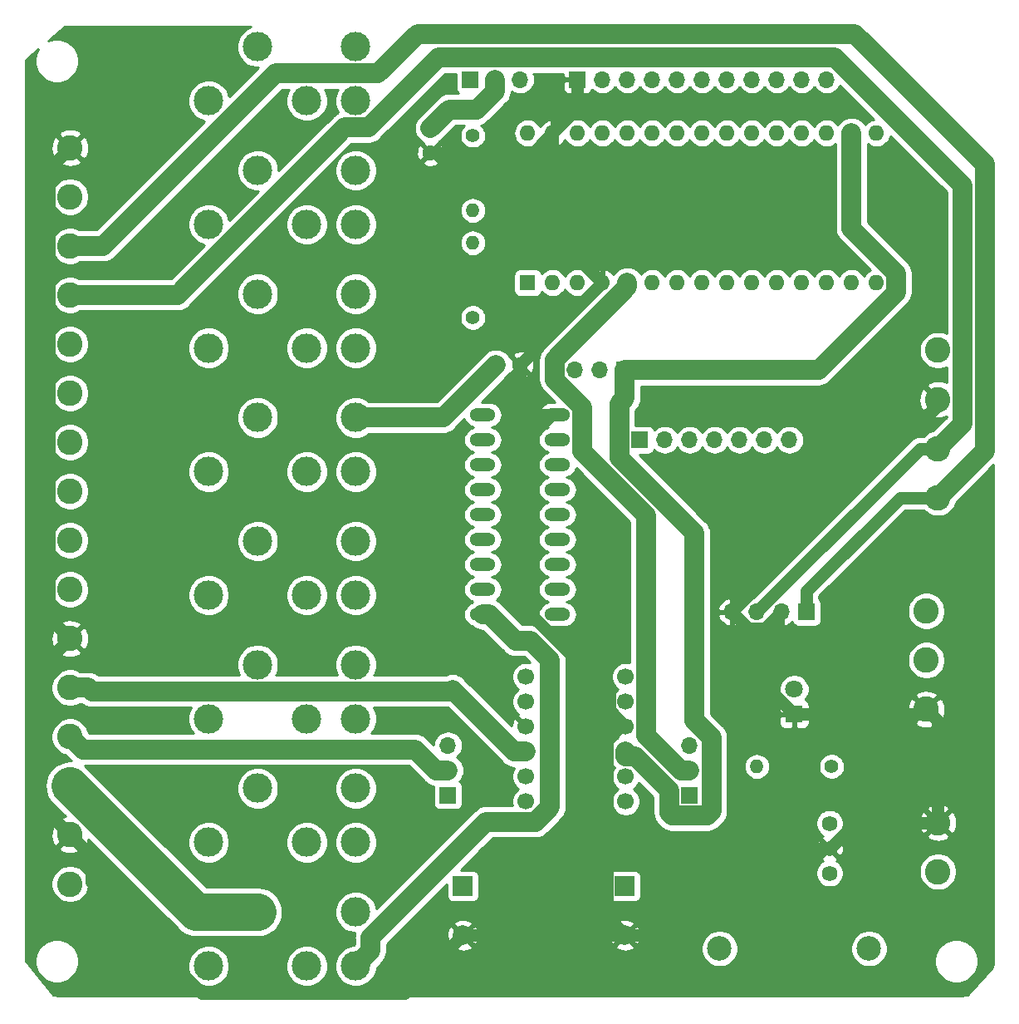
<source format=gbr>
G04 #@! TF.GenerationSoftware,KiCad,Pcbnew,(5.1.2)-2*
G04 #@! TF.CreationDate,2020-03-29T17:12:37-06:00*
G04 #@! TF.ProjectId,RC31,52433331-2e6b-4696-9361-645f70636258,rev?*
G04 #@! TF.SameCoordinates,Original*
G04 #@! TF.FileFunction,Copper,L2,Bot*
G04 #@! TF.FilePolarity,Positive*
%FSLAX46Y46*%
G04 Gerber Fmt 4.6, Leading zero omitted, Abs format (unit mm)*
G04 Created by KiCad (PCBNEW (5.1.2)-2) date 2020-03-29 17:12:37*
%MOMM*%
%LPD*%
G04 APERTURE LIST*
%ADD10O,1.700000X1.700000*%
%ADD11R,1.700000X1.700000*%
%ADD12C,1.600000*%
%ADD13C,1.700000*%
%ADD14C,1.590000*%
%ADD15C,2.500000*%
%ADD16C,3.000000*%
%ADD17C,2.600000*%
%ADD18O,2.641600X1.320800*%
%ADD19R,1.600000X1.600000*%
%ADD20O,1.600000X1.600000*%
%ADD21O,1.400000X1.400000*%
%ADD22C,1.400000*%
%ADD23C,1.800000*%
%ADD24R,1.800000X1.800000*%
%ADD25C,2.000000*%
%ADD26R,2.000000X2.000000*%
%ADD27C,0.800000*%
%ADD28C,1.270000*%
%ADD29C,2.032000*%
%ADD30C,3.810000*%
%ADD31C,0.254000*%
G04 APERTURE END LIST*
D10*
X122682000Y-110236000D03*
X125222000Y-110236000D03*
X127762000Y-110236000D03*
D11*
X130302000Y-110236000D03*
D12*
X98592000Y-85090000D03*
X101092000Y-85090000D03*
D13*
X101694999Y-116840000D03*
X101694999Y-119380000D03*
X101694999Y-121920000D03*
X101694999Y-124460000D03*
X101694999Y-127000000D03*
X101694999Y-129540000D03*
X111854999Y-116840000D03*
X111854999Y-119380000D03*
X111854999Y-121920000D03*
X111854999Y-124460000D03*
X111854999Y-127000000D03*
X111854999Y-129540000D03*
D14*
X132627000Y-131775200D03*
X132627000Y-134315200D03*
X132627000Y-136855200D03*
D15*
X121412000Y-144526000D03*
X136652000Y-144526000D03*
D16*
X74328000Y-65257142D03*
X69328000Y-70757142D03*
X79328000Y-70757142D03*
X84328000Y-70757142D03*
X84328000Y-65257142D03*
X74328000Y-140804000D03*
X69328000Y-146304000D03*
X79328000Y-146304000D03*
X84328000Y-146304000D03*
X84328000Y-140804000D03*
X74328000Y-128212852D03*
X69328000Y-133712852D03*
X79328000Y-133712852D03*
X84328000Y-133712852D03*
X84328000Y-128212852D03*
X74328000Y-115621710D03*
X69328000Y-121121710D03*
X79328000Y-121121710D03*
X84328000Y-121121710D03*
X84328000Y-115621710D03*
X74328000Y-103030568D03*
X69328000Y-108530568D03*
X79328000Y-108530568D03*
X84328000Y-108530568D03*
X84328000Y-103030568D03*
X74328000Y-90439426D03*
X69328000Y-95939426D03*
X79328000Y-95939426D03*
X84328000Y-95939426D03*
X84328000Y-90439426D03*
X74328000Y-77848284D03*
X69328000Y-83348284D03*
X79328000Y-83348284D03*
X84328000Y-83348284D03*
X84328000Y-77848284D03*
X74328000Y-52666000D03*
X69328000Y-58166000D03*
X79328000Y-58166000D03*
X84328000Y-58166000D03*
X84328000Y-52666000D03*
D17*
X55198000Y-137952000D03*
X55198000Y-132952000D03*
X55198000Y-127952000D03*
X55198000Y-122952000D03*
X55198000Y-117952000D03*
X55198000Y-112952000D03*
X55198000Y-107952000D03*
X55198000Y-102952000D03*
X55198000Y-97952000D03*
X55198000Y-92952000D03*
X55198000Y-87952000D03*
X55198000Y-82952000D03*
X55198000Y-77952000D03*
X55198000Y-72952000D03*
X55198000Y-67952000D03*
X55198000Y-62952000D03*
X143684000Y-83592000D03*
X143684000Y-88592000D03*
X143684000Y-93592000D03*
X143684000Y-98592000D03*
X142494001Y-120156999D03*
X142494001Y-115156999D03*
X142494001Y-110156999D03*
X143684000Y-131692000D03*
X143684000Y-136692000D03*
D18*
X97282000Y-110490000D03*
X97282000Y-107950000D03*
X97282000Y-105410000D03*
X97282000Y-102870000D03*
X97282000Y-100330000D03*
X97282000Y-97790000D03*
X97282000Y-95250000D03*
X97282000Y-92710000D03*
X97282000Y-90170000D03*
X104902000Y-90170000D03*
X104902000Y-100330000D03*
X104902000Y-97790000D03*
X104902000Y-102870000D03*
X104902000Y-105410000D03*
X104902000Y-92710000D03*
X104902000Y-95250000D03*
X104902000Y-107950000D03*
X104902000Y-110490000D03*
D10*
X101080000Y-56000000D03*
X98540000Y-56000000D03*
D11*
X96000000Y-56000000D03*
D10*
X106680000Y-85598000D03*
X109220000Y-85598000D03*
D11*
X111760000Y-85598000D03*
D10*
X93726000Y-123838000D03*
X93726000Y-126378000D03*
D11*
X93726000Y-128918000D03*
D10*
X118364000Y-123838000D03*
X118364000Y-126378000D03*
D11*
X118364000Y-128918000D03*
D19*
X101854000Y-76708000D03*
D20*
X134874000Y-61468000D03*
X104394000Y-76708000D03*
X132334000Y-61468000D03*
X106934000Y-76708000D03*
X129794000Y-61468000D03*
X109474000Y-76708000D03*
X127254000Y-61468000D03*
X112014000Y-76708000D03*
X124714000Y-61468000D03*
X114554000Y-76708000D03*
X122174000Y-61468000D03*
X117094000Y-76708000D03*
X119634000Y-61468000D03*
X119634000Y-76708000D03*
X117094000Y-61468000D03*
X122174000Y-76708000D03*
X114554000Y-61468000D03*
X124714000Y-76708000D03*
X112014000Y-61468000D03*
X127254000Y-76708000D03*
X109474000Y-61468000D03*
X129794000Y-76708000D03*
X106934000Y-61468000D03*
X132334000Y-76708000D03*
X104394000Y-61468000D03*
X134874000Y-76708000D03*
X101854000Y-61468000D03*
X137414000Y-76708000D03*
X137414000Y-61468000D03*
D21*
X125222000Y-125984000D03*
D22*
X132842000Y-125984000D03*
D23*
X129032000Y-118110000D03*
D24*
X129032000Y-120650000D03*
D12*
X91948000Y-63460000D03*
X91948000Y-60960000D03*
D25*
X95250000Y-143176000D03*
D26*
X95250000Y-138176000D03*
D25*
X111760000Y-143176000D03*
D26*
X111760000Y-138176000D03*
D10*
X132334000Y-56000000D03*
X129794000Y-56000000D03*
X127254000Y-56000000D03*
X124714000Y-56000000D03*
X122174000Y-56000000D03*
X119634000Y-56000000D03*
X117094000Y-56000000D03*
X114554000Y-56000000D03*
X112014000Y-56000000D03*
X109474000Y-56000000D03*
D11*
X106934000Y-56000000D03*
D10*
X128524000Y-92710000D03*
X125984000Y-92710000D03*
X123444000Y-92710000D03*
X120904000Y-92710000D03*
X118364000Y-92710000D03*
X115824000Y-92710000D03*
D11*
X113284000Y-92710000D03*
D21*
X96266000Y-69342000D03*
D22*
X96266000Y-61722000D03*
D21*
X96266000Y-72644000D03*
D22*
X96266000Y-80264000D03*
D27*
X94006289Y-118337711D03*
D28*
X53898001Y-111652001D02*
X55198000Y-112952000D01*
X53062999Y-110816999D02*
X53898001Y-111652001D01*
X55198000Y-62952000D02*
X53062999Y-65087001D01*
X106934000Y-58928000D02*
X104394000Y-61468000D01*
X106934000Y-56000000D02*
X106934000Y-58928000D01*
X142001000Y-120650000D02*
X142494001Y-120156999D01*
X129032000Y-120650000D02*
X142001000Y-120650000D01*
X132627000Y-134315200D02*
X126518206Y-134315200D01*
X143684000Y-121346998D02*
X142494001Y-120156999D01*
X143684000Y-131692000D02*
X143684000Y-121346998D01*
X135250200Y-131692000D02*
X132627000Y-134315200D01*
X143684000Y-131692000D02*
X135250200Y-131692000D01*
X104902000Y-90170000D02*
X102311200Y-90170000D01*
X53062999Y-90146999D02*
X53062999Y-110816999D01*
X53062999Y-65087001D02*
X53062999Y-90146999D01*
X117657406Y-143176000D02*
X120002703Y-140830703D01*
X111760000Y-143176000D02*
X117657406Y-143176000D01*
X126518206Y-134315200D02*
X120002703Y-140830703D01*
X95250000Y-143176000D02*
X111760000Y-143176000D01*
X57333001Y-137764803D02*
X68666198Y-149098000D01*
X55198000Y-132952000D02*
X57333001Y-135087001D01*
X57333001Y-135087001D02*
X57333001Y-137764803D01*
X89328000Y-149098000D02*
X95250000Y-143176000D01*
X68666198Y-149098000D02*
X89328000Y-149098000D01*
X110760001Y-142176001D02*
X111760000Y-143176000D01*
X109924999Y-141340999D02*
X110760001Y-142176001D01*
X109924999Y-122647919D02*
X109924999Y-141340999D01*
X110652918Y-121920000D02*
X109924999Y-122647919D01*
X111854999Y-121920000D02*
X110652918Y-121920000D01*
X102311200Y-90170000D02*
X100431600Y-88290400D01*
X109474000Y-76708000D02*
X101092000Y-85090000D01*
X100431600Y-86881770D02*
X100431600Y-88290400D01*
X101092000Y-86221370D02*
X100431600Y-86881770D01*
X101092000Y-85090000D02*
X101092000Y-86221370D01*
X111005000Y-121070001D02*
X111854999Y-121920000D01*
X110169998Y-120234999D02*
X111005000Y-121070001D01*
X110169998Y-118533227D02*
X110169998Y-120234999D01*
X102311200Y-110674429D02*
X110169998Y-118533227D01*
X102311200Y-92100400D02*
X102311200Y-110674429D01*
X104241600Y-90170000D02*
X102311200Y-92100400D01*
X104902000Y-90170000D02*
X104241600Y-90170000D01*
X123531999Y-111085999D02*
X122682000Y-110236000D01*
X124367001Y-111921001D02*
X123531999Y-111085999D01*
X126076999Y-111921001D02*
X124367001Y-111921001D01*
X127762000Y-110236000D02*
X126076999Y-111921001D01*
X143684000Y-89234000D02*
X143684000Y-88592000D01*
X122682000Y-110236000D02*
X143684000Y-89234000D01*
X126912001Y-118530001D02*
X129032000Y-120650000D01*
X126912001Y-111085999D02*
X126912001Y-118530001D01*
X127762000Y-110236000D02*
X126912001Y-111085999D01*
X102402000Y-63460000D02*
X104394000Y-61468000D01*
X91948000Y-63460000D02*
X102402000Y-63460000D01*
X104394000Y-71628000D02*
X109474000Y-76708000D01*
X104394000Y-61468000D02*
X104394000Y-71628000D01*
X53898001Y-131652001D02*
X55198000Y-132952000D01*
X52070000Y-129824000D02*
X53898001Y-131652001D01*
X52070000Y-116080000D02*
X52070000Y-129824000D01*
X55198000Y-112952000D02*
X52070000Y-116080000D01*
D29*
X104613999Y-86567955D02*
X104613999Y-84551683D01*
X118364000Y-126378000D02*
X117447221Y-126378000D01*
X104613999Y-84551683D02*
X112014000Y-77151682D01*
X107438810Y-89392766D02*
X104613999Y-86567955D01*
X112014000Y-77151682D02*
X112014000Y-76708000D01*
X107438810Y-93910152D02*
X107438810Y-89392766D01*
X113921000Y-100392342D02*
X107438810Y-93910152D01*
X113921000Y-122851779D02*
X113921000Y-100392342D01*
X117447221Y-126378000D02*
X113921000Y-122851779D01*
X114642000Y-85598000D02*
X111760000Y-85598000D01*
X131507682Y-85598000D02*
X114642000Y-85598000D01*
X139430001Y-77675681D02*
X131507682Y-85598000D01*
X139430001Y-75740319D02*
X139430001Y-77675681D01*
X134874000Y-71184318D02*
X139430001Y-75740319D01*
X134874000Y-61468000D02*
X134874000Y-71184318D01*
X120596010Y-123012328D02*
X118872000Y-121288318D01*
X120596010Y-130574792D02*
X120596010Y-123012328D01*
X111854999Y-124460000D02*
X111854999Y-124933999D01*
X111854999Y-124933999D02*
X112846680Y-124933999D01*
X112846680Y-124933999D02*
X116297999Y-128385318D01*
X116297999Y-128385318D02*
X116297999Y-130740801D01*
X116297999Y-130740801D02*
X116541199Y-130984001D01*
X116541199Y-130984001D02*
X120186801Y-130984001D01*
X120186801Y-130984001D02*
X120596010Y-130574792D01*
X111760000Y-88480000D02*
X111760000Y-85598000D01*
X111217999Y-89022001D02*
X111760000Y-88480000D01*
X111217999Y-94532801D02*
X111217999Y-89022001D01*
X118872000Y-121288318D02*
X118872000Y-102186802D01*
X118872000Y-102186802D02*
X111217999Y-94532801D01*
X102686680Y-131606001D02*
X104140000Y-130152681D01*
X84328000Y-146304000D02*
X85827999Y-144804001D01*
X85827999Y-144804001D02*
X85827999Y-143409199D01*
X85827999Y-143409199D02*
X97631197Y-131606001D01*
X104140000Y-130152681D02*
X104140000Y-115120953D01*
X97631197Y-131606001D02*
X102686680Y-131606001D01*
X102201447Y-113182400D02*
X100634800Y-113182400D01*
X104140000Y-115120953D02*
X102201447Y-113182400D01*
X100634800Y-113182400D02*
X97942400Y-110490000D01*
X97942400Y-110490000D02*
X97282000Y-110490000D01*
X93242574Y-90439426D02*
X98592000Y-85090000D01*
X84328000Y-90439426D02*
X93242574Y-90439426D01*
X101694999Y-124460000D02*
X100492918Y-124460000D01*
X94006289Y-118337711D02*
X94188459Y-118155541D01*
X57422188Y-118337711D02*
X94006289Y-118337711D01*
X57036477Y-117952000D02*
X57422188Y-118337711D01*
X55198000Y-117952000D02*
X57036477Y-117952000D01*
X100492918Y-124460000D02*
X94188459Y-118155541D01*
X94006289Y-118337711D02*
X94006289Y-118337711D01*
X98540000Y-57202081D02*
X98540000Y-56000000D01*
X96698082Y-59043999D02*
X98540000Y-57202081D01*
X93864001Y-59043999D02*
X96698082Y-59043999D01*
X91948000Y-60960000D02*
X93864001Y-59043999D01*
X57036477Y-72952000D02*
X55198000Y-72952000D01*
X76131681Y-55382001D02*
X58561682Y-72952000D01*
X58561682Y-72952000D02*
X57036477Y-72952000D01*
X143684000Y-98592000D02*
X148432017Y-93843983D01*
X148432017Y-93843983D02*
X148432017Y-64612018D01*
X135181989Y-51361990D02*
X90624010Y-51361990D01*
X148432017Y-64612018D02*
X135181989Y-51361990D01*
X90624010Y-51361990D02*
X86603999Y-55382001D01*
X86603999Y-55382001D02*
X76131681Y-55382001D01*
D28*
X141845523Y-98592000D02*
X143684000Y-98592000D01*
X139826000Y-98592000D02*
X141845523Y-98592000D01*
X130302000Y-108116000D02*
X139826000Y-98592000D01*
X130302000Y-110236000D02*
X130302000Y-108116000D01*
D29*
X57036477Y-77952000D02*
X55198000Y-77952000D01*
X66152824Y-77952000D02*
X57036477Y-77952000D01*
X83222823Y-60882001D02*
X66152824Y-77952000D01*
X143684000Y-93592000D02*
X146200001Y-91075999D01*
X146200001Y-91075999D02*
X146200001Y-66808319D01*
X133159671Y-53767989D02*
X92745693Y-53767989D01*
X146200001Y-66808319D02*
X133159671Y-53767989D01*
X92745693Y-53767989D02*
X85631681Y-60882001D01*
X85631681Y-60882001D02*
X83222823Y-60882001D01*
D28*
X141866000Y-93592000D02*
X143684000Y-93592000D01*
X125222000Y-110236000D02*
X141866000Y-93592000D01*
D29*
X92523919Y-126378000D02*
X93726000Y-126378000D01*
X90397918Y-124251999D02*
X92523919Y-126378000D01*
X56497999Y-124251999D02*
X90397918Y-124251999D01*
X55198000Y-122952000D02*
X56497999Y-124251999D01*
D30*
X68050000Y-140804000D02*
X55198000Y-127952000D01*
X74328000Y-140804000D02*
X68050000Y-140804000D01*
D31*
G36*
X73316698Y-50773988D02*
G01*
X72967017Y-51007637D01*
X72669637Y-51305017D01*
X72435988Y-51654698D01*
X72275047Y-52043244D01*
X72193000Y-52455721D01*
X72193000Y-52876279D01*
X72275047Y-53288756D01*
X72435988Y-53677302D01*
X72669637Y-54026983D01*
X72967017Y-54324363D01*
X73316698Y-54558012D01*
X73705244Y-54718953D01*
X74117721Y-54801000D01*
X74377815Y-54801000D01*
X71423197Y-57755618D01*
X71380953Y-57543244D01*
X71220012Y-57154698D01*
X70986363Y-56805017D01*
X70688983Y-56507637D01*
X70339302Y-56273988D01*
X69950756Y-56113047D01*
X69538279Y-56031000D01*
X69117721Y-56031000D01*
X68705244Y-56113047D01*
X68316698Y-56273988D01*
X67967017Y-56507637D01*
X67669637Y-56805017D01*
X67435988Y-57154698D01*
X67275047Y-57543244D01*
X67193000Y-57955721D01*
X67193000Y-58376279D01*
X67275047Y-58788756D01*
X67435988Y-59177302D01*
X67669637Y-59526983D01*
X67967017Y-59824363D01*
X68316698Y-60058012D01*
X68705244Y-60218953D01*
X68917618Y-60261197D01*
X57877816Y-71301000D01*
X56210012Y-71301000D01*
X56114566Y-71237225D01*
X55762419Y-71091361D01*
X55388581Y-71017000D01*
X55007419Y-71017000D01*
X54633581Y-71091361D01*
X54281434Y-71237225D01*
X53964509Y-71448987D01*
X53694987Y-71718509D01*
X53483225Y-72035434D01*
X53337361Y-72387581D01*
X53263000Y-72761419D01*
X53263000Y-73142581D01*
X53337361Y-73516419D01*
X53483225Y-73868566D01*
X53694987Y-74185491D01*
X53964509Y-74455013D01*
X54281434Y-74666775D01*
X54633581Y-74812639D01*
X55007419Y-74887000D01*
X55388581Y-74887000D01*
X55762419Y-74812639D01*
X56114566Y-74666775D01*
X56210012Y-74603000D01*
X58480581Y-74603000D01*
X58561682Y-74610988D01*
X58642783Y-74603000D01*
X58642786Y-74603000D01*
X58885335Y-74579111D01*
X59196549Y-74484705D01*
X59483366Y-74331398D01*
X59734764Y-74125082D01*
X59786469Y-74062079D01*
X76815548Y-57033001D01*
X77517303Y-57033001D01*
X77435988Y-57154698D01*
X77275047Y-57543244D01*
X77193000Y-57955721D01*
X77193000Y-58376279D01*
X77275047Y-58788756D01*
X77435988Y-59177302D01*
X77669637Y-59526983D01*
X77967017Y-59824363D01*
X78316698Y-60058012D01*
X78705244Y-60218953D01*
X79117721Y-60301000D01*
X79538279Y-60301000D01*
X79950756Y-60218953D01*
X80339302Y-60058012D01*
X80688983Y-59824363D01*
X80986363Y-59526983D01*
X81220012Y-59177302D01*
X81380953Y-58788756D01*
X81463000Y-58376279D01*
X81463000Y-57955721D01*
X81380953Y-57543244D01*
X81220012Y-57154698D01*
X81138697Y-57033001D01*
X82517303Y-57033001D01*
X82435988Y-57154698D01*
X82275047Y-57543244D01*
X82193000Y-57955721D01*
X82193000Y-58376279D01*
X82275047Y-58788756D01*
X82435988Y-59177302D01*
X82560659Y-59363886D01*
X82454445Y-59420659D01*
X82301138Y-59502603D01*
X82123461Y-59648418D01*
X82049741Y-59708919D01*
X81998041Y-59771916D01*
X76463000Y-65306957D01*
X76463000Y-65046863D01*
X76380953Y-64634386D01*
X76220012Y-64245840D01*
X75986363Y-63896159D01*
X75688983Y-63598779D01*
X75339302Y-63365130D01*
X74950756Y-63204189D01*
X74538279Y-63122142D01*
X74117721Y-63122142D01*
X73705244Y-63204189D01*
X73316698Y-63365130D01*
X72967017Y-63598779D01*
X72669637Y-63896159D01*
X72435988Y-64245840D01*
X72275047Y-64634386D01*
X72193000Y-65046863D01*
X72193000Y-65467421D01*
X72275047Y-65879898D01*
X72435988Y-66268444D01*
X72669637Y-66618125D01*
X72967017Y-66915505D01*
X73316698Y-67149154D01*
X73705244Y-67310095D01*
X74117721Y-67392142D01*
X74377815Y-67392142D01*
X71423197Y-70346761D01*
X71380953Y-70134386D01*
X71220012Y-69745840D01*
X70986363Y-69396159D01*
X70688983Y-69098779D01*
X70339302Y-68865130D01*
X69950756Y-68704189D01*
X69538279Y-68622142D01*
X69117721Y-68622142D01*
X68705244Y-68704189D01*
X68316698Y-68865130D01*
X67967017Y-69098779D01*
X67669637Y-69396159D01*
X67435988Y-69745840D01*
X67275047Y-70134386D01*
X67193000Y-70546863D01*
X67193000Y-70967421D01*
X67275047Y-71379898D01*
X67435988Y-71768444D01*
X67669637Y-72118125D01*
X67967017Y-72415505D01*
X68316698Y-72649154D01*
X68705244Y-72810095D01*
X68917619Y-72852339D01*
X65468958Y-76301000D01*
X56210012Y-76301000D01*
X56114566Y-76237225D01*
X55762419Y-76091361D01*
X55388581Y-76017000D01*
X55007419Y-76017000D01*
X54633581Y-76091361D01*
X54281434Y-76237225D01*
X53964509Y-76448987D01*
X53694987Y-76718509D01*
X53483225Y-77035434D01*
X53337361Y-77387581D01*
X53263000Y-77761419D01*
X53263000Y-78142581D01*
X53337361Y-78516419D01*
X53483225Y-78868566D01*
X53694987Y-79185491D01*
X53964509Y-79455013D01*
X54281434Y-79666775D01*
X54633581Y-79812639D01*
X55007419Y-79887000D01*
X55388581Y-79887000D01*
X55762419Y-79812639D01*
X56114566Y-79666775D01*
X56210012Y-79603000D01*
X66071723Y-79603000D01*
X66152824Y-79610988D01*
X66233925Y-79603000D01*
X66233928Y-79603000D01*
X66476477Y-79579111D01*
X66787691Y-79484705D01*
X67074508Y-79331398D01*
X67325906Y-79125082D01*
X67377611Y-79062079D01*
X68801685Y-77638005D01*
X72193000Y-77638005D01*
X72193000Y-78058563D01*
X72275047Y-78471040D01*
X72435988Y-78859586D01*
X72669637Y-79209267D01*
X72967017Y-79506647D01*
X73316698Y-79740296D01*
X73705244Y-79901237D01*
X74117721Y-79983284D01*
X74538279Y-79983284D01*
X74950756Y-79901237D01*
X75339302Y-79740296D01*
X75688983Y-79506647D01*
X75986363Y-79209267D01*
X76220012Y-78859586D01*
X76380953Y-78471040D01*
X76463000Y-78058563D01*
X76463000Y-77638005D01*
X82193000Y-77638005D01*
X82193000Y-78058563D01*
X82275047Y-78471040D01*
X82435988Y-78859586D01*
X82669637Y-79209267D01*
X82967017Y-79506647D01*
X83316698Y-79740296D01*
X83705244Y-79901237D01*
X84117721Y-79983284D01*
X84538279Y-79983284D01*
X84950756Y-79901237D01*
X85339302Y-79740296D01*
X85688983Y-79506647D01*
X85986363Y-79209267D01*
X86220012Y-78859586D01*
X86380953Y-78471040D01*
X86463000Y-78058563D01*
X86463000Y-77638005D01*
X86380953Y-77225528D01*
X86220012Y-76836982D01*
X85986363Y-76487301D01*
X85688983Y-76189921D01*
X85339302Y-75956272D01*
X84950756Y-75795331D01*
X84538279Y-75713284D01*
X84117721Y-75713284D01*
X83705244Y-75795331D01*
X83316698Y-75956272D01*
X82967017Y-76189921D01*
X82669637Y-76487301D01*
X82435988Y-76836982D01*
X82275047Y-77225528D01*
X82193000Y-77638005D01*
X76463000Y-77638005D01*
X76380953Y-77225528D01*
X76220012Y-76836982D01*
X75986363Y-76487301D01*
X75688983Y-76189921D01*
X75339302Y-75956272D01*
X74950756Y-75795331D01*
X74538279Y-75713284D01*
X74117721Y-75713284D01*
X73705244Y-75795331D01*
X73316698Y-75956272D01*
X72967017Y-76189921D01*
X72669637Y-76487301D01*
X72435988Y-76836982D01*
X72275047Y-77225528D01*
X72193000Y-77638005D01*
X68801685Y-77638005D01*
X75892827Y-70546863D01*
X77193000Y-70546863D01*
X77193000Y-70967421D01*
X77275047Y-71379898D01*
X77435988Y-71768444D01*
X77669637Y-72118125D01*
X77967017Y-72415505D01*
X78316698Y-72649154D01*
X78705244Y-72810095D01*
X79117721Y-72892142D01*
X79538279Y-72892142D01*
X79950756Y-72810095D01*
X80339302Y-72649154D01*
X80688983Y-72415505D01*
X80986363Y-72118125D01*
X81220012Y-71768444D01*
X81380953Y-71379898D01*
X81463000Y-70967421D01*
X81463000Y-70546863D01*
X82193000Y-70546863D01*
X82193000Y-70967421D01*
X82275047Y-71379898D01*
X82435988Y-71768444D01*
X82669637Y-72118125D01*
X82967017Y-72415505D01*
X83316698Y-72649154D01*
X83705244Y-72810095D01*
X84117721Y-72892142D01*
X84538279Y-72892142D01*
X84950756Y-72810095D01*
X85339302Y-72649154D01*
X85347015Y-72644000D01*
X94924541Y-72644000D01*
X94950317Y-72905706D01*
X95026653Y-73157354D01*
X95150618Y-73389275D01*
X95317445Y-73592555D01*
X95520725Y-73759382D01*
X95752646Y-73883347D01*
X96004294Y-73959683D01*
X96200421Y-73979000D01*
X96331579Y-73979000D01*
X96527706Y-73959683D01*
X96779354Y-73883347D01*
X97011275Y-73759382D01*
X97214555Y-73592555D01*
X97381382Y-73389275D01*
X97505347Y-73157354D01*
X97581683Y-72905706D01*
X97607459Y-72644000D01*
X97581683Y-72382294D01*
X97505347Y-72130646D01*
X97381382Y-71898725D01*
X97214555Y-71695445D01*
X97011275Y-71528618D01*
X96779354Y-71404653D01*
X96527706Y-71328317D01*
X96331579Y-71309000D01*
X96200421Y-71309000D01*
X96004294Y-71328317D01*
X95752646Y-71404653D01*
X95520725Y-71528618D01*
X95317445Y-71695445D01*
X95150618Y-71898725D01*
X95026653Y-72130646D01*
X94950317Y-72382294D01*
X94924541Y-72644000D01*
X85347015Y-72644000D01*
X85688983Y-72415505D01*
X85986363Y-72118125D01*
X86220012Y-71768444D01*
X86380953Y-71379898D01*
X86463000Y-70967421D01*
X86463000Y-70546863D01*
X86380953Y-70134386D01*
X86220012Y-69745840D01*
X85986363Y-69396159D01*
X85932204Y-69342000D01*
X94924541Y-69342000D01*
X94950317Y-69603706D01*
X95026653Y-69855354D01*
X95150618Y-70087275D01*
X95317445Y-70290555D01*
X95520725Y-70457382D01*
X95752646Y-70581347D01*
X96004294Y-70657683D01*
X96200421Y-70677000D01*
X96331579Y-70677000D01*
X96527706Y-70657683D01*
X96779354Y-70581347D01*
X97011275Y-70457382D01*
X97214555Y-70290555D01*
X97381382Y-70087275D01*
X97505347Y-69855354D01*
X97581683Y-69603706D01*
X97607459Y-69342000D01*
X97581683Y-69080294D01*
X97505347Y-68828646D01*
X97381382Y-68596725D01*
X97214555Y-68393445D01*
X97011275Y-68226618D01*
X96779354Y-68102653D01*
X96527706Y-68026317D01*
X96331579Y-68007000D01*
X96200421Y-68007000D01*
X96004294Y-68026317D01*
X95752646Y-68102653D01*
X95520725Y-68226618D01*
X95317445Y-68393445D01*
X95150618Y-68596725D01*
X95026653Y-68828646D01*
X94950317Y-69080294D01*
X94924541Y-69342000D01*
X85932204Y-69342000D01*
X85688983Y-69098779D01*
X85339302Y-68865130D01*
X84950756Y-68704189D01*
X84538279Y-68622142D01*
X84117721Y-68622142D01*
X83705244Y-68704189D01*
X83316698Y-68865130D01*
X82967017Y-69098779D01*
X82669637Y-69396159D01*
X82435988Y-69745840D01*
X82275047Y-70134386D01*
X82193000Y-70546863D01*
X81463000Y-70546863D01*
X81380953Y-70134386D01*
X81220012Y-69745840D01*
X80986363Y-69396159D01*
X80688983Y-69098779D01*
X80339302Y-68865130D01*
X79950756Y-68704189D01*
X79538279Y-68622142D01*
X79117721Y-68622142D01*
X78705244Y-68704189D01*
X78316698Y-68865130D01*
X77967017Y-69098779D01*
X77669637Y-69396159D01*
X77435988Y-69745840D01*
X77275047Y-70134386D01*
X77193000Y-70546863D01*
X75892827Y-70546863D01*
X81392827Y-65046863D01*
X82193000Y-65046863D01*
X82193000Y-65467421D01*
X82275047Y-65879898D01*
X82435988Y-66268444D01*
X82669637Y-66618125D01*
X82967017Y-66915505D01*
X83316698Y-67149154D01*
X83705244Y-67310095D01*
X84117721Y-67392142D01*
X84538279Y-67392142D01*
X84950756Y-67310095D01*
X85339302Y-67149154D01*
X85688983Y-66915505D01*
X85986363Y-66618125D01*
X86220012Y-66268444D01*
X86380953Y-65879898D01*
X86463000Y-65467421D01*
X86463000Y-65046863D01*
X86380953Y-64634386D01*
X86305698Y-64452702D01*
X91134903Y-64452702D01*
X91206486Y-64696671D01*
X91461996Y-64817571D01*
X91736184Y-64886300D01*
X92018512Y-64900217D01*
X92298130Y-64858787D01*
X92564292Y-64763603D01*
X92689514Y-64696671D01*
X92761097Y-64452702D01*
X91948000Y-63639605D01*
X91134903Y-64452702D01*
X86305698Y-64452702D01*
X86220012Y-64245840D01*
X85986363Y-63896159D01*
X85688983Y-63598779D01*
X85586815Y-63530512D01*
X90507783Y-63530512D01*
X90549213Y-63810130D01*
X90644397Y-64076292D01*
X90711329Y-64201514D01*
X90955298Y-64273097D01*
X91768395Y-63460000D01*
X92127605Y-63460000D01*
X92940702Y-64273097D01*
X93184671Y-64201514D01*
X93305571Y-63946004D01*
X93374300Y-63671816D01*
X93388217Y-63389488D01*
X93346787Y-63109870D01*
X93251603Y-62843708D01*
X93184671Y-62718486D01*
X92940702Y-62646903D01*
X92127605Y-63460000D01*
X91768395Y-63460000D01*
X90955298Y-62646903D01*
X90711329Y-62718486D01*
X90590429Y-62973996D01*
X90521700Y-63248184D01*
X90507783Y-63530512D01*
X85586815Y-63530512D01*
X85339302Y-63365130D01*
X84950756Y-63204189D01*
X84538279Y-63122142D01*
X84117721Y-63122142D01*
X83705244Y-63204189D01*
X83316698Y-63365130D01*
X82967017Y-63598779D01*
X82669637Y-63896159D01*
X82435988Y-64245840D01*
X82275047Y-64634386D01*
X82193000Y-65046863D01*
X81392827Y-65046863D01*
X83906690Y-62533001D01*
X85550580Y-62533001D01*
X85631681Y-62540989D01*
X85712782Y-62533001D01*
X85712785Y-62533001D01*
X85955334Y-62509112D01*
X86266548Y-62414706D01*
X86553365Y-62261399D01*
X86804763Y-62055083D01*
X86856468Y-61992080D01*
X93429560Y-55418989D01*
X94511928Y-55418989D01*
X94511928Y-56850000D01*
X94524188Y-56974482D01*
X94560498Y-57094180D01*
X94619463Y-57204494D01*
X94698815Y-57301185D01*
X94795506Y-57380537D01*
X94818820Y-57392999D01*
X93945102Y-57392999D01*
X93864001Y-57385011D01*
X93782900Y-57392999D01*
X93782897Y-57392999D01*
X93540348Y-57416888D01*
X93301567Y-57489322D01*
X93229133Y-57511294D01*
X92942317Y-57664601D01*
X92690919Y-57870917D01*
X92639214Y-57933920D01*
X90723218Y-59849916D01*
X90568602Y-60038317D01*
X90415296Y-60325133D01*
X90320890Y-60636348D01*
X90289012Y-60960000D01*
X90320890Y-61283652D01*
X90415296Y-61594867D01*
X90568602Y-61881683D01*
X90774919Y-62133081D01*
X91026317Y-62339398D01*
X91152622Y-62406909D01*
X91134903Y-62467298D01*
X91948000Y-63280395D01*
X92761097Y-62467298D01*
X92743378Y-62406909D01*
X92869683Y-62339398D01*
X93058084Y-62184782D01*
X94547867Y-60694999D01*
X95405026Y-60694999D01*
X95229038Y-60870987D01*
X95082939Y-61089641D01*
X94982304Y-61332595D01*
X94931000Y-61590514D01*
X94931000Y-61853486D01*
X94982304Y-62111405D01*
X95082939Y-62354359D01*
X95229038Y-62573013D01*
X95414987Y-62758962D01*
X95633641Y-62905061D01*
X95876595Y-63005696D01*
X96134514Y-63057000D01*
X96397486Y-63057000D01*
X96655405Y-63005696D01*
X96898359Y-62905061D01*
X97117013Y-62758962D01*
X97302962Y-62573013D01*
X97449061Y-62354359D01*
X97549696Y-62111405D01*
X97601000Y-61853486D01*
X97601000Y-61590514D01*
X97576631Y-61468000D01*
X100412057Y-61468000D01*
X100439764Y-61749309D01*
X100521818Y-62019808D01*
X100655068Y-62269101D01*
X100834392Y-62487608D01*
X101052899Y-62666932D01*
X101302192Y-62800182D01*
X101572691Y-62882236D01*
X101783508Y-62903000D01*
X101924492Y-62903000D01*
X102135309Y-62882236D01*
X102405808Y-62800182D01*
X102655101Y-62666932D01*
X102873608Y-62487608D01*
X103052932Y-62269101D01*
X103126579Y-62131318D01*
X103241615Y-62323131D01*
X103430586Y-62531519D01*
X103656580Y-62699037D01*
X103910913Y-62819246D01*
X104044961Y-62859904D01*
X104267000Y-62737915D01*
X104267000Y-61595000D01*
X104247000Y-61595000D01*
X104247000Y-61341000D01*
X104267000Y-61341000D01*
X104267000Y-60198085D01*
X104044961Y-60076096D01*
X103910913Y-60116754D01*
X103656580Y-60236963D01*
X103430586Y-60404481D01*
X103241615Y-60612869D01*
X103126579Y-60804682D01*
X103052932Y-60666899D01*
X102873608Y-60448392D01*
X102655101Y-60269068D01*
X102405808Y-60135818D01*
X102135309Y-60053764D01*
X101924492Y-60033000D01*
X101783508Y-60033000D01*
X101572691Y-60053764D01*
X101302192Y-60135818D01*
X101052899Y-60269068D01*
X100834392Y-60448392D01*
X100655068Y-60666899D01*
X100521818Y-60916192D01*
X100439764Y-61186691D01*
X100412057Y-61468000D01*
X97576631Y-61468000D01*
X97549696Y-61332595D01*
X97449061Y-61089641D01*
X97302962Y-60870987D01*
X97117013Y-60685038D01*
X97072927Y-60655581D01*
X97332949Y-60576704D01*
X97619766Y-60423397D01*
X97871164Y-60217081D01*
X97922869Y-60154078D01*
X99650086Y-58426862D01*
X99713082Y-58375163D01*
X99773583Y-58301443D01*
X99919398Y-58123766D01*
X100020875Y-57933915D01*
X100072705Y-57836948D01*
X100167111Y-57525734D01*
X100191000Y-57283185D01*
X100191000Y-57283183D01*
X100198988Y-57202082D01*
X100198554Y-57197676D01*
X100250986Y-57240706D01*
X100508966Y-57378599D01*
X100788889Y-57463513D01*
X101007050Y-57485000D01*
X101152950Y-57485000D01*
X101371111Y-57463513D01*
X101651034Y-57378599D01*
X101909014Y-57240706D01*
X102135134Y-57055134D01*
X102303483Y-56850000D01*
X105445928Y-56850000D01*
X105458188Y-56974482D01*
X105494498Y-57094180D01*
X105553463Y-57204494D01*
X105632815Y-57301185D01*
X105729506Y-57380537D01*
X105839820Y-57439502D01*
X105959518Y-57475812D01*
X106084000Y-57488072D01*
X106648250Y-57485000D01*
X106807000Y-57326250D01*
X106807000Y-56127000D01*
X105607750Y-56127000D01*
X105449000Y-56285750D01*
X105445928Y-56850000D01*
X102303483Y-56850000D01*
X102320706Y-56829014D01*
X102458599Y-56571034D01*
X102543513Y-56291111D01*
X102572185Y-56000000D01*
X102543513Y-55708889D01*
X102458599Y-55428966D01*
X102453266Y-55418989D01*
X105447392Y-55418989D01*
X105449000Y-55714250D01*
X105607750Y-55873000D01*
X106807000Y-55873000D01*
X106807000Y-55853000D01*
X107061000Y-55853000D01*
X107061000Y-55873000D01*
X107081000Y-55873000D01*
X107081000Y-56127000D01*
X107061000Y-56127000D01*
X107061000Y-57326250D01*
X107219750Y-57485000D01*
X107784000Y-57488072D01*
X107908482Y-57475812D01*
X108028180Y-57439502D01*
X108138494Y-57380537D01*
X108235185Y-57301185D01*
X108314537Y-57204494D01*
X108373502Y-57094180D01*
X108394393Y-57025313D01*
X108418866Y-57055134D01*
X108644986Y-57240706D01*
X108902966Y-57378599D01*
X109182889Y-57463513D01*
X109401050Y-57485000D01*
X109546950Y-57485000D01*
X109765111Y-57463513D01*
X110045034Y-57378599D01*
X110303014Y-57240706D01*
X110529134Y-57055134D01*
X110714706Y-56829014D01*
X110744000Y-56774209D01*
X110773294Y-56829014D01*
X110958866Y-57055134D01*
X111184986Y-57240706D01*
X111442966Y-57378599D01*
X111722889Y-57463513D01*
X111941050Y-57485000D01*
X112086950Y-57485000D01*
X112305111Y-57463513D01*
X112585034Y-57378599D01*
X112843014Y-57240706D01*
X113069134Y-57055134D01*
X113254706Y-56829014D01*
X113284000Y-56774209D01*
X113313294Y-56829014D01*
X113498866Y-57055134D01*
X113724986Y-57240706D01*
X113982966Y-57378599D01*
X114262889Y-57463513D01*
X114481050Y-57485000D01*
X114626950Y-57485000D01*
X114845111Y-57463513D01*
X115125034Y-57378599D01*
X115383014Y-57240706D01*
X115609134Y-57055134D01*
X115794706Y-56829014D01*
X115824000Y-56774209D01*
X115853294Y-56829014D01*
X116038866Y-57055134D01*
X116264986Y-57240706D01*
X116522966Y-57378599D01*
X116802889Y-57463513D01*
X117021050Y-57485000D01*
X117166950Y-57485000D01*
X117385111Y-57463513D01*
X117665034Y-57378599D01*
X117923014Y-57240706D01*
X118149134Y-57055134D01*
X118334706Y-56829014D01*
X118364000Y-56774209D01*
X118393294Y-56829014D01*
X118578866Y-57055134D01*
X118804986Y-57240706D01*
X119062966Y-57378599D01*
X119342889Y-57463513D01*
X119561050Y-57485000D01*
X119706950Y-57485000D01*
X119925111Y-57463513D01*
X120205034Y-57378599D01*
X120463014Y-57240706D01*
X120689134Y-57055134D01*
X120874706Y-56829014D01*
X120904000Y-56774209D01*
X120933294Y-56829014D01*
X121118866Y-57055134D01*
X121344986Y-57240706D01*
X121602966Y-57378599D01*
X121882889Y-57463513D01*
X122101050Y-57485000D01*
X122246950Y-57485000D01*
X122465111Y-57463513D01*
X122745034Y-57378599D01*
X123003014Y-57240706D01*
X123229134Y-57055134D01*
X123414706Y-56829014D01*
X123444000Y-56774209D01*
X123473294Y-56829014D01*
X123658866Y-57055134D01*
X123884986Y-57240706D01*
X124142966Y-57378599D01*
X124422889Y-57463513D01*
X124641050Y-57485000D01*
X124786950Y-57485000D01*
X125005111Y-57463513D01*
X125285034Y-57378599D01*
X125543014Y-57240706D01*
X125769134Y-57055134D01*
X125954706Y-56829014D01*
X125984000Y-56774209D01*
X126013294Y-56829014D01*
X126198866Y-57055134D01*
X126424986Y-57240706D01*
X126682966Y-57378599D01*
X126962889Y-57463513D01*
X127181050Y-57485000D01*
X127326950Y-57485000D01*
X127545111Y-57463513D01*
X127825034Y-57378599D01*
X128083014Y-57240706D01*
X128309134Y-57055134D01*
X128494706Y-56829014D01*
X128524000Y-56774209D01*
X128553294Y-56829014D01*
X128738866Y-57055134D01*
X128964986Y-57240706D01*
X129222966Y-57378599D01*
X129502889Y-57463513D01*
X129721050Y-57485000D01*
X129866950Y-57485000D01*
X130085111Y-57463513D01*
X130365034Y-57378599D01*
X130623014Y-57240706D01*
X130849134Y-57055134D01*
X131034706Y-56829014D01*
X131064000Y-56774209D01*
X131093294Y-56829014D01*
X131278866Y-57055134D01*
X131504986Y-57240706D01*
X131762966Y-57378599D01*
X132042889Y-57463513D01*
X132261050Y-57485000D01*
X132406950Y-57485000D01*
X132625111Y-57463513D01*
X132905034Y-57378599D01*
X133163014Y-57240706D01*
X133389134Y-57055134D01*
X133574706Y-56829014D01*
X133683079Y-56626263D01*
X137115726Y-60058910D01*
X136862192Y-60135818D01*
X136612899Y-60269068D01*
X136394392Y-60448392D01*
X136277312Y-60591055D01*
X136253398Y-60546316D01*
X136047082Y-60294918D01*
X135795683Y-60088602D01*
X135508866Y-59935295D01*
X135197652Y-59840889D01*
X134874000Y-59809012D01*
X134550347Y-59840889D01*
X134239133Y-59935295D01*
X133952316Y-60088602D01*
X133700918Y-60294918D01*
X133494602Y-60546317D01*
X133470689Y-60591055D01*
X133353608Y-60448392D01*
X133135101Y-60269068D01*
X132885808Y-60135818D01*
X132615309Y-60053764D01*
X132404492Y-60033000D01*
X132263508Y-60033000D01*
X132052691Y-60053764D01*
X131782192Y-60135818D01*
X131532899Y-60269068D01*
X131314392Y-60448392D01*
X131135068Y-60666899D01*
X131064000Y-60799858D01*
X130992932Y-60666899D01*
X130813608Y-60448392D01*
X130595101Y-60269068D01*
X130345808Y-60135818D01*
X130075309Y-60053764D01*
X129864492Y-60033000D01*
X129723508Y-60033000D01*
X129512691Y-60053764D01*
X129242192Y-60135818D01*
X128992899Y-60269068D01*
X128774392Y-60448392D01*
X128595068Y-60666899D01*
X128524000Y-60799858D01*
X128452932Y-60666899D01*
X128273608Y-60448392D01*
X128055101Y-60269068D01*
X127805808Y-60135818D01*
X127535309Y-60053764D01*
X127324492Y-60033000D01*
X127183508Y-60033000D01*
X126972691Y-60053764D01*
X126702192Y-60135818D01*
X126452899Y-60269068D01*
X126234392Y-60448392D01*
X126055068Y-60666899D01*
X125984000Y-60799858D01*
X125912932Y-60666899D01*
X125733608Y-60448392D01*
X125515101Y-60269068D01*
X125265808Y-60135818D01*
X124995309Y-60053764D01*
X124784492Y-60033000D01*
X124643508Y-60033000D01*
X124432691Y-60053764D01*
X124162192Y-60135818D01*
X123912899Y-60269068D01*
X123694392Y-60448392D01*
X123515068Y-60666899D01*
X123444000Y-60799858D01*
X123372932Y-60666899D01*
X123193608Y-60448392D01*
X122975101Y-60269068D01*
X122725808Y-60135818D01*
X122455309Y-60053764D01*
X122244492Y-60033000D01*
X122103508Y-60033000D01*
X121892691Y-60053764D01*
X121622192Y-60135818D01*
X121372899Y-60269068D01*
X121154392Y-60448392D01*
X120975068Y-60666899D01*
X120904000Y-60799858D01*
X120832932Y-60666899D01*
X120653608Y-60448392D01*
X120435101Y-60269068D01*
X120185808Y-60135818D01*
X119915309Y-60053764D01*
X119704492Y-60033000D01*
X119563508Y-60033000D01*
X119352691Y-60053764D01*
X119082192Y-60135818D01*
X118832899Y-60269068D01*
X118614392Y-60448392D01*
X118435068Y-60666899D01*
X118364000Y-60799858D01*
X118292932Y-60666899D01*
X118113608Y-60448392D01*
X117895101Y-60269068D01*
X117645808Y-60135818D01*
X117375309Y-60053764D01*
X117164492Y-60033000D01*
X117023508Y-60033000D01*
X116812691Y-60053764D01*
X116542192Y-60135818D01*
X116292899Y-60269068D01*
X116074392Y-60448392D01*
X115895068Y-60666899D01*
X115824000Y-60799858D01*
X115752932Y-60666899D01*
X115573608Y-60448392D01*
X115355101Y-60269068D01*
X115105808Y-60135818D01*
X114835309Y-60053764D01*
X114624492Y-60033000D01*
X114483508Y-60033000D01*
X114272691Y-60053764D01*
X114002192Y-60135818D01*
X113752899Y-60269068D01*
X113534392Y-60448392D01*
X113355068Y-60666899D01*
X113284000Y-60799858D01*
X113212932Y-60666899D01*
X113033608Y-60448392D01*
X112815101Y-60269068D01*
X112565808Y-60135818D01*
X112295309Y-60053764D01*
X112084492Y-60033000D01*
X111943508Y-60033000D01*
X111732691Y-60053764D01*
X111462192Y-60135818D01*
X111212899Y-60269068D01*
X110994392Y-60448392D01*
X110815068Y-60666899D01*
X110744000Y-60799858D01*
X110672932Y-60666899D01*
X110493608Y-60448392D01*
X110275101Y-60269068D01*
X110025808Y-60135818D01*
X109755309Y-60053764D01*
X109544492Y-60033000D01*
X109403508Y-60033000D01*
X109192691Y-60053764D01*
X108922192Y-60135818D01*
X108672899Y-60269068D01*
X108454392Y-60448392D01*
X108275068Y-60666899D01*
X108204000Y-60799858D01*
X108132932Y-60666899D01*
X107953608Y-60448392D01*
X107735101Y-60269068D01*
X107485808Y-60135818D01*
X107215309Y-60053764D01*
X107004492Y-60033000D01*
X106863508Y-60033000D01*
X106652691Y-60053764D01*
X106382192Y-60135818D01*
X106132899Y-60269068D01*
X105914392Y-60448392D01*
X105735068Y-60666899D01*
X105661421Y-60804682D01*
X105546385Y-60612869D01*
X105357414Y-60404481D01*
X105131420Y-60236963D01*
X104877087Y-60116754D01*
X104743039Y-60076096D01*
X104521000Y-60198085D01*
X104521000Y-61341000D01*
X104541000Y-61341000D01*
X104541000Y-61595000D01*
X104521000Y-61595000D01*
X104521000Y-62737915D01*
X104743039Y-62859904D01*
X104877087Y-62819246D01*
X105131420Y-62699037D01*
X105357414Y-62531519D01*
X105546385Y-62323131D01*
X105661421Y-62131318D01*
X105735068Y-62269101D01*
X105914392Y-62487608D01*
X106132899Y-62666932D01*
X106382192Y-62800182D01*
X106652691Y-62882236D01*
X106863508Y-62903000D01*
X107004492Y-62903000D01*
X107215309Y-62882236D01*
X107485808Y-62800182D01*
X107735101Y-62666932D01*
X107953608Y-62487608D01*
X108132932Y-62269101D01*
X108204000Y-62136142D01*
X108275068Y-62269101D01*
X108454392Y-62487608D01*
X108672899Y-62666932D01*
X108922192Y-62800182D01*
X109192691Y-62882236D01*
X109403508Y-62903000D01*
X109544492Y-62903000D01*
X109755309Y-62882236D01*
X110025808Y-62800182D01*
X110275101Y-62666932D01*
X110493608Y-62487608D01*
X110672932Y-62269101D01*
X110744000Y-62136142D01*
X110815068Y-62269101D01*
X110994392Y-62487608D01*
X111212899Y-62666932D01*
X111462192Y-62800182D01*
X111732691Y-62882236D01*
X111943508Y-62903000D01*
X112084492Y-62903000D01*
X112295309Y-62882236D01*
X112565808Y-62800182D01*
X112815101Y-62666932D01*
X113033608Y-62487608D01*
X113212932Y-62269101D01*
X113284000Y-62136142D01*
X113355068Y-62269101D01*
X113534392Y-62487608D01*
X113752899Y-62666932D01*
X114002192Y-62800182D01*
X114272691Y-62882236D01*
X114483508Y-62903000D01*
X114624492Y-62903000D01*
X114835309Y-62882236D01*
X115105808Y-62800182D01*
X115355101Y-62666932D01*
X115573608Y-62487608D01*
X115752932Y-62269101D01*
X115824000Y-62136142D01*
X115895068Y-62269101D01*
X116074392Y-62487608D01*
X116292899Y-62666932D01*
X116542192Y-62800182D01*
X116812691Y-62882236D01*
X117023508Y-62903000D01*
X117164492Y-62903000D01*
X117375309Y-62882236D01*
X117645808Y-62800182D01*
X117895101Y-62666932D01*
X118113608Y-62487608D01*
X118292932Y-62269101D01*
X118364000Y-62136142D01*
X118435068Y-62269101D01*
X118614392Y-62487608D01*
X118832899Y-62666932D01*
X119082192Y-62800182D01*
X119352691Y-62882236D01*
X119563508Y-62903000D01*
X119704492Y-62903000D01*
X119915309Y-62882236D01*
X120185808Y-62800182D01*
X120435101Y-62666932D01*
X120653608Y-62487608D01*
X120832932Y-62269101D01*
X120904000Y-62136142D01*
X120975068Y-62269101D01*
X121154392Y-62487608D01*
X121372899Y-62666932D01*
X121622192Y-62800182D01*
X121892691Y-62882236D01*
X122103508Y-62903000D01*
X122244492Y-62903000D01*
X122455309Y-62882236D01*
X122725808Y-62800182D01*
X122975101Y-62666932D01*
X123193608Y-62487608D01*
X123372932Y-62269101D01*
X123444000Y-62136142D01*
X123515068Y-62269101D01*
X123694392Y-62487608D01*
X123912899Y-62666932D01*
X124162192Y-62800182D01*
X124432691Y-62882236D01*
X124643508Y-62903000D01*
X124784492Y-62903000D01*
X124995309Y-62882236D01*
X125265808Y-62800182D01*
X125515101Y-62666932D01*
X125733608Y-62487608D01*
X125912932Y-62269101D01*
X125984000Y-62136142D01*
X126055068Y-62269101D01*
X126234392Y-62487608D01*
X126452899Y-62666932D01*
X126702192Y-62800182D01*
X126972691Y-62882236D01*
X127183508Y-62903000D01*
X127324492Y-62903000D01*
X127535309Y-62882236D01*
X127805808Y-62800182D01*
X128055101Y-62666932D01*
X128273608Y-62487608D01*
X128452932Y-62269101D01*
X128524000Y-62136142D01*
X128595068Y-62269101D01*
X128774392Y-62487608D01*
X128992899Y-62666932D01*
X129242192Y-62800182D01*
X129512691Y-62882236D01*
X129723508Y-62903000D01*
X129864492Y-62903000D01*
X130075309Y-62882236D01*
X130345808Y-62800182D01*
X130595101Y-62666932D01*
X130813608Y-62487608D01*
X130992932Y-62269101D01*
X131064000Y-62136142D01*
X131135068Y-62269101D01*
X131314392Y-62487608D01*
X131532899Y-62666932D01*
X131782192Y-62800182D01*
X132052691Y-62882236D01*
X132263508Y-62903000D01*
X132404492Y-62903000D01*
X132615309Y-62882236D01*
X132885808Y-62800182D01*
X133135101Y-62666932D01*
X133223000Y-62594795D01*
X133223001Y-71103207D01*
X133215012Y-71184318D01*
X133246890Y-71507970D01*
X133341296Y-71819185D01*
X133456884Y-72035434D01*
X133494603Y-72106002D01*
X133700919Y-72357400D01*
X133763916Y-72409100D01*
X136776459Y-75421643D01*
X136612899Y-75509068D01*
X136394392Y-75688392D01*
X136215068Y-75906899D01*
X136144000Y-76039858D01*
X136072932Y-75906899D01*
X135893608Y-75688392D01*
X135675101Y-75509068D01*
X135425808Y-75375818D01*
X135155309Y-75293764D01*
X134944492Y-75273000D01*
X134803508Y-75273000D01*
X134592691Y-75293764D01*
X134322192Y-75375818D01*
X134072899Y-75509068D01*
X133854392Y-75688392D01*
X133675068Y-75906899D01*
X133604000Y-76039858D01*
X133532932Y-75906899D01*
X133353608Y-75688392D01*
X133135101Y-75509068D01*
X132885808Y-75375818D01*
X132615309Y-75293764D01*
X132404492Y-75273000D01*
X132263508Y-75273000D01*
X132052691Y-75293764D01*
X131782192Y-75375818D01*
X131532899Y-75509068D01*
X131314392Y-75688392D01*
X131135068Y-75906899D01*
X131064000Y-76039858D01*
X130992932Y-75906899D01*
X130813608Y-75688392D01*
X130595101Y-75509068D01*
X130345808Y-75375818D01*
X130075309Y-75293764D01*
X129864492Y-75273000D01*
X129723508Y-75273000D01*
X129512691Y-75293764D01*
X129242192Y-75375818D01*
X128992899Y-75509068D01*
X128774392Y-75688392D01*
X128595068Y-75906899D01*
X128524000Y-76039858D01*
X128452932Y-75906899D01*
X128273608Y-75688392D01*
X128055101Y-75509068D01*
X127805808Y-75375818D01*
X127535309Y-75293764D01*
X127324492Y-75273000D01*
X127183508Y-75273000D01*
X126972691Y-75293764D01*
X126702192Y-75375818D01*
X126452899Y-75509068D01*
X126234392Y-75688392D01*
X126055068Y-75906899D01*
X125984000Y-76039858D01*
X125912932Y-75906899D01*
X125733608Y-75688392D01*
X125515101Y-75509068D01*
X125265808Y-75375818D01*
X124995309Y-75293764D01*
X124784492Y-75273000D01*
X124643508Y-75273000D01*
X124432691Y-75293764D01*
X124162192Y-75375818D01*
X123912899Y-75509068D01*
X123694392Y-75688392D01*
X123515068Y-75906899D01*
X123444000Y-76039858D01*
X123372932Y-75906899D01*
X123193608Y-75688392D01*
X122975101Y-75509068D01*
X122725808Y-75375818D01*
X122455309Y-75293764D01*
X122244492Y-75273000D01*
X122103508Y-75273000D01*
X121892691Y-75293764D01*
X121622192Y-75375818D01*
X121372899Y-75509068D01*
X121154392Y-75688392D01*
X120975068Y-75906899D01*
X120904000Y-76039858D01*
X120832932Y-75906899D01*
X120653608Y-75688392D01*
X120435101Y-75509068D01*
X120185808Y-75375818D01*
X119915309Y-75293764D01*
X119704492Y-75273000D01*
X119563508Y-75273000D01*
X119352691Y-75293764D01*
X119082192Y-75375818D01*
X118832899Y-75509068D01*
X118614392Y-75688392D01*
X118435068Y-75906899D01*
X118364000Y-76039858D01*
X118292932Y-75906899D01*
X118113608Y-75688392D01*
X117895101Y-75509068D01*
X117645808Y-75375818D01*
X117375309Y-75293764D01*
X117164492Y-75273000D01*
X117023508Y-75273000D01*
X116812691Y-75293764D01*
X116542192Y-75375818D01*
X116292899Y-75509068D01*
X116074392Y-75688392D01*
X115895068Y-75906899D01*
X115824000Y-76039858D01*
X115752932Y-75906899D01*
X115573608Y-75688392D01*
X115355101Y-75509068D01*
X115105808Y-75375818D01*
X114835309Y-75293764D01*
X114624492Y-75273000D01*
X114483508Y-75273000D01*
X114272691Y-75293764D01*
X114002192Y-75375818D01*
X113752899Y-75509068D01*
X113534392Y-75688392D01*
X113417312Y-75831055D01*
X113393398Y-75786316D01*
X113187082Y-75534918D01*
X112935684Y-75328602D01*
X112648867Y-75175295D01*
X112337653Y-75080889D01*
X112014000Y-75049012D01*
X111690348Y-75080889D01*
X111379134Y-75175295D01*
X111092317Y-75328602D01*
X110840918Y-75534918D01*
X110634602Y-75786316D01*
X110609174Y-75833889D01*
X110437414Y-75644481D01*
X110211420Y-75476963D01*
X109957087Y-75356754D01*
X109823039Y-75316096D01*
X109601000Y-75438085D01*
X109601000Y-76581000D01*
X109621000Y-76581000D01*
X109621000Y-76835000D01*
X109601000Y-76835000D01*
X109601000Y-76855000D01*
X109347000Y-76855000D01*
X109347000Y-76835000D01*
X109327000Y-76835000D01*
X109327000Y-76581000D01*
X109347000Y-76581000D01*
X109347000Y-75438085D01*
X109124961Y-75316096D01*
X108990913Y-75356754D01*
X108736580Y-75476963D01*
X108510586Y-75644481D01*
X108321615Y-75852869D01*
X108206579Y-76044682D01*
X108132932Y-75906899D01*
X107953608Y-75688392D01*
X107735101Y-75509068D01*
X107485808Y-75375818D01*
X107215309Y-75293764D01*
X107004492Y-75273000D01*
X106863508Y-75273000D01*
X106652691Y-75293764D01*
X106382192Y-75375818D01*
X106132899Y-75509068D01*
X105914392Y-75688392D01*
X105735068Y-75906899D01*
X105664000Y-76039858D01*
X105592932Y-75906899D01*
X105413608Y-75688392D01*
X105195101Y-75509068D01*
X104945808Y-75375818D01*
X104675309Y-75293764D01*
X104464492Y-75273000D01*
X104323508Y-75273000D01*
X104112691Y-75293764D01*
X103842192Y-75375818D01*
X103592899Y-75509068D01*
X103374392Y-75688392D01*
X103281581Y-75801482D01*
X103279812Y-75783518D01*
X103243502Y-75663820D01*
X103184537Y-75553506D01*
X103105185Y-75456815D01*
X103008494Y-75377463D01*
X102898180Y-75318498D01*
X102778482Y-75282188D01*
X102654000Y-75269928D01*
X101054000Y-75269928D01*
X100929518Y-75282188D01*
X100809820Y-75318498D01*
X100699506Y-75377463D01*
X100602815Y-75456815D01*
X100523463Y-75553506D01*
X100464498Y-75663820D01*
X100428188Y-75783518D01*
X100415928Y-75908000D01*
X100415928Y-77508000D01*
X100428188Y-77632482D01*
X100464498Y-77752180D01*
X100523463Y-77862494D01*
X100602815Y-77959185D01*
X100699506Y-78038537D01*
X100809820Y-78097502D01*
X100929518Y-78133812D01*
X101054000Y-78146072D01*
X102654000Y-78146072D01*
X102778482Y-78133812D01*
X102898180Y-78097502D01*
X103008494Y-78038537D01*
X103105185Y-77959185D01*
X103184537Y-77862494D01*
X103243502Y-77752180D01*
X103279812Y-77632482D01*
X103281581Y-77614518D01*
X103374392Y-77727608D01*
X103592899Y-77906932D01*
X103842192Y-78040182D01*
X104112691Y-78122236D01*
X104323508Y-78143000D01*
X104464492Y-78143000D01*
X104675309Y-78122236D01*
X104945808Y-78040182D01*
X105195101Y-77906932D01*
X105413608Y-77727608D01*
X105592932Y-77509101D01*
X105664000Y-77376142D01*
X105735068Y-77509101D01*
X105914392Y-77727608D01*
X106132899Y-77906932D01*
X106382192Y-78040182D01*
X106652691Y-78122236D01*
X106863508Y-78143000D01*
X107004492Y-78143000D01*
X107215309Y-78122236D01*
X107485808Y-78040182D01*
X107735101Y-77906932D01*
X107953608Y-77727608D01*
X108132932Y-77509101D01*
X108206579Y-77371318D01*
X108321615Y-77563131D01*
X108510586Y-77771519D01*
X108736580Y-77939037D01*
X108841968Y-77988848D01*
X103503915Y-83326901D01*
X103440918Y-83378601D01*
X103389218Y-83441598D01*
X103389217Y-83441599D01*
X103234601Y-83630000D01*
X103108875Y-83865218D01*
X103081295Y-83916816D01*
X102990095Y-84217463D01*
X102986889Y-84228031D01*
X102955011Y-84551683D01*
X102963000Y-84632793D01*
X102962999Y-86486853D01*
X102955011Y-86567955D01*
X102962999Y-86649056D01*
X102962999Y-86649058D01*
X102986888Y-86891607D01*
X103081294Y-87202821D01*
X103234601Y-87489638D01*
X103440917Y-87741037D01*
X103503920Y-87792742D01*
X104585778Y-88874600D01*
X104114600Y-88874600D01*
X103864320Y-88924267D01*
X103628539Y-89021807D01*
X103416317Y-89163471D01*
X103235811Y-89343816D01*
X103093956Y-89555911D01*
X102996205Y-89791605D01*
X102988180Y-89842895D01*
X103112067Y-90043000D01*
X104775000Y-90043000D01*
X104775000Y-90023000D01*
X105029000Y-90023000D01*
X105029000Y-90043000D01*
X105049000Y-90043000D01*
X105049000Y-90297000D01*
X105029000Y-90297000D01*
X105029000Y-90317000D01*
X104775000Y-90317000D01*
X104775000Y-90297000D01*
X103112067Y-90297000D01*
X102988180Y-90497105D01*
X102996205Y-90548395D01*
X103093956Y-90784089D01*
X103235811Y-90996184D01*
X103416317Y-91176529D01*
X103628539Y-91318193D01*
X103864320Y-91415733D01*
X103973977Y-91437494D01*
X103743474Y-91507417D01*
X103518433Y-91627703D01*
X103321182Y-91789582D01*
X103159303Y-91986833D01*
X103039017Y-92211874D01*
X102964944Y-92456057D01*
X102939933Y-92710000D01*
X102964944Y-92963943D01*
X103039017Y-93208126D01*
X103159303Y-93433167D01*
X103321182Y-93630418D01*
X103518433Y-93792297D01*
X103743474Y-93912583D01*
X103965715Y-93980000D01*
X103743474Y-94047417D01*
X103518433Y-94167703D01*
X103321182Y-94329582D01*
X103159303Y-94526833D01*
X103039017Y-94751874D01*
X102964944Y-94996057D01*
X102939933Y-95250000D01*
X102964944Y-95503943D01*
X103039017Y-95748126D01*
X103159303Y-95973167D01*
X103321182Y-96170418D01*
X103518433Y-96332297D01*
X103743474Y-96452583D01*
X103965715Y-96520000D01*
X103743474Y-96587417D01*
X103518433Y-96707703D01*
X103321182Y-96869582D01*
X103159303Y-97066833D01*
X103039017Y-97291874D01*
X102964944Y-97536057D01*
X102939933Y-97790000D01*
X102964944Y-98043943D01*
X103039017Y-98288126D01*
X103159303Y-98513167D01*
X103321182Y-98710418D01*
X103518433Y-98872297D01*
X103743474Y-98992583D01*
X103965715Y-99060000D01*
X103743474Y-99127417D01*
X103518433Y-99247703D01*
X103321182Y-99409582D01*
X103159303Y-99606833D01*
X103039017Y-99831874D01*
X102964944Y-100076057D01*
X102939933Y-100330000D01*
X102964944Y-100583943D01*
X103039017Y-100828126D01*
X103159303Y-101053167D01*
X103321182Y-101250418D01*
X103518433Y-101412297D01*
X103743474Y-101532583D01*
X103965715Y-101600000D01*
X103743474Y-101667417D01*
X103518433Y-101787703D01*
X103321182Y-101949582D01*
X103159303Y-102146833D01*
X103039017Y-102371874D01*
X102964944Y-102616057D01*
X102939933Y-102870000D01*
X102964944Y-103123943D01*
X103039017Y-103368126D01*
X103159303Y-103593167D01*
X103321182Y-103790418D01*
X103518433Y-103952297D01*
X103743474Y-104072583D01*
X103965715Y-104140000D01*
X103743474Y-104207417D01*
X103518433Y-104327703D01*
X103321182Y-104489582D01*
X103159303Y-104686833D01*
X103039017Y-104911874D01*
X102964944Y-105156057D01*
X102939933Y-105410000D01*
X102964944Y-105663943D01*
X103039017Y-105908126D01*
X103159303Y-106133167D01*
X103321182Y-106330418D01*
X103518433Y-106492297D01*
X103743474Y-106612583D01*
X103965715Y-106680000D01*
X103743474Y-106747417D01*
X103518433Y-106867703D01*
X103321182Y-107029582D01*
X103159303Y-107226833D01*
X103039017Y-107451874D01*
X102964944Y-107696057D01*
X102939933Y-107950000D01*
X102964944Y-108203943D01*
X103039017Y-108448126D01*
X103159303Y-108673167D01*
X103321182Y-108870418D01*
X103518433Y-109032297D01*
X103743474Y-109152583D01*
X103965715Y-109220000D01*
X103743474Y-109287417D01*
X103518433Y-109407703D01*
X103321182Y-109569582D01*
X103159303Y-109766833D01*
X103039017Y-109991874D01*
X102964944Y-110236057D01*
X102939933Y-110490000D01*
X102964944Y-110743943D01*
X103039017Y-110988126D01*
X103159303Y-111213167D01*
X103321182Y-111410418D01*
X103518433Y-111572297D01*
X103743474Y-111692583D01*
X103987657Y-111766656D01*
X104177970Y-111785400D01*
X105626030Y-111785400D01*
X105816343Y-111766656D01*
X106060526Y-111692583D01*
X106285567Y-111572297D01*
X106482818Y-111410418D01*
X106644697Y-111213167D01*
X106764983Y-110988126D01*
X106839056Y-110743943D01*
X106864067Y-110490000D01*
X106839056Y-110236057D01*
X106764983Y-109991874D01*
X106644697Y-109766833D01*
X106482818Y-109569582D01*
X106285567Y-109407703D01*
X106060526Y-109287417D01*
X105838285Y-109220000D01*
X106060526Y-109152583D01*
X106285567Y-109032297D01*
X106482818Y-108870418D01*
X106644697Y-108673167D01*
X106764983Y-108448126D01*
X106839056Y-108203943D01*
X106864067Y-107950000D01*
X106839056Y-107696057D01*
X106764983Y-107451874D01*
X106644697Y-107226833D01*
X106482818Y-107029582D01*
X106285567Y-106867703D01*
X106060526Y-106747417D01*
X105838285Y-106680000D01*
X106060526Y-106612583D01*
X106285567Y-106492297D01*
X106482818Y-106330418D01*
X106644697Y-106133167D01*
X106764983Y-105908126D01*
X106839056Y-105663943D01*
X106864067Y-105410000D01*
X106839056Y-105156057D01*
X106764983Y-104911874D01*
X106644697Y-104686833D01*
X106482818Y-104489582D01*
X106285567Y-104327703D01*
X106060526Y-104207417D01*
X105838285Y-104140000D01*
X106060526Y-104072583D01*
X106285567Y-103952297D01*
X106482818Y-103790418D01*
X106644697Y-103593167D01*
X106764983Y-103368126D01*
X106839056Y-103123943D01*
X106864067Y-102870000D01*
X106839056Y-102616057D01*
X106764983Y-102371874D01*
X106644697Y-102146833D01*
X106482818Y-101949582D01*
X106285567Y-101787703D01*
X106060526Y-101667417D01*
X105838285Y-101600000D01*
X106060526Y-101532583D01*
X106285567Y-101412297D01*
X106482818Y-101250418D01*
X106644697Y-101053167D01*
X106764983Y-100828126D01*
X106839056Y-100583943D01*
X106864067Y-100330000D01*
X106839056Y-100076057D01*
X106764983Y-99831874D01*
X106644697Y-99606833D01*
X106482818Y-99409582D01*
X106285567Y-99247703D01*
X106060526Y-99127417D01*
X105838285Y-99060000D01*
X106060526Y-98992583D01*
X106285567Y-98872297D01*
X106482818Y-98710418D01*
X106644697Y-98513167D01*
X106764983Y-98288126D01*
X106839056Y-98043943D01*
X106864067Y-97790000D01*
X106839056Y-97536057D01*
X106764983Y-97291874D01*
X106644697Y-97066833D01*
X106482818Y-96869582D01*
X106285567Y-96707703D01*
X106060526Y-96587417D01*
X105838285Y-96520000D01*
X106060526Y-96452583D01*
X106285567Y-96332297D01*
X106482818Y-96170418D01*
X106644697Y-95973167D01*
X106764983Y-95748126D01*
X106806164Y-95612372D01*
X112270001Y-101076210D01*
X112270000Y-115408456D01*
X112001259Y-115355000D01*
X111708739Y-115355000D01*
X111421841Y-115412068D01*
X111151588Y-115524010D01*
X110908367Y-115686525D01*
X110701524Y-115893368D01*
X110539009Y-116136589D01*
X110427067Y-116406842D01*
X110369999Y-116693740D01*
X110369999Y-116986260D01*
X110427067Y-117273158D01*
X110539009Y-117543411D01*
X110701524Y-117786632D01*
X110908367Y-117993475D01*
X111082759Y-118110000D01*
X110908367Y-118226525D01*
X110701524Y-118433368D01*
X110539009Y-118676589D01*
X110427067Y-118946842D01*
X110369999Y-119233740D01*
X110369999Y-119526260D01*
X110427067Y-119813158D01*
X110539009Y-120083411D01*
X110701524Y-120326632D01*
X110908367Y-120533475D01*
X111081728Y-120649311D01*
X111006207Y-120891603D01*
X111854999Y-121740395D01*
X111869142Y-121726253D01*
X112048747Y-121905858D01*
X112034604Y-121920000D01*
X112048747Y-121934143D01*
X111869142Y-122113748D01*
X111854999Y-122099605D01*
X111006207Y-122948397D01*
X111031120Y-123028324D01*
X110933315Y-123080602D01*
X110681917Y-123286918D01*
X110475601Y-123538317D01*
X110322294Y-123825134D01*
X110227888Y-124136348D01*
X110203999Y-124378897D01*
X110203999Y-124852895D01*
X110196011Y-124933999D01*
X110227888Y-125257652D01*
X110322294Y-125568866D01*
X110475601Y-125855683D01*
X110672942Y-126096144D01*
X110539009Y-126296589D01*
X110427067Y-126566842D01*
X110369999Y-126853740D01*
X110369999Y-127146260D01*
X110427067Y-127433158D01*
X110539009Y-127703411D01*
X110701524Y-127946632D01*
X110908367Y-128153475D01*
X111082759Y-128270000D01*
X110908367Y-128386525D01*
X110701524Y-128593368D01*
X110539009Y-128836589D01*
X110427067Y-129106842D01*
X110369999Y-129393740D01*
X110369999Y-129686260D01*
X110427067Y-129973158D01*
X110539009Y-130243411D01*
X110701524Y-130486632D01*
X110908367Y-130693475D01*
X111151588Y-130855990D01*
X111421841Y-130967932D01*
X111708739Y-131025000D01*
X112001259Y-131025000D01*
X112288157Y-130967932D01*
X112558410Y-130855990D01*
X112801631Y-130693475D01*
X113008474Y-130486632D01*
X113170989Y-130243411D01*
X113282931Y-129973158D01*
X113339999Y-129686260D01*
X113339999Y-129393740D01*
X113282931Y-129106842D01*
X113170989Y-128836589D01*
X113008474Y-128593368D01*
X112801631Y-128386525D01*
X112627239Y-128270000D01*
X112801631Y-128153475D01*
X113008474Y-127946632D01*
X113170989Y-127703411D01*
X113203276Y-127625462D01*
X114646999Y-129069185D01*
X114647000Y-130659691D01*
X114639011Y-130740801D01*
X114661382Y-130967932D01*
X114670889Y-131064454D01*
X114750156Y-131325763D01*
X114765295Y-131375668D01*
X114918601Y-131662484D01*
X115048560Y-131820840D01*
X115124918Y-131913883D01*
X115187917Y-131965585D01*
X115316409Y-132094076D01*
X115368117Y-132157083D01*
X115619515Y-132363399D01*
X115906332Y-132516706D01*
X116217546Y-132611112D01*
X116460095Y-132635001D01*
X116460098Y-132635001D01*
X116541199Y-132642989D01*
X116622300Y-132635001D01*
X120105700Y-132635001D01*
X120186801Y-132642989D01*
X120267902Y-132635001D01*
X120267905Y-132635001D01*
X120510454Y-132611112D01*
X120821668Y-132516706D01*
X121108485Y-132363399D01*
X121359883Y-132157083D01*
X121411588Y-132094080D01*
X121706090Y-131799578D01*
X121769092Y-131747874D01*
X121862252Y-131634357D01*
X131197000Y-131634357D01*
X131197000Y-131916043D01*
X131251954Y-132192316D01*
X131359751Y-132452559D01*
X131516247Y-132686772D01*
X131715428Y-132885953D01*
X131949641Y-133042449D01*
X131957496Y-133045703D01*
X131888450Y-133082609D01*
X131817473Y-133326068D01*
X132627000Y-134135595D01*
X133436527Y-133326068D01*
X133365550Y-133082609D01*
X133291699Y-133047693D01*
X133304359Y-133042449D01*
X133306192Y-133041224D01*
X142514381Y-133041224D01*
X142646317Y-133336312D01*
X142987045Y-133507159D01*
X143354557Y-133608250D01*
X143734729Y-133635701D01*
X144112951Y-133588457D01*
X144474690Y-133468333D01*
X144721683Y-133336312D01*
X144853619Y-133041224D01*
X143684000Y-131871605D01*
X142514381Y-133041224D01*
X133306192Y-133041224D01*
X133538572Y-132885953D01*
X133737753Y-132686772D01*
X133894249Y-132452559D01*
X134002046Y-132192316D01*
X134057000Y-131916043D01*
X134057000Y-131742729D01*
X141740299Y-131742729D01*
X141787543Y-132120951D01*
X141907667Y-132482690D01*
X142039688Y-132729683D01*
X142334776Y-132861619D01*
X143504395Y-131692000D01*
X143863605Y-131692000D01*
X145033224Y-132861619D01*
X145328312Y-132729683D01*
X145499159Y-132388955D01*
X145600250Y-132021443D01*
X145627701Y-131641271D01*
X145580457Y-131263049D01*
X145460333Y-130901310D01*
X145328312Y-130654317D01*
X145033224Y-130522381D01*
X143863605Y-131692000D01*
X143504395Y-131692000D01*
X142334776Y-130522381D01*
X142039688Y-130654317D01*
X141868841Y-130995045D01*
X141767750Y-131362557D01*
X141740299Y-131742729D01*
X134057000Y-131742729D01*
X134057000Y-131634357D01*
X134002046Y-131358084D01*
X133894249Y-131097841D01*
X133737753Y-130863628D01*
X133538572Y-130664447D01*
X133304359Y-130507951D01*
X133044116Y-130400154D01*
X132767843Y-130345200D01*
X132486157Y-130345200D01*
X132209884Y-130400154D01*
X131949641Y-130507951D01*
X131715428Y-130664447D01*
X131516247Y-130863628D01*
X131359751Y-131097841D01*
X131251954Y-131358084D01*
X131197000Y-131634357D01*
X121862252Y-131634357D01*
X121975408Y-131496476D01*
X122128715Y-131209659D01*
X122223121Y-130898445D01*
X122247010Y-130655896D01*
X122247010Y-130655893D01*
X122254998Y-130574792D01*
X122247010Y-130493691D01*
X122247010Y-130342776D01*
X142514381Y-130342776D01*
X143684000Y-131512395D01*
X144853619Y-130342776D01*
X144721683Y-130047688D01*
X144380955Y-129876841D01*
X144013443Y-129775750D01*
X143633271Y-129748299D01*
X143255049Y-129795543D01*
X142893310Y-129915667D01*
X142646317Y-130047688D01*
X142514381Y-130342776D01*
X122247010Y-130342776D01*
X122247010Y-125984000D01*
X123880541Y-125984000D01*
X123906317Y-126245706D01*
X123982653Y-126497354D01*
X124106618Y-126729275D01*
X124273445Y-126932555D01*
X124476725Y-127099382D01*
X124708646Y-127223347D01*
X124960294Y-127299683D01*
X125156421Y-127319000D01*
X125287579Y-127319000D01*
X125483706Y-127299683D01*
X125735354Y-127223347D01*
X125967275Y-127099382D01*
X126170555Y-126932555D01*
X126337382Y-126729275D01*
X126461347Y-126497354D01*
X126537683Y-126245706D01*
X126563459Y-125984000D01*
X126550509Y-125852514D01*
X131507000Y-125852514D01*
X131507000Y-126115486D01*
X131558304Y-126373405D01*
X131658939Y-126616359D01*
X131805038Y-126835013D01*
X131990987Y-127020962D01*
X132209641Y-127167061D01*
X132452595Y-127267696D01*
X132710514Y-127319000D01*
X132973486Y-127319000D01*
X133231405Y-127267696D01*
X133474359Y-127167061D01*
X133693013Y-127020962D01*
X133878962Y-126835013D01*
X134025061Y-126616359D01*
X134125696Y-126373405D01*
X134177000Y-126115486D01*
X134177000Y-125852514D01*
X134125696Y-125594595D01*
X134025061Y-125351641D01*
X133878962Y-125132987D01*
X133693013Y-124947038D01*
X133474359Y-124800939D01*
X133231405Y-124700304D01*
X132973486Y-124649000D01*
X132710514Y-124649000D01*
X132452595Y-124700304D01*
X132209641Y-124800939D01*
X131990987Y-124947038D01*
X131805038Y-125132987D01*
X131658939Y-125351641D01*
X131558304Y-125594595D01*
X131507000Y-125852514D01*
X126550509Y-125852514D01*
X126537683Y-125722294D01*
X126461347Y-125470646D01*
X126337382Y-125238725D01*
X126170555Y-125035445D01*
X125967275Y-124868618D01*
X125735354Y-124744653D01*
X125483706Y-124668317D01*
X125287579Y-124649000D01*
X125156421Y-124649000D01*
X124960294Y-124668317D01*
X124708646Y-124744653D01*
X124476725Y-124868618D01*
X124273445Y-125035445D01*
X124106618Y-125238725D01*
X123982653Y-125470646D01*
X123906317Y-125722294D01*
X123880541Y-125984000D01*
X122247010Y-125984000D01*
X122247010Y-123093428D01*
X122254998Y-123012327D01*
X122239185Y-122851779D01*
X122223121Y-122688675D01*
X122128715Y-122377461D01*
X122039206Y-122210001D01*
X121975408Y-122090643D01*
X121820792Y-121902243D01*
X121769092Y-121839246D01*
X121706094Y-121787545D01*
X121468549Y-121550000D01*
X127493928Y-121550000D01*
X127506188Y-121674482D01*
X127542498Y-121794180D01*
X127601463Y-121904494D01*
X127680815Y-122001185D01*
X127777506Y-122080537D01*
X127887820Y-122139502D01*
X128007518Y-122175812D01*
X128132000Y-122188072D01*
X128746250Y-122185000D01*
X128905000Y-122026250D01*
X128905000Y-120777000D01*
X129159000Y-120777000D01*
X129159000Y-122026250D01*
X129317750Y-122185000D01*
X129932000Y-122188072D01*
X130056482Y-122175812D01*
X130176180Y-122139502D01*
X130286494Y-122080537D01*
X130383185Y-122001185D01*
X130462537Y-121904494D01*
X130521502Y-121794180D01*
X130557812Y-121674482D01*
X130570072Y-121550000D01*
X130569854Y-121506223D01*
X141324382Y-121506223D01*
X141456318Y-121801311D01*
X141797046Y-121972158D01*
X142164558Y-122073249D01*
X142544730Y-122100700D01*
X142922952Y-122053456D01*
X143284691Y-121933332D01*
X143531684Y-121801311D01*
X143663620Y-121506223D01*
X142494001Y-120336604D01*
X141324382Y-121506223D01*
X130569854Y-121506223D01*
X130567000Y-120935750D01*
X130408250Y-120777000D01*
X129159000Y-120777000D01*
X128905000Y-120777000D01*
X127655750Y-120777000D01*
X127497000Y-120935750D01*
X127493928Y-121550000D01*
X121468549Y-121550000D01*
X120523000Y-120604452D01*
X120523000Y-119750000D01*
X127493928Y-119750000D01*
X127497000Y-120364250D01*
X127655750Y-120523000D01*
X128905000Y-120523000D01*
X128905000Y-120503000D01*
X129159000Y-120503000D01*
X129159000Y-120523000D01*
X130408250Y-120523000D01*
X130567000Y-120364250D01*
X130567782Y-120207728D01*
X140550300Y-120207728D01*
X140597544Y-120585950D01*
X140717668Y-120947689D01*
X140849689Y-121194682D01*
X141144777Y-121326618D01*
X142314396Y-120156999D01*
X142673606Y-120156999D01*
X143843225Y-121326618D01*
X144138313Y-121194682D01*
X144309160Y-120853954D01*
X144410251Y-120486442D01*
X144437702Y-120106270D01*
X144390458Y-119728048D01*
X144270334Y-119366309D01*
X144138313Y-119119316D01*
X143843225Y-118987380D01*
X142673606Y-120156999D01*
X142314396Y-120156999D01*
X141144777Y-118987380D01*
X140849689Y-119119316D01*
X140678842Y-119460044D01*
X140577751Y-119827556D01*
X140550300Y-120207728D01*
X130567782Y-120207728D01*
X130570072Y-119750000D01*
X130557812Y-119625518D01*
X130521502Y-119505820D01*
X130462537Y-119395506D01*
X130383185Y-119298815D01*
X130286494Y-119219463D01*
X130176180Y-119160498D01*
X130157873Y-119154944D01*
X130224312Y-119088505D01*
X130392299Y-118837095D01*
X130404443Y-118807775D01*
X141324382Y-118807775D01*
X142494001Y-119977394D01*
X143663620Y-118807775D01*
X143531684Y-118512687D01*
X143190956Y-118341840D01*
X142823444Y-118240749D01*
X142443272Y-118213298D01*
X142065050Y-118260542D01*
X141703311Y-118380666D01*
X141456318Y-118512687D01*
X141324382Y-118807775D01*
X130404443Y-118807775D01*
X130508011Y-118557743D01*
X130567000Y-118261184D01*
X130567000Y-117958816D01*
X130508011Y-117662257D01*
X130392299Y-117382905D01*
X130224312Y-117131495D01*
X130010505Y-116917688D01*
X129759095Y-116749701D01*
X129479743Y-116633989D01*
X129183184Y-116575000D01*
X128880816Y-116575000D01*
X128584257Y-116633989D01*
X128304905Y-116749701D01*
X128053495Y-116917688D01*
X127839688Y-117131495D01*
X127671701Y-117382905D01*
X127555989Y-117662257D01*
X127497000Y-117958816D01*
X127497000Y-118261184D01*
X127555989Y-118557743D01*
X127671701Y-118837095D01*
X127839688Y-119088505D01*
X127906127Y-119154944D01*
X127887820Y-119160498D01*
X127777506Y-119219463D01*
X127680815Y-119298815D01*
X127601463Y-119395506D01*
X127542498Y-119505820D01*
X127506188Y-119625518D01*
X127493928Y-119750000D01*
X120523000Y-119750000D01*
X120523000Y-114966418D01*
X140559001Y-114966418D01*
X140559001Y-115347580D01*
X140633362Y-115721418D01*
X140779226Y-116073565D01*
X140990988Y-116390490D01*
X141260510Y-116660012D01*
X141577435Y-116871774D01*
X141929582Y-117017638D01*
X142303420Y-117091999D01*
X142684582Y-117091999D01*
X143058420Y-117017638D01*
X143410567Y-116871774D01*
X143727492Y-116660012D01*
X143997014Y-116390490D01*
X144208776Y-116073565D01*
X144354640Y-115721418D01*
X144429001Y-115347580D01*
X144429001Y-114966418D01*
X144354640Y-114592580D01*
X144208776Y-114240433D01*
X143997014Y-113923508D01*
X143727492Y-113653986D01*
X143410567Y-113442224D01*
X143058420Y-113296360D01*
X142684582Y-113221999D01*
X142303420Y-113221999D01*
X141929582Y-113296360D01*
X141577435Y-113442224D01*
X141260510Y-113653986D01*
X140990988Y-113923508D01*
X140779226Y-114240433D01*
X140633362Y-114592580D01*
X140559001Y-114966418D01*
X120523000Y-114966418D01*
X120523000Y-110592891D01*
X121240519Y-110592891D01*
X121337843Y-110867252D01*
X121486822Y-111117355D01*
X121681731Y-111333588D01*
X121915080Y-111507641D01*
X122177901Y-111632825D01*
X122325110Y-111677476D01*
X122555000Y-111556155D01*
X122555000Y-110363000D01*
X121361186Y-110363000D01*
X121240519Y-110592891D01*
X120523000Y-110592891D01*
X120523000Y-109879109D01*
X121240519Y-109879109D01*
X121361186Y-110109000D01*
X122555000Y-110109000D01*
X122555000Y-108915845D01*
X122325110Y-108794524D01*
X122177901Y-108839175D01*
X121915080Y-108964359D01*
X121681731Y-109138412D01*
X121486822Y-109354645D01*
X121337843Y-109604748D01*
X121240519Y-109879109D01*
X120523000Y-109879109D01*
X120523000Y-102267902D01*
X120530988Y-102186801D01*
X120517645Y-102051330D01*
X120499111Y-101863149D01*
X120404705Y-101551935D01*
X120308637Y-101372205D01*
X120251398Y-101265117D01*
X120096782Y-101076717D01*
X120045082Y-101013720D01*
X119982085Y-100962020D01*
X113218136Y-94198072D01*
X114134000Y-94198072D01*
X114258482Y-94185812D01*
X114378180Y-94149502D01*
X114488494Y-94090537D01*
X114585185Y-94011185D01*
X114664537Y-93914494D01*
X114723502Y-93804180D01*
X114744393Y-93735313D01*
X114768866Y-93765134D01*
X114994986Y-93950706D01*
X115252966Y-94088599D01*
X115532889Y-94173513D01*
X115751050Y-94195000D01*
X115896950Y-94195000D01*
X116115111Y-94173513D01*
X116395034Y-94088599D01*
X116653014Y-93950706D01*
X116879134Y-93765134D01*
X117064706Y-93539014D01*
X117094000Y-93484209D01*
X117123294Y-93539014D01*
X117308866Y-93765134D01*
X117534986Y-93950706D01*
X117792966Y-94088599D01*
X118072889Y-94173513D01*
X118291050Y-94195000D01*
X118436950Y-94195000D01*
X118655111Y-94173513D01*
X118935034Y-94088599D01*
X119193014Y-93950706D01*
X119419134Y-93765134D01*
X119604706Y-93539014D01*
X119634000Y-93484209D01*
X119663294Y-93539014D01*
X119848866Y-93765134D01*
X120074986Y-93950706D01*
X120332966Y-94088599D01*
X120612889Y-94173513D01*
X120831050Y-94195000D01*
X120976950Y-94195000D01*
X121195111Y-94173513D01*
X121475034Y-94088599D01*
X121733014Y-93950706D01*
X121959134Y-93765134D01*
X122144706Y-93539014D01*
X122174000Y-93484209D01*
X122203294Y-93539014D01*
X122388866Y-93765134D01*
X122614986Y-93950706D01*
X122872966Y-94088599D01*
X123152889Y-94173513D01*
X123371050Y-94195000D01*
X123516950Y-94195000D01*
X123735111Y-94173513D01*
X124015034Y-94088599D01*
X124273014Y-93950706D01*
X124499134Y-93765134D01*
X124684706Y-93539014D01*
X124714000Y-93484209D01*
X124743294Y-93539014D01*
X124928866Y-93765134D01*
X125154986Y-93950706D01*
X125412966Y-94088599D01*
X125692889Y-94173513D01*
X125911050Y-94195000D01*
X126056950Y-94195000D01*
X126275111Y-94173513D01*
X126555034Y-94088599D01*
X126813014Y-93950706D01*
X127039134Y-93765134D01*
X127224706Y-93539014D01*
X127254000Y-93484209D01*
X127283294Y-93539014D01*
X127468866Y-93765134D01*
X127694986Y-93950706D01*
X127952966Y-94088599D01*
X128232889Y-94173513D01*
X128451050Y-94195000D01*
X128596950Y-94195000D01*
X128815111Y-94173513D01*
X129095034Y-94088599D01*
X129353014Y-93950706D01*
X129579134Y-93765134D01*
X129764706Y-93539014D01*
X129902599Y-93281034D01*
X129987513Y-93001111D01*
X130016185Y-92710000D01*
X129987513Y-92418889D01*
X129902599Y-92138966D01*
X129764706Y-91880986D01*
X129579134Y-91654866D01*
X129353014Y-91469294D01*
X129095034Y-91331401D01*
X128815111Y-91246487D01*
X128596950Y-91225000D01*
X128451050Y-91225000D01*
X128232889Y-91246487D01*
X127952966Y-91331401D01*
X127694986Y-91469294D01*
X127468866Y-91654866D01*
X127283294Y-91880986D01*
X127254000Y-91935791D01*
X127224706Y-91880986D01*
X127039134Y-91654866D01*
X126813014Y-91469294D01*
X126555034Y-91331401D01*
X126275111Y-91246487D01*
X126056950Y-91225000D01*
X125911050Y-91225000D01*
X125692889Y-91246487D01*
X125412966Y-91331401D01*
X125154986Y-91469294D01*
X124928866Y-91654866D01*
X124743294Y-91880986D01*
X124714000Y-91935791D01*
X124684706Y-91880986D01*
X124499134Y-91654866D01*
X124273014Y-91469294D01*
X124015034Y-91331401D01*
X123735111Y-91246487D01*
X123516950Y-91225000D01*
X123371050Y-91225000D01*
X123152889Y-91246487D01*
X122872966Y-91331401D01*
X122614986Y-91469294D01*
X122388866Y-91654866D01*
X122203294Y-91880986D01*
X122174000Y-91935791D01*
X122144706Y-91880986D01*
X121959134Y-91654866D01*
X121733014Y-91469294D01*
X121475034Y-91331401D01*
X121195111Y-91246487D01*
X120976950Y-91225000D01*
X120831050Y-91225000D01*
X120612889Y-91246487D01*
X120332966Y-91331401D01*
X120074986Y-91469294D01*
X119848866Y-91654866D01*
X119663294Y-91880986D01*
X119634000Y-91935791D01*
X119604706Y-91880986D01*
X119419134Y-91654866D01*
X119193014Y-91469294D01*
X118935034Y-91331401D01*
X118655111Y-91246487D01*
X118436950Y-91225000D01*
X118291050Y-91225000D01*
X118072889Y-91246487D01*
X117792966Y-91331401D01*
X117534986Y-91469294D01*
X117308866Y-91654866D01*
X117123294Y-91880986D01*
X117094000Y-91935791D01*
X117064706Y-91880986D01*
X116879134Y-91654866D01*
X116653014Y-91469294D01*
X116395034Y-91331401D01*
X116115111Y-91246487D01*
X115896950Y-91225000D01*
X115751050Y-91225000D01*
X115532889Y-91246487D01*
X115252966Y-91331401D01*
X114994986Y-91469294D01*
X114768866Y-91654866D01*
X114744393Y-91684687D01*
X114723502Y-91615820D01*
X114664537Y-91505506D01*
X114585185Y-91408815D01*
X114488494Y-91329463D01*
X114378180Y-91270498D01*
X114258482Y-91234188D01*
X114134000Y-91221928D01*
X112868999Y-91221928D01*
X112868999Y-89705867D01*
X112870080Y-89704786D01*
X112933082Y-89653082D01*
X113139398Y-89401684D01*
X113292705Y-89114867D01*
X113387111Y-88803653D01*
X113402960Y-88642729D01*
X141740299Y-88642729D01*
X141787543Y-89020951D01*
X141907667Y-89382690D01*
X142039688Y-89629683D01*
X142334776Y-89761619D01*
X143504395Y-88592000D01*
X142334776Y-87422381D01*
X142039688Y-87554317D01*
X141868841Y-87895045D01*
X141767750Y-88262557D01*
X141740299Y-88642729D01*
X113402960Y-88642729D01*
X113411000Y-88561104D01*
X113411000Y-88561102D01*
X113418988Y-88480001D01*
X113411000Y-88398900D01*
X113411000Y-87249000D01*
X131426581Y-87249000D01*
X131507682Y-87256988D01*
X131588783Y-87249000D01*
X131588786Y-87249000D01*
X131831335Y-87225111D01*
X132142549Y-87130705D01*
X132429366Y-86977398D01*
X132680764Y-86771082D01*
X132732469Y-86708079D01*
X140540086Y-78900463D01*
X140603083Y-78848763D01*
X140809399Y-78597365D01*
X140962706Y-78310548D01*
X141057112Y-77999334D01*
X141081001Y-77756785D01*
X141081001Y-77756782D01*
X141088989Y-77675681D01*
X141081001Y-77594580D01*
X141081001Y-75821419D01*
X141088989Y-75740318D01*
X141077038Y-75618977D01*
X141057112Y-75416666D01*
X140962706Y-75105452D01*
X140809400Y-74818636D01*
X140809399Y-74818634D01*
X140654783Y-74630234D01*
X140603083Y-74567237D01*
X140540087Y-74515538D01*
X136525000Y-70500452D01*
X136525000Y-62594795D01*
X136612899Y-62666932D01*
X136862192Y-62800182D01*
X137132691Y-62882236D01*
X137343508Y-62903000D01*
X137484492Y-62903000D01*
X137695309Y-62882236D01*
X137965808Y-62800182D01*
X138215101Y-62666932D01*
X138433608Y-62487608D01*
X138612932Y-62269101D01*
X138746182Y-62019808D01*
X138823090Y-61766274D01*
X144549002Y-67492186D01*
X144549001Y-81855866D01*
X144248419Y-81731361D01*
X143874581Y-81657000D01*
X143493419Y-81657000D01*
X143119581Y-81731361D01*
X142767434Y-81877225D01*
X142450509Y-82088987D01*
X142180987Y-82358509D01*
X141969225Y-82675434D01*
X141823361Y-83027581D01*
X141749000Y-83401419D01*
X141749000Y-83782581D01*
X141823361Y-84156419D01*
X141969225Y-84508566D01*
X142180987Y-84825491D01*
X142450509Y-85095013D01*
X142767434Y-85306775D01*
X143119581Y-85452639D01*
X143493419Y-85527000D01*
X143874581Y-85527000D01*
X144248419Y-85452639D01*
X144549001Y-85328134D01*
X144549001Y-86861102D01*
X144380955Y-86776841D01*
X144013443Y-86675750D01*
X143633271Y-86648299D01*
X143255049Y-86695543D01*
X142893310Y-86815667D01*
X142646317Y-86947688D01*
X142514381Y-87242776D01*
X143684000Y-88412395D01*
X143698143Y-88398253D01*
X143877748Y-88577858D01*
X143863605Y-88592000D01*
X143877748Y-88606143D01*
X143698143Y-88785748D01*
X143684000Y-88771605D01*
X142514381Y-89941224D01*
X142646317Y-90236312D01*
X142987045Y-90407159D01*
X143354557Y-90508250D01*
X143734729Y-90535701D01*
X144112951Y-90488457D01*
X144474690Y-90368333D01*
X144549001Y-90328613D01*
X144549001Y-90392133D01*
X143232168Y-91708966D01*
X143119581Y-91731361D01*
X142767434Y-91877225D01*
X142450509Y-92088987D01*
X142217496Y-92322000D01*
X141928380Y-92322000D01*
X141866000Y-92315856D01*
X141803620Y-92322000D01*
X141617037Y-92340377D01*
X141377641Y-92412997D01*
X141157012Y-92530925D01*
X140963630Y-92689630D01*
X140923863Y-92738086D01*
X124871425Y-108790525D01*
X124650966Y-108857401D01*
X124392986Y-108995294D01*
X124166866Y-109180866D01*
X123981294Y-109406986D01*
X123946799Y-109471523D01*
X123877178Y-109354645D01*
X123682269Y-109138412D01*
X123448920Y-108964359D01*
X123186099Y-108839175D01*
X123038890Y-108794524D01*
X122809000Y-108915845D01*
X122809000Y-110109000D01*
X122829000Y-110109000D01*
X122829000Y-110363000D01*
X122809000Y-110363000D01*
X122809000Y-111556155D01*
X123038890Y-111677476D01*
X123186099Y-111632825D01*
X123448920Y-111507641D01*
X123682269Y-111333588D01*
X123877178Y-111117355D01*
X123946799Y-111000477D01*
X123981294Y-111065014D01*
X124166866Y-111291134D01*
X124392986Y-111476706D01*
X124650966Y-111614599D01*
X124930889Y-111699513D01*
X125149050Y-111721000D01*
X125294950Y-111721000D01*
X125513111Y-111699513D01*
X125793034Y-111614599D01*
X126051014Y-111476706D01*
X126277134Y-111291134D01*
X126462706Y-111065014D01*
X126497201Y-111000477D01*
X126566822Y-111117355D01*
X126761731Y-111333588D01*
X126995080Y-111507641D01*
X127257901Y-111632825D01*
X127405110Y-111677476D01*
X127635000Y-111556155D01*
X127635000Y-110363000D01*
X127615000Y-110363000D01*
X127615000Y-110109000D01*
X127635000Y-110109000D01*
X127635000Y-110089000D01*
X127889000Y-110089000D01*
X127889000Y-110109000D01*
X127909000Y-110109000D01*
X127909000Y-110363000D01*
X127889000Y-110363000D01*
X127889000Y-111556155D01*
X128118890Y-111677476D01*
X128266099Y-111632825D01*
X128528920Y-111507641D01*
X128762269Y-111333588D01*
X128838034Y-111249534D01*
X128862498Y-111330180D01*
X128921463Y-111440494D01*
X129000815Y-111537185D01*
X129097506Y-111616537D01*
X129207820Y-111675502D01*
X129327518Y-111711812D01*
X129452000Y-111724072D01*
X131152000Y-111724072D01*
X131276482Y-111711812D01*
X131396180Y-111675502D01*
X131506494Y-111616537D01*
X131603185Y-111537185D01*
X131682537Y-111440494D01*
X131741502Y-111330180D01*
X131777812Y-111210482D01*
X131790072Y-111086000D01*
X131790072Y-109966418D01*
X140559001Y-109966418D01*
X140559001Y-110347580D01*
X140633362Y-110721418D01*
X140779226Y-111073565D01*
X140990988Y-111390490D01*
X141260510Y-111660012D01*
X141577435Y-111871774D01*
X141929582Y-112017638D01*
X142303420Y-112091999D01*
X142684582Y-112091999D01*
X143058420Y-112017638D01*
X143410567Y-111871774D01*
X143727492Y-111660012D01*
X143997014Y-111390490D01*
X144208776Y-111073565D01*
X144354640Y-110721418D01*
X144429001Y-110347580D01*
X144429001Y-109966418D01*
X144354640Y-109592580D01*
X144208776Y-109240433D01*
X143997014Y-108923508D01*
X143727492Y-108653986D01*
X143410567Y-108442224D01*
X143058420Y-108296360D01*
X142684582Y-108221999D01*
X142303420Y-108221999D01*
X141929582Y-108296360D01*
X141577435Y-108442224D01*
X141260510Y-108653986D01*
X140990988Y-108923508D01*
X140779226Y-109240433D01*
X140633362Y-109592580D01*
X140559001Y-109966418D01*
X131790072Y-109966418D01*
X131790072Y-109386000D01*
X131777812Y-109261518D01*
X131741502Y-109141820D01*
X131682537Y-109031506D01*
X131603185Y-108934815D01*
X131572000Y-108909222D01*
X131572000Y-108642050D01*
X140352051Y-99862000D01*
X142217496Y-99862000D01*
X142450509Y-100095013D01*
X142767434Y-100306775D01*
X143119581Y-100452639D01*
X143493419Y-100527000D01*
X143874581Y-100527000D01*
X144248419Y-100452639D01*
X144600566Y-100306775D01*
X144917491Y-100095013D01*
X145187013Y-99825491D01*
X145398775Y-99508566D01*
X145544639Y-99156419D01*
X145567034Y-99043832D01*
X149340000Y-95270866D01*
X149340001Y-145784092D01*
X149337532Y-145789853D01*
X149309332Y-145922529D01*
X149308317Y-145932180D01*
X149252873Y-146497650D01*
X146731072Y-149213436D01*
X146663892Y-149234231D01*
X145955277Y-149308710D01*
X145949580Y-149309879D01*
X145862640Y-149318709D01*
X145792998Y-149340000D01*
X54215905Y-149340000D01*
X54210147Y-149337532D01*
X54077471Y-149309332D01*
X54067820Y-149308317D01*
X53513430Y-149253959D01*
X50660000Y-145789079D01*
X50660000Y-145575872D01*
X51613000Y-145575872D01*
X51613000Y-146016128D01*
X51698890Y-146447925D01*
X51867369Y-146854669D01*
X52111962Y-147220729D01*
X52423271Y-147532038D01*
X52789331Y-147776631D01*
X53196075Y-147945110D01*
X53627872Y-148031000D01*
X54068128Y-148031000D01*
X54499925Y-147945110D01*
X54906669Y-147776631D01*
X55272729Y-147532038D01*
X55584038Y-147220729D01*
X55828631Y-146854669D01*
X55997110Y-146447925D01*
X56067565Y-146093721D01*
X67193000Y-146093721D01*
X67193000Y-146514279D01*
X67275047Y-146926756D01*
X67435988Y-147315302D01*
X67669637Y-147664983D01*
X67967017Y-147962363D01*
X68316698Y-148196012D01*
X68705244Y-148356953D01*
X69117721Y-148439000D01*
X69538279Y-148439000D01*
X69950756Y-148356953D01*
X70339302Y-148196012D01*
X70688983Y-147962363D01*
X70986363Y-147664983D01*
X71220012Y-147315302D01*
X71380953Y-146926756D01*
X71463000Y-146514279D01*
X71463000Y-146093721D01*
X77193000Y-146093721D01*
X77193000Y-146514279D01*
X77275047Y-146926756D01*
X77435988Y-147315302D01*
X77669637Y-147664983D01*
X77967017Y-147962363D01*
X78316698Y-148196012D01*
X78705244Y-148356953D01*
X79117721Y-148439000D01*
X79538279Y-148439000D01*
X79950756Y-148356953D01*
X80339302Y-148196012D01*
X80688983Y-147962363D01*
X80986363Y-147664983D01*
X81220012Y-147315302D01*
X81380953Y-146926756D01*
X81463000Y-146514279D01*
X81463000Y-146093721D01*
X81380953Y-145681244D01*
X81220012Y-145292698D01*
X80986363Y-144943017D01*
X80688983Y-144645637D01*
X80339302Y-144411988D01*
X79950756Y-144251047D01*
X79538279Y-144169000D01*
X79117721Y-144169000D01*
X78705244Y-144251047D01*
X78316698Y-144411988D01*
X77967017Y-144645637D01*
X77669637Y-144943017D01*
X77435988Y-145292698D01*
X77275047Y-145681244D01*
X77193000Y-146093721D01*
X71463000Y-146093721D01*
X71380953Y-145681244D01*
X71220012Y-145292698D01*
X70986363Y-144943017D01*
X70688983Y-144645637D01*
X70339302Y-144411988D01*
X69950756Y-144251047D01*
X69538279Y-144169000D01*
X69117721Y-144169000D01*
X68705244Y-144251047D01*
X68316698Y-144411988D01*
X67967017Y-144645637D01*
X67669637Y-144943017D01*
X67435988Y-145292698D01*
X67275047Y-145681244D01*
X67193000Y-146093721D01*
X56067565Y-146093721D01*
X56083000Y-146016128D01*
X56083000Y-145575872D01*
X55997110Y-145144075D01*
X55828631Y-144737331D01*
X55584038Y-144371271D01*
X55272729Y-144059962D01*
X54906669Y-143815369D01*
X54499925Y-143646890D01*
X54068128Y-143561000D01*
X53627872Y-143561000D01*
X53196075Y-143646890D01*
X52789331Y-143815369D01*
X52423271Y-144059962D01*
X52111962Y-144371271D01*
X51867369Y-144737331D01*
X51698890Y-145144075D01*
X51613000Y-145575872D01*
X50660000Y-145575872D01*
X50660000Y-137761419D01*
X53263000Y-137761419D01*
X53263000Y-138142581D01*
X53337361Y-138516419D01*
X53483225Y-138868566D01*
X53694987Y-139185491D01*
X53964509Y-139455013D01*
X54281434Y-139666775D01*
X54633581Y-139812639D01*
X55007419Y-139887000D01*
X55388581Y-139887000D01*
X55762419Y-139812639D01*
X56114566Y-139666775D01*
X56431491Y-139455013D01*
X56701013Y-139185491D01*
X56912775Y-138868566D01*
X57058639Y-138516419D01*
X57133000Y-138142581D01*
X57133000Y-137761419D01*
X57058639Y-137387581D01*
X56912775Y-137035434D01*
X56701013Y-136718509D01*
X56431491Y-136448987D01*
X56114566Y-136237225D01*
X55762419Y-136091361D01*
X55388581Y-136017000D01*
X55007419Y-136017000D01*
X54633581Y-136091361D01*
X54281434Y-136237225D01*
X53964509Y-136448987D01*
X53694987Y-136718509D01*
X53483225Y-137035434D01*
X53337361Y-137387581D01*
X53263000Y-137761419D01*
X50660000Y-137761419D01*
X50660000Y-134301224D01*
X54028381Y-134301224D01*
X54160317Y-134596312D01*
X54501045Y-134767159D01*
X54868557Y-134868250D01*
X55248729Y-134895701D01*
X55626951Y-134848457D01*
X55988690Y-134728333D01*
X56235683Y-134596312D01*
X56367619Y-134301224D01*
X55198000Y-133131605D01*
X54028381Y-134301224D01*
X50660000Y-134301224D01*
X50660000Y-133002729D01*
X53254299Y-133002729D01*
X53301543Y-133380951D01*
X53421667Y-133742690D01*
X53553688Y-133989683D01*
X53848776Y-134121619D01*
X55018395Y-132952000D01*
X53848776Y-131782381D01*
X53553688Y-131914317D01*
X53382841Y-132255045D01*
X53281750Y-132622557D01*
X53254299Y-133002729D01*
X50660000Y-133002729D01*
X50660000Y-127952000D01*
X52645711Y-127952000D01*
X52694753Y-128449926D01*
X52839992Y-128928718D01*
X53075850Y-129369975D01*
X53313723Y-129659824D01*
X54724301Y-131070403D01*
X54407310Y-131175667D01*
X54160317Y-131307688D01*
X54028381Y-131602776D01*
X55198000Y-132772395D01*
X55212143Y-132758253D01*
X55391748Y-132937858D01*
X55377605Y-132952000D01*
X56547224Y-134121619D01*
X56842312Y-133989683D01*
X57013159Y-133648955D01*
X57075654Y-133421756D01*
X66165718Y-142511820D01*
X66245259Y-142608741D01*
X66632024Y-142926151D01*
X67041486Y-143145013D01*
X67073281Y-143162008D01*
X67552073Y-143307248D01*
X68050000Y-143356289D01*
X68174774Y-143344000D01*
X74452771Y-143344000D01*
X74825927Y-143307247D01*
X75304719Y-143162008D01*
X75745976Y-142926151D01*
X76132741Y-142608741D01*
X76450151Y-142221976D01*
X76686008Y-141780719D01*
X76831247Y-141301927D01*
X76880289Y-140804000D01*
X76831247Y-140306073D01*
X76686008Y-139827281D01*
X76450151Y-139386024D01*
X76132741Y-138999259D01*
X75745976Y-138681849D01*
X75304719Y-138445992D01*
X74825927Y-138300753D01*
X74452771Y-138264000D01*
X69102102Y-138264000D01*
X64340675Y-133502573D01*
X67193000Y-133502573D01*
X67193000Y-133923131D01*
X67275047Y-134335608D01*
X67435988Y-134724154D01*
X67669637Y-135073835D01*
X67967017Y-135371215D01*
X68316698Y-135604864D01*
X68705244Y-135765805D01*
X69117721Y-135847852D01*
X69538279Y-135847852D01*
X69950756Y-135765805D01*
X70339302Y-135604864D01*
X70688983Y-135371215D01*
X70986363Y-135073835D01*
X71220012Y-134724154D01*
X71380953Y-134335608D01*
X71463000Y-133923131D01*
X71463000Y-133502573D01*
X77193000Y-133502573D01*
X77193000Y-133923131D01*
X77275047Y-134335608D01*
X77435988Y-134724154D01*
X77669637Y-135073835D01*
X77967017Y-135371215D01*
X78316698Y-135604864D01*
X78705244Y-135765805D01*
X79117721Y-135847852D01*
X79538279Y-135847852D01*
X79950756Y-135765805D01*
X80339302Y-135604864D01*
X80688983Y-135371215D01*
X80986363Y-135073835D01*
X81220012Y-134724154D01*
X81380953Y-134335608D01*
X81463000Y-133923131D01*
X81463000Y-133502573D01*
X82193000Y-133502573D01*
X82193000Y-133923131D01*
X82275047Y-134335608D01*
X82435988Y-134724154D01*
X82669637Y-135073835D01*
X82967017Y-135371215D01*
X83316698Y-135604864D01*
X83705244Y-135765805D01*
X84117721Y-135847852D01*
X84538279Y-135847852D01*
X84950756Y-135765805D01*
X85339302Y-135604864D01*
X85688983Y-135371215D01*
X85986363Y-135073835D01*
X86220012Y-134724154D01*
X86380953Y-134335608D01*
X86463000Y-133923131D01*
X86463000Y-133502573D01*
X86380953Y-133090096D01*
X86220012Y-132701550D01*
X85986363Y-132351869D01*
X85688983Y-132054489D01*
X85339302Y-131820840D01*
X84950756Y-131659899D01*
X84538279Y-131577852D01*
X84117721Y-131577852D01*
X83705244Y-131659899D01*
X83316698Y-131820840D01*
X82967017Y-132054489D01*
X82669637Y-132351869D01*
X82435988Y-132701550D01*
X82275047Y-133090096D01*
X82193000Y-133502573D01*
X81463000Y-133502573D01*
X81380953Y-133090096D01*
X81220012Y-132701550D01*
X80986363Y-132351869D01*
X80688983Y-132054489D01*
X80339302Y-131820840D01*
X79950756Y-131659899D01*
X79538279Y-131577852D01*
X79117721Y-131577852D01*
X78705244Y-131659899D01*
X78316698Y-131820840D01*
X77967017Y-132054489D01*
X77669637Y-132351869D01*
X77435988Y-132701550D01*
X77275047Y-133090096D01*
X77193000Y-133502573D01*
X71463000Y-133502573D01*
X71380953Y-133090096D01*
X71220012Y-132701550D01*
X70986363Y-132351869D01*
X70688983Y-132054489D01*
X70339302Y-131820840D01*
X69950756Y-131659899D01*
X69538279Y-131577852D01*
X69117721Y-131577852D01*
X68705244Y-131659899D01*
X68316698Y-131820840D01*
X67967017Y-132054489D01*
X67669637Y-132351869D01*
X67435988Y-132701550D01*
X67275047Y-133090096D01*
X67193000Y-133502573D01*
X64340675Y-133502573D01*
X58840675Y-128002573D01*
X72193000Y-128002573D01*
X72193000Y-128423131D01*
X72275047Y-128835608D01*
X72435988Y-129224154D01*
X72669637Y-129573835D01*
X72967017Y-129871215D01*
X73316698Y-130104864D01*
X73705244Y-130265805D01*
X74117721Y-130347852D01*
X74538279Y-130347852D01*
X74950756Y-130265805D01*
X75339302Y-130104864D01*
X75688983Y-129871215D01*
X75986363Y-129573835D01*
X76220012Y-129224154D01*
X76380953Y-128835608D01*
X76463000Y-128423131D01*
X76463000Y-128002573D01*
X82193000Y-128002573D01*
X82193000Y-128423131D01*
X82275047Y-128835608D01*
X82435988Y-129224154D01*
X82669637Y-129573835D01*
X82967017Y-129871215D01*
X83316698Y-130104864D01*
X83705244Y-130265805D01*
X84117721Y-130347852D01*
X84538279Y-130347852D01*
X84950756Y-130265805D01*
X85339302Y-130104864D01*
X85688983Y-129871215D01*
X85986363Y-129573835D01*
X86220012Y-129224154D01*
X86380953Y-128835608D01*
X86463000Y-128423131D01*
X86463000Y-128002573D01*
X86380953Y-127590096D01*
X86220012Y-127201550D01*
X85986363Y-126851869D01*
X85688983Y-126554489D01*
X85339302Y-126320840D01*
X84950756Y-126159899D01*
X84538279Y-126077852D01*
X84117721Y-126077852D01*
X83705244Y-126159899D01*
X83316698Y-126320840D01*
X82967017Y-126554489D01*
X82669637Y-126851869D01*
X82435988Y-127201550D01*
X82275047Y-127590096D01*
X82193000Y-128002573D01*
X76463000Y-128002573D01*
X76380953Y-127590096D01*
X76220012Y-127201550D01*
X75986363Y-126851869D01*
X75688983Y-126554489D01*
X75339302Y-126320840D01*
X74950756Y-126159899D01*
X74538279Y-126077852D01*
X74117721Y-126077852D01*
X73705244Y-126159899D01*
X73316698Y-126320840D01*
X72967017Y-126554489D01*
X72669637Y-126851869D01*
X72435988Y-127201550D01*
X72275047Y-127590096D01*
X72193000Y-128002573D01*
X58840675Y-128002573D01*
X56905824Y-126067723D01*
X56705107Y-125902999D01*
X89714052Y-125902999D01*
X91299136Y-127488084D01*
X91350837Y-127551082D01*
X91413834Y-127602782D01*
X91602234Y-127757398D01*
X91726502Y-127823820D01*
X91889052Y-127910705D01*
X92200266Y-128005111D01*
X92243700Y-128009389D01*
X92237928Y-128068000D01*
X92237928Y-129768000D01*
X92250188Y-129892482D01*
X92286498Y-130012180D01*
X92345463Y-130122494D01*
X92424815Y-130219185D01*
X92521506Y-130298537D01*
X92631820Y-130357502D01*
X92751518Y-130393812D01*
X92876000Y-130406072D01*
X94576000Y-130406072D01*
X94700482Y-130393812D01*
X94820180Y-130357502D01*
X94930494Y-130298537D01*
X95027185Y-130219185D01*
X95106537Y-130122494D01*
X95165502Y-130012180D01*
X95201812Y-129892482D01*
X95214072Y-129768000D01*
X95214072Y-128068000D01*
X95201812Y-127943518D01*
X95165502Y-127823820D01*
X95106537Y-127713506D01*
X95027185Y-127616815D01*
X94930494Y-127537463D01*
X94916429Y-127529945D01*
X95105398Y-127299684D01*
X95258705Y-127012867D01*
X95353111Y-126701653D01*
X95384988Y-126378000D01*
X95353111Y-126054347D01*
X95258705Y-125743133D01*
X95105398Y-125456316D01*
X94899082Y-125204918D01*
X94650152Y-125000628D01*
X94781134Y-124893134D01*
X94966706Y-124667014D01*
X95104599Y-124409034D01*
X95189513Y-124129111D01*
X95218185Y-123838000D01*
X95189513Y-123546889D01*
X95104599Y-123266966D01*
X94966706Y-123008986D01*
X94781134Y-122782866D01*
X94555014Y-122597294D01*
X94297034Y-122459401D01*
X94017111Y-122374487D01*
X93798950Y-122353000D01*
X93653050Y-122353000D01*
X93434889Y-122374487D01*
X93154966Y-122459401D01*
X92896986Y-122597294D01*
X92670866Y-122782866D01*
X92485294Y-123008986D01*
X92347401Y-123266966D01*
X92262487Y-123546889D01*
X92241434Y-123760648D01*
X91622705Y-123141920D01*
X91571000Y-123078917D01*
X91319602Y-122872601D01*
X91032785Y-122719294D01*
X90721571Y-122624888D01*
X90479022Y-122600999D01*
X90479019Y-122600999D01*
X90397918Y-122593011D01*
X90316817Y-122600999D01*
X85868057Y-122600999D01*
X85986363Y-122482693D01*
X86220012Y-122133012D01*
X86380953Y-121744466D01*
X86463000Y-121331989D01*
X86463000Y-120911431D01*
X86380953Y-120498954D01*
X86220012Y-120110408D01*
X86138697Y-119988711D01*
X93686763Y-119988711D01*
X99268136Y-125570085D01*
X99319836Y-125633082D01*
X99382833Y-125684782D01*
X99571233Y-125839398D01*
X99690223Y-125902999D01*
X99858051Y-125992705D01*
X100169265Y-126087111D01*
X100411814Y-126111000D01*
X100411816Y-126111000D01*
X100492917Y-126118988D01*
X100498014Y-126118486D01*
X100379009Y-126296589D01*
X100267067Y-126566842D01*
X100209999Y-126853740D01*
X100209999Y-127146260D01*
X100267067Y-127433158D01*
X100379009Y-127703411D01*
X100541524Y-127946632D01*
X100748367Y-128153475D01*
X100922759Y-128270000D01*
X100748367Y-128386525D01*
X100541524Y-128593368D01*
X100379009Y-128836589D01*
X100267067Y-129106842D01*
X100209999Y-129393740D01*
X100209999Y-129686260D01*
X100263455Y-129955001D01*
X97712298Y-129955001D01*
X97631197Y-129947013D01*
X97550096Y-129955001D01*
X97550093Y-129955001D01*
X97307544Y-129978890D01*
X97091897Y-130044306D01*
X96996329Y-130073296D01*
X96847811Y-130152681D01*
X96709513Y-130226603D01*
X96458115Y-130432919D01*
X96406410Y-130495922D01*
X86437385Y-140464947D01*
X86380953Y-140181244D01*
X86220012Y-139792698D01*
X85986363Y-139443017D01*
X85688983Y-139145637D01*
X85339302Y-138911988D01*
X84950756Y-138751047D01*
X84538279Y-138669000D01*
X84117721Y-138669000D01*
X83705244Y-138751047D01*
X83316698Y-138911988D01*
X82967017Y-139145637D01*
X82669637Y-139443017D01*
X82435988Y-139792698D01*
X82275047Y-140181244D01*
X82193000Y-140593721D01*
X82193000Y-141014279D01*
X82275047Y-141426756D01*
X82435988Y-141815302D01*
X82669637Y-142164983D01*
X82967017Y-142462363D01*
X83316698Y-142696012D01*
X83705244Y-142856953D01*
X84117721Y-142939000D01*
X84245343Y-142939000D01*
X84200888Y-143085546D01*
X84177365Y-143324382D01*
X84169011Y-143409199D01*
X84176999Y-143490300D01*
X84176999Y-144120134D01*
X84128133Y-144169000D01*
X84117721Y-144169000D01*
X83705244Y-144251047D01*
X83316698Y-144411988D01*
X82967017Y-144645637D01*
X82669637Y-144943017D01*
X82435988Y-145292698D01*
X82275047Y-145681244D01*
X82193000Y-146093721D01*
X82193000Y-146514279D01*
X82275047Y-146926756D01*
X82435988Y-147315302D01*
X82669637Y-147664983D01*
X82967017Y-147962363D01*
X83316698Y-148196012D01*
X83705244Y-148356953D01*
X84117721Y-148439000D01*
X84538279Y-148439000D01*
X84950756Y-148356953D01*
X85339302Y-148196012D01*
X85688983Y-147962363D01*
X85986363Y-147664983D01*
X86220012Y-147315302D01*
X86380953Y-146926756D01*
X86463000Y-146514279D01*
X86463000Y-146503867D01*
X86938084Y-146028782D01*
X87001081Y-145977083D01*
X87207397Y-145725685D01*
X87360704Y-145438868D01*
X87455110Y-145127654D01*
X87478999Y-144885105D01*
X87478999Y-144885102D01*
X87486987Y-144804001D01*
X87478999Y-144722900D01*
X87478999Y-144311413D01*
X94294192Y-144311413D01*
X94389956Y-144575814D01*
X94679571Y-144716704D01*
X94991108Y-144798384D01*
X95312595Y-144817718D01*
X95631675Y-144773961D01*
X95936088Y-144668795D01*
X96110044Y-144575814D01*
X96205808Y-144311413D01*
X110804192Y-144311413D01*
X110899956Y-144575814D01*
X111189571Y-144716704D01*
X111501108Y-144798384D01*
X111822595Y-144817718D01*
X112141675Y-144773961D01*
X112446088Y-144668795D01*
X112620044Y-144575814D01*
X112705329Y-144340344D01*
X119527000Y-144340344D01*
X119527000Y-144711656D01*
X119599439Y-145075834D01*
X119741534Y-145418882D01*
X119947825Y-145727618D01*
X120210382Y-145990175D01*
X120519118Y-146196466D01*
X120862166Y-146338561D01*
X121226344Y-146411000D01*
X121597656Y-146411000D01*
X121961834Y-146338561D01*
X122304882Y-146196466D01*
X122613618Y-145990175D01*
X122876175Y-145727618D01*
X123082466Y-145418882D01*
X123224561Y-145075834D01*
X123297000Y-144711656D01*
X123297000Y-144340344D01*
X134767000Y-144340344D01*
X134767000Y-144711656D01*
X134839439Y-145075834D01*
X134981534Y-145418882D01*
X135187825Y-145727618D01*
X135450382Y-145990175D01*
X135759118Y-146196466D01*
X136102166Y-146338561D01*
X136466344Y-146411000D01*
X136837656Y-146411000D01*
X137201834Y-146338561D01*
X137544882Y-146196466D01*
X137853618Y-145990175D01*
X138116175Y-145727618D01*
X138217568Y-145575872D01*
X143307000Y-145575872D01*
X143307000Y-146016128D01*
X143392890Y-146447925D01*
X143561369Y-146854669D01*
X143805962Y-147220729D01*
X144117271Y-147532038D01*
X144483331Y-147776631D01*
X144890075Y-147945110D01*
X145321872Y-148031000D01*
X145762128Y-148031000D01*
X146193925Y-147945110D01*
X146600669Y-147776631D01*
X146966729Y-147532038D01*
X147278038Y-147220729D01*
X147522631Y-146854669D01*
X147691110Y-146447925D01*
X147777000Y-146016128D01*
X147777000Y-145575872D01*
X147691110Y-145144075D01*
X147522631Y-144737331D01*
X147278038Y-144371271D01*
X146966729Y-144059962D01*
X146600669Y-143815369D01*
X146193925Y-143646890D01*
X145762128Y-143561000D01*
X145321872Y-143561000D01*
X144890075Y-143646890D01*
X144483331Y-143815369D01*
X144117271Y-144059962D01*
X143805962Y-144371271D01*
X143561369Y-144737331D01*
X143392890Y-145144075D01*
X143307000Y-145575872D01*
X138217568Y-145575872D01*
X138322466Y-145418882D01*
X138464561Y-145075834D01*
X138537000Y-144711656D01*
X138537000Y-144340344D01*
X138464561Y-143976166D01*
X138322466Y-143633118D01*
X138116175Y-143324382D01*
X137853618Y-143061825D01*
X137544882Y-142855534D01*
X137201834Y-142713439D01*
X136837656Y-142641000D01*
X136466344Y-142641000D01*
X136102166Y-142713439D01*
X135759118Y-142855534D01*
X135450382Y-143061825D01*
X135187825Y-143324382D01*
X134981534Y-143633118D01*
X134839439Y-143976166D01*
X134767000Y-144340344D01*
X123297000Y-144340344D01*
X123224561Y-143976166D01*
X123082466Y-143633118D01*
X122876175Y-143324382D01*
X122613618Y-143061825D01*
X122304882Y-142855534D01*
X121961834Y-142713439D01*
X121597656Y-142641000D01*
X121226344Y-142641000D01*
X120862166Y-142713439D01*
X120519118Y-142855534D01*
X120210382Y-143061825D01*
X119947825Y-143324382D01*
X119741534Y-143633118D01*
X119599439Y-143976166D01*
X119527000Y-144340344D01*
X112705329Y-144340344D01*
X112715808Y-144311413D01*
X111760000Y-143355605D01*
X110804192Y-144311413D01*
X96205808Y-144311413D01*
X95250000Y-143355605D01*
X94294192Y-144311413D01*
X87478999Y-144311413D01*
X87478999Y-144093065D01*
X88333469Y-143238595D01*
X93608282Y-143238595D01*
X93652039Y-143557675D01*
X93757205Y-143862088D01*
X93850186Y-144036044D01*
X94114587Y-144131808D01*
X95070395Y-143176000D01*
X95429605Y-143176000D01*
X96385413Y-144131808D01*
X96649814Y-144036044D01*
X96790704Y-143746429D01*
X96872384Y-143434892D01*
X96884189Y-143238595D01*
X110118282Y-143238595D01*
X110162039Y-143557675D01*
X110267205Y-143862088D01*
X110360186Y-144036044D01*
X110624587Y-144131808D01*
X111580395Y-143176000D01*
X111939605Y-143176000D01*
X112895413Y-144131808D01*
X113159814Y-144036044D01*
X113300704Y-143746429D01*
X113382384Y-143434892D01*
X113401718Y-143113405D01*
X113357961Y-142794325D01*
X113252795Y-142489912D01*
X113159814Y-142315956D01*
X112895413Y-142220192D01*
X111939605Y-143176000D01*
X111580395Y-143176000D01*
X110624587Y-142220192D01*
X110360186Y-142315956D01*
X110219296Y-142605571D01*
X110137616Y-142917108D01*
X110118282Y-143238595D01*
X96884189Y-143238595D01*
X96891718Y-143113405D01*
X96847961Y-142794325D01*
X96742795Y-142489912D01*
X96649814Y-142315956D01*
X96385413Y-142220192D01*
X95429605Y-143176000D01*
X95070395Y-143176000D01*
X94114587Y-142220192D01*
X93850186Y-142315956D01*
X93709296Y-142605571D01*
X93627616Y-142917108D01*
X93608282Y-143238595D01*
X88333469Y-143238595D01*
X89531477Y-142040587D01*
X94294192Y-142040587D01*
X95250000Y-142996395D01*
X96205808Y-142040587D01*
X110804192Y-142040587D01*
X111760000Y-142996395D01*
X112715808Y-142040587D01*
X112620044Y-141776186D01*
X112330429Y-141635296D01*
X112018892Y-141553616D01*
X111697405Y-141534282D01*
X111378325Y-141578039D01*
X111073912Y-141683205D01*
X110899956Y-141776186D01*
X110804192Y-142040587D01*
X96205808Y-142040587D01*
X96110044Y-141776186D01*
X95820429Y-141635296D01*
X95508892Y-141553616D01*
X95187405Y-141534282D01*
X94868325Y-141578039D01*
X94563912Y-141683205D01*
X94389956Y-141776186D01*
X94294192Y-142040587D01*
X89531477Y-142040587D01*
X93611928Y-137960136D01*
X93611928Y-139176000D01*
X93624188Y-139300482D01*
X93660498Y-139420180D01*
X93719463Y-139530494D01*
X93798815Y-139627185D01*
X93895506Y-139706537D01*
X94005820Y-139765502D01*
X94125518Y-139801812D01*
X94250000Y-139814072D01*
X96250000Y-139814072D01*
X96374482Y-139801812D01*
X96494180Y-139765502D01*
X96604494Y-139706537D01*
X96701185Y-139627185D01*
X96780537Y-139530494D01*
X96839502Y-139420180D01*
X96875812Y-139300482D01*
X96888072Y-139176000D01*
X96888072Y-137176000D01*
X110121928Y-137176000D01*
X110121928Y-139176000D01*
X110134188Y-139300482D01*
X110170498Y-139420180D01*
X110229463Y-139530494D01*
X110308815Y-139627185D01*
X110405506Y-139706537D01*
X110515820Y-139765502D01*
X110635518Y-139801812D01*
X110760000Y-139814072D01*
X112760000Y-139814072D01*
X112884482Y-139801812D01*
X113004180Y-139765502D01*
X113114494Y-139706537D01*
X113211185Y-139627185D01*
X113290537Y-139530494D01*
X113349502Y-139420180D01*
X113385812Y-139300482D01*
X113398072Y-139176000D01*
X113398072Y-137176000D01*
X113385812Y-137051518D01*
X113349502Y-136931820D01*
X113290537Y-136821506D01*
X113211185Y-136724815D01*
X113198442Y-136714357D01*
X131197000Y-136714357D01*
X131197000Y-136996043D01*
X131251954Y-137272316D01*
X131359751Y-137532559D01*
X131516247Y-137766772D01*
X131715428Y-137965953D01*
X131949641Y-138122449D01*
X132209884Y-138230246D01*
X132486157Y-138285200D01*
X132767843Y-138285200D01*
X133044116Y-138230246D01*
X133304359Y-138122449D01*
X133538572Y-137965953D01*
X133737753Y-137766772D01*
X133894249Y-137532559D01*
X134002046Y-137272316D01*
X134057000Y-136996043D01*
X134057000Y-136714357D01*
X134014645Y-136501419D01*
X141749000Y-136501419D01*
X141749000Y-136882581D01*
X141823361Y-137256419D01*
X141969225Y-137608566D01*
X142180987Y-137925491D01*
X142450509Y-138195013D01*
X142767434Y-138406775D01*
X143119581Y-138552639D01*
X143493419Y-138627000D01*
X143874581Y-138627000D01*
X144248419Y-138552639D01*
X144600566Y-138406775D01*
X144917491Y-138195013D01*
X145187013Y-137925491D01*
X145398775Y-137608566D01*
X145544639Y-137256419D01*
X145619000Y-136882581D01*
X145619000Y-136501419D01*
X145544639Y-136127581D01*
X145398775Y-135775434D01*
X145187013Y-135458509D01*
X144917491Y-135188987D01*
X144600566Y-134977225D01*
X144248419Y-134831361D01*
X143874581Y-134757000D01*
X143493419Y-134757000D01*
X143119581Y-134831361D01*
X142767434Y-134977225D01*
X142450509Y-135188987D01*
X142180987Y-135458509D01*
X141969225Y-135775434D01*
X141823361Y-136127581D01*
X141749000Y-136501419D01*
X134014645Y-136501419D01*
X134002046Y-136438084D01*
X133894249Y-136177841D01*
X133737753Y-135943628D01*
X133538572Y-135744447D01*
X133304359Y-135587951D01*
X133296504Y-135584697D01*
X133365550Y-135547791D01*
X133436527Y-135304332D01*
X132627000Y-134494805D01*
X131817473Y-135304332D01*
X131888450Y-135547791D01*
X131962301Y-135582707D01*
X131949641Y-135587951D01*
X131715428Y-135744447D01*
X131516247Y-135943628D01*
X131359751Y-136177841D01*
X131251954Y-136438084D01*
X131197000Y-136714357D01*
X113198442Y-136714357D01*
X113114494Y-136645463D01*
X113004180Y-136586498D01*
X112884482Y-136550188D01*
X112760000Y-136537928D01*
X110760000Y-136537928D01*
X110635518Y-136550188D01*
X110515820Y-136586498D01*
X110405506Y-136645463D01*
X110308815Y-136724815D01*
X110229463Y-136821506D01*
X110170498Y-136931820D01*
X110134188Y-137051518D01*
X110121928Y-137176000D01*
X96888072Y-137176000D01*
X96875812Y-137051518D01*
X96839502Y-136931820D01*
X96780537Y-136821506D01*
X96701185Y-136724815D01*
X96604494Y-136645463D01*
X96494180Y-136586498D01*
X96374482Y-136550188D01*
X96250000Y-136537928D01*
X95034136Y-136537928D01*
X97186155Y-134385909D01*
X131191821Y-134385909D01*
X131233192Y-134664540D01*
X131328127Y-134929747D01*
X131394409Y-135053750D01*
X131637868Y-135124727D01*
X132447395Y-134315200D01*
X132806605Y-134315200D01*
X133616132Y-135124727D01*
X133859591Y-135053750D01*
X133979992Y-134799092D01*
X134048397Y-134525839D01*
X134062179Y-134244491D01*
X134020808Y-133965860D01*
X133925873Y-133700653D01*
X133859591Y-133576650D01*
X133616132Y-133505673D01*
X132806605Y-134315200D01*
X132447395Y-134315200D01*
X131637868Y-133505673D01*
X131394409Y-133576650D01*
X131274008Y-133831308D01*
X131205603Y-134104561D01*
X131191821Y-134385909D01*
X97186155Y-134385909D01*
X98315063Y-133257001D01*
X102605579Y-133257001D01*
X102686680Y-133264989D01*
X102767781Y-133257001D01*
X102767784Y-133257001D01*
X103010333Y-133233112D01*
X103321547Y-133138706D01*
X103608364Y-132985399D01*
X103859762Y-132779083D01*
X103911467Y-132716081D01*
X105250085Y-131377462D01*
X105313082Y-131325763D01*
X105519398Y-131074365D01*
X105672705Y-130787548D01*
X105767111Y-130476334D01*
X105791000Y-130233785D01*
X105791000Y-130233782D01*
X105798988Y-130152681D01*
X105791000Y-130071580D01*
X105791000Y-121988531D01*
X110364388Y-121988531D01*
X110406400Y-122278019D01*
X110504080Y-122553747D01*
X110577527Y-122691157D01*
X110826602Y-122768792D01*
X111675394Y-121920000D01*
X110826602Y-121071208D01*
X110577527Y-121148843D01*
X110451628Y-121412883D01*
X110379660Y-121696411D01*
X110364388Y-121988531D01*
X105791000Y-121988531D01*
X105791000Y-115202054D01*
X105798988Y-115120953D01*
X105786972Y-114998954D01*
X105767111Y-114797300D01*
X105672705Y-114486086D01*
X105519398Y-114199269D01*
X105313082Y-113947871D01*
X105250084Y-113896170D01*
X103426234Y-112072321D01*
X103374529Y-112009318D01*
X103123131Y-111803002D01*
X102836314Y-111649695D01*
X102525100Y-111555289D01*
X102282551Y-111531400D01*
X102282548Y-111531400D01*
X102201447Y-111523412D01*
X102120346Y-111531400D01*
X101318666Y-111531400D01*
X99167187Y-109379921D01*
X99115482Y-109316918D01*
X98864084Y-109110602D01*
X98686084Y-109015459D01*
X98862818Y-108870418D01*
X99024697Y-108673167D01*
X99144983Y-108448126D01*
X99219056Y-108203943D01*
X99244067Y-107950000D01*
X99219056Y-107696057D01*
X99144983Y-107451874D01*
X99024697Y-107226833D01*
X98862818Y-107029582D01*
X98665567Y-106867703D01*
X98440526Y-106747417D01*
X98218285Y-106680000D01*
X98440526Y-106612583D01*
X98665567Y-106492297D01*
X98862818Y-106330418D01*
X99024697Y-106133167D01*
X99144983Y-105908126D01*
X99219056Y-105663943D01*
X99244067Y-105410000D01*
X99219056Y-105156057D01*
X99144983Y-104911874D01*
X99024697Y-104686833D01*
X98862818Y-104489582D01*
X98665567Y-104327703D01*
X98440526Y-104207417D01*
X98218285Y-104140000D01*
X98440526Y-104072583D01*
X98665567Y-103952297D01*
X98862818Y-103790418D01*
X99024697Y-103593167D01*
X99144983Y-103368126D01*
X99219056Y-103123943D01*
X99244067Y-102870000D01*
X99219056Y-102616057D01*
X99144983Y-102371874D01*
X99024697Y-102146833D01*
X98862818Y-101949582D01*
X98665567Y-101787703D01*
X98440526Y-101667417D01*
X98218285Y-101600000D01*
X98440526Y-101532583D01*
X98665567Y-101412297D01*
X98862818Y-101250418D01*
X99024697Y-101053167D01*
X99144983Y-100828126D01*
X99219056Y-100583943D01*
X99244067Y-100330000D01*
X99219056Y-100076057D01*
X99144983Y-99831874D01*
X99024697Y-99606833D01*
X98862818Y-99409582D01*
X98665567Y-99247703D01*
X98440526Y-99127417D01*
X98218285Y-99060000D01*
X98440526Y-98992583D01*
X98665567Y-98872297D01*
X98862818Y-98710418D01*
X99024697Y-98513167D01*
X99144983Y-98288126D01*
X99219056Y-98043943D01*
X99244067Y-97790000D01*
X99219056Y-97536057D01*
X99144983Y-97291874D01*
X99024697Y-97066833D01*
X98862818Y-96869582D01*
X98665567Y-96707703D01*
X98440526Y-96587417D01*
X98218285Y-96520000D01*
X98440526Y-96452583D01*
X98665567Y-96332297D01*
X98862818Y-96170418D01*
X99024697Y-95973167D01*
X99144983Y-95748126D01*
X99219056Y-95503943D01*
X99244067Y-95250000D01*
X99219056Y-94996057D01*
X99144983Y-94751874D01*
X99024697Y-94526833D01*
X98862818Y-94329582D01*
X98665567Y-94167703D01*
X98440526Y-94047417D01*
X98218285Y-93980000D01*
X98440526Y-93912583D01*
X98665567Y-93792297D01*
X98862818Y-93630418D01*
X99024697Y-93433167D01*
X99144983Y-93208126D01*
X99219056Y-92963943D01*
X99244067Y-92710000D01*
X99219056Y-92456057D01*
X99144983Y-92211874D01*
X99024697Y-91986833D01*
X98862818Y-91789582D01*
X98665567Y-91627703D01*
X98440526Y-91507417D01*
X98218285Y-91440000D01*
X98440526Y-91372583D01*
X98665567Y-91252297D01*
X98862818Y-91090418D01*
X99024697Y-90893167D01*
X99144983Y-90668126D01*
X99219056Y-90423943D01*
X99244067Y-90170000D01*
X99219056Y-89916057D01*
X99144983Y-89671874D01*
X99024697Y-89446833D01*
X98862818Y-89249582D01*
X98665567Y-89087703D01*
X98440526Y-88967417D01*
X98196343Y-88893344D01*
X98006030Y-88874600D01*
X97142266Y-88874600D01*
X99816782Y-86200084D01*
X99913114Y-86082702D01*
X100278903Y-86082702D01*
X100350486Y-86326671D01*
X100605996Y-86447571D01*
X100880184Y-86516300D01*
X101162512Y-86530217D01*
X101442130Y-86488787D01*
X101708292Y-86393603D01*
X101833514Y-86326671D01*
X101905097Y-86082702D01*
X101092000Y-85269605D01*
X100278903Y-86082702D01*
X99913114Y-86082702D01*
X99971398Y-86011684D01*
X100038910Y-85885379D01*
X100099298Y-85903097D01*
X100912395Y-85090000D01*
X101271605Y-85090000D01*
X102084702Y-85903097D01*
X102328671Y-85831514D01*
X102449571Y-85576004D01*
X102518300Y-85301816D01*
X102532217Y-85019488D01*
X102490787Y-84739870D01*
X102395603Y-84473708D01*
X102328671Y-84348486D01*
X102084702Y-84276903D01*
X101271605Y-85090000D01*
X100912395Y-85090000D01*
X100099298Y-84276903D01*
X100038910Y-84294622D01*
X99971398Y-84168316D01*
X99913115Y-84097298D01*
X100278903Y-84097298D01*
X101092000Y-84910395D01*
X101905097Y-84097298D01*
X101833514Y-83853329D01*
X101578004Y-83732429D01*
X101303816Y-83663700D01*
X101021488Y-83649783D01*
X100741870Y-83691213D01*
X100475708Y-83786397D01*
X100350486Y-83853329D01*
X100278903Y-84097298D01*
X99913115Y-84097298D01*
X99765081Y-83916919D01*
X99513684Y-83710602D01*
X99226867Y-83557295D01*
X98915652Y-83462890D01*
X98592000Y-83431012D01*
X98268347Y-83462890D01*
X97957132Y-83557295D01*
X97670316Y-83710602D01*
X97481916Y-83865218D01*
X92558708Y-88788426D01*
X85696346Y-88788426D01*
X85688983Y-88781063D01*
X85339302Y-88547414D01*
X84950756Y-88386473D01*
X84538279Y-88304426D01*
X84117721Y-88304426D01*
X83705244Y-88386473D01*
X83316698Y-88547414D01*
X82967017Y-88781063D01*
X82669637Y-89078443D01*
X82435988Y-89428124D01*
X82275047Y-89816670D01*
X82193000Y-90229147D01*
X82193000Y-90649705D01*
X82275047Y-91062182D01*
X82435988Y-91450728D01*
X82669637Y-91800409D01*
X82967017Y-92097789D01*
X83316698Y-92331438D01*
X83705244Y-92492379D01*
X84117721Y-92574426D01*
X84538279Y-92574426D01*
X84950756Y-92492379D01*
X85339302Y-92331438D01*
X85688983Y-92097789D01*
X85696346Y-92090426D01*
X93161473Y-92090426D01*
X93242574Y-92098414D01*
X93323675Y-92090426D01*
X93323678Y-92090426D01*
X93566227Y-92066537D01*
X93877441Y-91972131D01*
X94164258Y-91818824D01*
X94415656Y-91612508D01*
X94467361Y-91549505D01*
X95402660Y-90614206D01*
X95419017Y-90668126D01*
X95539303Y-90893167D01*
X95701182Y-91090418D01*
X95898433Y-91252297D01*
X96123474Y-91372583D01*
X96345715Y-91440000D01*
X96123474Y-91507417D01*
X95898433Y-91627703D01*
X95701182Y-91789582D01*
X95539303Y-91986833D01*
X95419017Y-92211874D01*
X95344944Y-92456057D01*
X95319933Y-92710000D01*
X95344944Y-92963943D01*
X95419017Y-93208126D01*
X95539303Y-93433167D01*
X95701182Y-93630418D01*
X95898433Y-93792297D01*
X96123474Y-93912583D01*
X96345715Y-93980000D01*
X96123474Y-94047417D01*
X95898433Y-94167703D01*
X95701182Y-94329582D01*
X95539303Y-94526833D01*
X95419017Y-94751874D01*
X95344944Y-94996057D01*
X95319933Y-95250000D01*
X95344944Y-95503943D01*
X95419017Y-95748126D01*
X95539303Y-95973167D01*
X95701182Y-96170418D01*
X95898433Y-96332297D01*
X96123474Y-96452583D01*
X96345715Y-96520000D01*
X96123474Y-96587417D01*
X95898433Y-96707703D01*
X95701182Y-96869582D01*
X95539303Y-97066833D01*
X95419017Y-97291874D01*
X95344944Y-97536057D01*
X95319933Y-97790000D01*
X95344944Y-98043943D01*
X95419017Y-98288126D01*
X95539303Y-98513167D01*
X95701182Y-98710418D01*
X95898433Y-98872297D01*
X96123474Y-98992583D01*
X96345715Y-99060000D01*
X96123474Y-99127417D01*
X95898433Y-99247703D01*
X95701182Y-99409582D01*
X95539303Y-99606833D01*
X95419017Y-99831874D01*
X95344944Y-100076057D01*
X95319933Y-100330000D01*
X95344944Y-100583943D01*
X95419017Y-100828126D01*
X95539303Y-101053167D01*
X95701182Y-101250418D01*
X95898433Y-101412297D01*
X96123474Y-101532583D01*
X96345715Y-101600000D01*
X96123474Y-101667417D01*
X95898433Y-101787703D01*
X95701182Y-101949582D01*
X95539303Y-102146833D01*
X95419017Y-102371874D01*
X95344944Y-102616057D01*
X95319933Y-102870000D01*
X95344944Y-103123943D01*
X95419017Y-103368126D01*
X95539303Y-103593167D01*
X95701182Y-103790418D01*
X95898433Y-103952297D01*
X96123474Y-104072583D01*
X96345715Y-104140000D01*
X96123474Y-104207417D01*
X95898433Y-104327703D01*
X95701182Y-104489582D01*
X95539303Y-104686833D01*
X95419017Y-104911874D01*
X95344944Y-105156057D01*
X95319933Y-105410000D01*
X95344944Y-105663943D01*
X95419017Y-105908126D01*
X95539303Y-106133167D01*
X95701182Y-106330418D01*
X95898433Y-106492297D01*
X96123474Y-106612583D01*
X96345715Y-106680000D01*
X96123474Y-106747417D01*
X95898433Y-106867703D01*
X95701182Y-107029582D01*
X95539303Y-107226833D01*
X95419017Y-107451874D01*
X95344944Y-107696057D01*
X95319933Y-107950000D01*
X95344944Y-108203943D01*
X95419017Y-108448126D01*
X95539303Y-108673167D01*
X95701182Y-108870418D01*
X95898433Y-109032297D01*
X96123474Y-109152583D01*
X96259049Y-109193710D01*
X96157409Y-109277123D01*
X96123474Y-109287417D01*
X95898433Y-109407703D01*
X95701182Y-109569582D01*
X95539303Y-109766833D01*
X95419017Y-109991874D01*
X95344944Y-110236057D01*
X95319933Y-110490000D01*
X95344944Y-110743943D01*
X95419017Y-110988126D01*
X95539303Y-111213167D01*
X95701182Y-111410418D01*
X95898433Y-111572297D01*
X96123474Y-111692583D01*
X96157409Y-111702877D01*
X96360316Y-111869398D01*
X96647133Y-112022705D01*
X96958347Y-112117111D01*
X97200896Y-112141000D01*
X97258534Y-112141000D01*
X99410013Y-114292479D01*
X99461718Y-114355482D01*
X99713116Y-114561798D01*
X99999932Y-114715105D01*
X100072366Y-114737077D01*
X100311147Y-114809511D01*
X100553696Y-114833400D01*
X100553699Y-114833400D01*
X100634800Y-114841388D01*
X100715901Y-114833400D01*
X101517581Y-114833400D01*
X102088325Y-115404145D01*
X101841259Y-115355000D01*
X101548739Y-115355000D01*
X101261841Y-115412068D01*
X100991588Y-115524010D01*
X100748367Y-115686525D01*
X100541524Y-115893368D01*
X100379009Y-116136589D01*
X100267067Y-116406842D01*
X100209999Y-116693740D01*
X100209999Y-116986260D01*
X100267067Y-117273158D01*
X100379009Y-117543411D01*
X100541524Y-117786632D01*
X100748367Y-117993475D01*
X100922759Y-118110000D01*
X100748367Y-118226525D01*
X100541524Y-118433368D01*
X100379009Y-118676589D01*
X100267067Y-118946842D01*
X100209999Y-119233740D01*
X100209999Y-119526260D01*
X100267067Y-119813158D01*
X100379009Y-120083411D01*
X100541524Y-120326632D01*
X100748367Y-120533475D01*
X100921728Y-120649311D01*
X100846207Y-120891603D01*
X101694999Y-121740395D01*
X101709142Y-121726253D01*
X101888747Y-121905858D01*
X101874604Y-121920000D01*
X101888747Y-121934143D01*
X101709142Y-122113748D01*
X101694999Y-122099605D01*
X101680857Y-122113748D01*
X101501252Y-121934143D01*
X101515394Y-121920000D01*
X100666602Y-121071208D01*
X100417527Y-121148843D01*
X100291628Y-121412883D01*
X100219660Y-121696411D01*
X100211936Y-121844151D01*
X95413237Y-117045453D01*
X95361540Y-116982460D01*
X95298547Y-116930763D01*
X95298543Y-116930759D01*
X95110142Y-116776143D01*
X94823326Y-116622837D01*
X94512111Y-116528431D01*
X94188459Y-116496553D01*
X94188458Y-116496553D01*
X93864807Y-116528431D01*
X93553592Y-116622837D01*
X93434091Y-116686711D01*
X86184132Y-116686711D01*
X86220012Y-116633012D01*
X86380953Y-116244466D01*
X86463000Y-115831989D01*
X86463000Y-115411431D01*
X86380953Y-114998954D01*
X86220012Y-114610408D01*
X85986363Y-114260727D01*
X85688983Y-113963347D01*
X85339302Y-113729698D01*
X84950756Y-113568757D01*
X84538279Y-113486710D01*
X84117721Y-113486710D01*
X83705244Y-113568757D01*
X83316698Y-113729698D01*
X82967017Y-113963347D01*
X82669637Y-114260727D01*
X82435988Y-114610408D01*
X82275047Y-114998954D01*
X82193000Y-115411431D01*
X82193000Y-115831989D01*
X82275047Y-116244466D01*
X82435988Y-116633012D01*
X82471868Y-116686711D01*
X76184132Y-116686711D01*
X76220012Y-116633012D01*
X76380953Y-116244466D01*
X76463000Y-115831989D01*
X76463000Y-115411431D01*
X76380953Y-114998954D01*
X76220012Y-114610408D01*
X75986363Y-114260727D01*
X75688983Y-113963347D01*
X75339302Y-113729698D01*
X74950756Y-113568757D01*
X74538279Y-113486710D01*
X74117721Y-113486710D01*
X73705244Y-113568757D01*
X73316698Y-113729698D01*
X72967017Y-113963347D01*
X72669637Y-114260727D01*
X72435988Y-114610408D01*
X72275047Y-114998954D01*
X72193000Y-115411431D01*
X72193000Y-115831989D01*
X72275047Y-116244466D01*
X72435988Y-116633012D01*
X72471868Y-116686711D01*
X58097204Y-116686711D01*
X57958161Y-116572602D01*
X57671344Y-116419295D01*
X57360130Y-116324889D01*
X57117581Y-116301000D01*
X57117578Y-116301000D01*
X57036477Y-116293012D01*
X56955376Y-116301000D01*
X56210012Y-116301000D01*
X56114566Y-116237225D01*
X55762419Y-116091361D01*
X55388581Y-116017000D01*
X55007419Y-116017000D01*
X54633581Y-116091361D01*
X54281434Y-116237225D01*
X53964509Y-116448987D01*
X53694987Y-116718509D01*
X53483225Y-117035434D01*
X53337361Y-117387581D01*
X53263000Y-117761419D01*
X53263000Y-118142581D01*
X53337361Y-118516419D01*
X53483225Y-118868566D01*
X53694987Y-119185491D01*
X53964509Y-119455013D01*
X54281434Y-119666775D01*
X54633581Y-119812639D01*
X55007419Y-119887000D01*
X55388581Y-119887000D01*
X55762419Y-119812639D01*
X56114566Y-119666775D01*
X56210012Y-119603000D01*
X56361461Y-119603000D01*
X56500504Y-119717109D01*
X56787321Y-119870416D01*
X57098535Y-119964822D01*
X57341084Y-119988711D01*
X57341087Y-119988711D01*
X57422188Y-119996699D01*
X57503289Y-119988711D01*
X67517303Y-119988711D01*
X67435988Y-120110408D01*
X67275047Y-120498954D01*
X67193000Y-120911431D01*
X67193000Y-121331989D01*
X67275047Y-121744466D01*
X67435988Y-122133012D01*
X67669637Y-122482693D01*
X67787943Y-122600999D01*
X57181866Y-122600999D01*
X57081034Y-122500167D01*
X57058639Y-122387581D01*
X56912775Y-122035434D01*
X56701013Y-121718509D01*
X56431491Y-121448987D01*
X56114566Y-121237225D01*
X55762419Y-121091361D01*
X55388581Y-121017000D01*
X55007419Y-121017000D01*
X54633581Y-121091361D01*
X54281434Y-121237225D01*
X53964509Y-121448987D01*
X53694987Y-121718509D01*
X53483225Y-122035434D01*
X53337361Y-122387581D01*
X53263000Y-122761419D01*
X53263000Y-123142581D01*
X53337361Y-123516419D01*
X53483225Y-123868566D01*
X53694987Y-124185491D01*
X53964509Y-124455013D01*
X54281434Y-124666775D01*
X54633581Y-124812639D01*
X54746167Y-124835034D01*
X55273216Y-125362083D01*
X55313426Y-125411080D01*
X55198000Y-125399711D01*
X54700074Y-125448753D01*
X54221282Y-125593992D01*
X53780025Y-125829850D01*
X53393260Y-126147260D01*
X53075850Y-126534025D01*
X52839992Y-126975282D01*
X52694753Y-127454074D01*
X52645711Y-127952000D01*
X50660000Y-127952000D01*
X50660000Y-114301224D01*
X54028381Y-114301224D01*
X54160317Y-114596312D01*
X54501045Y-114767159D01*
X54868557Y-114868250D01*
X55248729Y-114895701D01*
X55626951Y-114848457D01*
X55988690Y-114728333D01*
X56235683Y-114596312D01*
X56367619Y-114301224D01*
X55198000Y-113131605D01*
X54028381Y-114301224D01*
X50660000Y-114301224D01*
X50660000Y-113002729D01*
X53254299Y-113002729D01*
X53301543Y-113380951D01*
X53421667Y-113742690D01*
X53553688Y-113989683D01*
X53848776Y-114121619D01*
X55018395Y-112952000D01*
X55377605Y-112952000D01*
X56547224Y-114121619D01*
X56842312Y-113989683D01*
X57013159Y-113648955D01*
X57114250Y-113281443D01*
X57141701Y-112901271D01*
X57094457Y-112523049D01*
X56974333Y-112161310D01*
X56842312Y-111914317D01*
X56547224Y-111782381D01*
X55377605Y-112952000D01*
X55018395Y-112952000D01*
X53848776Y-111782381D01*
X53553688Y-111914317D01*
X53382841Y-112255045D01*
X53281750Y-112622557D01*
X53254299Y-113002729D01*
X50660000Y-113002729D01*
X50660000Y-111602776D01*
X54028381Y-111602776D01*
X55198000Y-112772395D01*
X56367619Y-111602776D01*
X56235683Y-111307688D01*
X55894955Y-111136841D01*
X55527443Y-111035750D01*
X55147271Y-111008299D01*
X54769049Y-111055543D01*
X54407310Y-111175667D01*
X54160317Y-111307688D01*
X54028381Y-111602776D01*
X50660000Y-111602776D01*
X50660000Y-107761419D01*
X53263000Y-107761419D01*
X53263000Y-108142581D01*
X53337361Y-108516419D01*
X53483225Y-108868566D01*
X53694987Y-109185491D01*
X53964509Y-109455013D01*
X54281434Y-109666775D01*
X54633581Y-109812639D01*
X55007419Y-109887000D01*
X55388581Y-109887000D01*
X55762419Y-109812639D01*
X56114566Y-109666775D01*
X56431491Y-109455013D01*
X56701013Y-109185491D01*
X56912775Y-108868566D01*
X57058639Y-108516419D01*
X57097651Y-108320289D01*
X67193000Y-108320289D01*
X67193000Y-108740847D01*
X67275047Y-109153324D01*
X67435988Y-109541870D01*
X67669637Y-109891551D01*
X67967017Y-110188931D01*
X68316698Y-110422580D01*
X68705244Y-110583521D01*
X69117721Y-110665568D01*
X69538279Y-110665568D01*
X69950756Y-110583521D01*
X70339302Y-110422580D01*
X70688983Y-110188931D01*
X70986363Y-109891551D01*
X71220012Y-109541870D01*
X71380953Y-109153324D01*
X71463000Y-108740847D01*
X71463000Y-108320289D01*
X77193000Y-108320289D01*
X77193000Y-108740847D01*
X77275047Y-109153324D01*
X77435988Y-109541870D01*
X77669637Y-109891551D01*
X77967017Y-110188931D01*
X78316698Y-110422580D01*
X78705244Y-110583521D01*
X79117721Y-110665568D01*
X79538279Y-110665568D01*
X79950756Y-110583521D01*
X80339302Y-110422580D01*
X80688983Y-110188931D01*
X80986363Y-109891551D01*
X81220012Y-109541870D01*
X81380953Y-109153324D01*
X81463000Y-108740847D01*
X81463000Y-108320289D01*
X82193000Y-108320289D01*
X82193000Y-108740847D01*
X82275047Y-109153324D01*
X82435988Y-109541870D01*
X82669637Y-109891551D01*
X82967017Y-110188931D01*
X83316698Y-110422580D01*
X83705244Y-110583521D01*
X84117721Y-110665568D01*
X84538279Y-110665568D01*
X84950756Y-110583521D01*
X85339302Y-110422580D01*
X85688983Y-110188931D01*
X85986363Y-109891551D01*
X86220012Y-109541870D01*
X86380953Y-109153324D01*
X86463000Y-108740847D01*
X86463000Y-108320289D01*
X86380953Y-107907812D01*
X86220012Y-107519266D01*
X85986363Y-107169585D01*
X85688983Y-106872205D01*
X85339302Y-106638556D01*
X84950756Y-106477615D01*
X84538279Y-106395568D01*
X84117721Y-106395568D01*
X83705244Y-106477615D01*
X83316698Y-106638556D01*
X82967017Y-106872205D01*
X82669637Y-107169585D01*
X82435988Y-107519266D01*
X82275047Y-107907812D01*
X82193000Y-108320289D01*
X81463000Y-108320289D01*
X81380953Y-107907812D01*
X81220012Y-107519266D01*
X80986363Y-107169585D01*
X80688983Y-106872205D01*
X80339302Y-106638556D01*
X79950756Y-106477615D01*
X79538279Y-106395568D01*
X79117721Y-106395568D01*
X78705244Y-106477615D01*
X78316698Y-106638556D01*
X77967017Y-106872205D01*
X77669637Y-107169585D01*
X77435988Y-107519266D01*
X77275047Y-107907812D01*
X77193000Y-108320289D01*
X71463000Y-108320289D01*
X71380953Y-107907812D01*
X71220012Y-107519266D01*
X70986363Y-107169585D01*
X70688983Y-106872205D01*
X70339302Y-106638556D01*
X69950756Y-106477615D01*
X69538279Y-106395568D01*
X69117721Y-106395568D01*
X68705244Y-106477615D01*
X68316698Y-106638556D01*
X67967017Y-106872205D01*
X67669637Y-107169585D01*
X67435988Y-107519266D01*
X67275047Y-107907812D01*
X67193000Y-108320289D01*
X57097651Y-108320289D01*
X57133000Y-108142581D01*
X57133000Y-107761419D01*
X57058639Y-107387581D01*
X56912775Y-107035434D01*
X56701013Y-106718509D01*
X56431491Y-106448987D01*
X56114566Y-106237225D01*
X55762419Y-106091361D01*
X55388581Y-106017000D01*
X55007419Y-106017000D01*
X54633581Y-106091361D01*
X54281434Y-106237225D01*
X53964509Y-106448987D01*
X53694987Y-106718509D01*
X53483225Y-107035434D01*
X53337361Y-107387581D01*
X53263000Y-107761419D01*
X50660000Y-107761419D01*
X50660000Y-102761419D01*
X53263000Y-102761419D01*
X53263000Y-103142581D01*
X53337361Y-103516419D01*
X53483225Y-103868566D01*
X53694987Y-104185491D01*
X53964509Y-104455013D01*
X54281434Y-104666775D01*
X54633581Y-104812639D01*
X55007419Y-104887000D01*
X55388581Y-104887000D01*
X55762419Y-104812639D01*
X56114566Y-104666775D01*
X56431491Y-104455013D01*
X56701013Y-104185491D01*
X56912775Y-103868566D01*
X57058639Y-103516419D01*
X57133000Y-103142581D01*
X57133000Y-102820289D01*
X72193000Y-102820289D01*
X72193000Y-103240847D01*
X72275047Y-103653324D01*
X72435988Y-104041870D01*
X72669637Y-104391551D01*
X72967017Y-104688931D01*
X73316698Y-104922580D01*
X73705244Y-105083521D01*
X74117721Y-105165568D01*
X74538279Y-105165568D01*
X74950756Y-105083521D01*
X75339302Y-104922580D01*
X75688983Y-104688931D01*
X75986363Y-104391551D01*
X76220012Y-104041870D01*
X76380953Y-103653324D01*
X76463000Y-103240847D01*
X76463000Y-102820289D01*
X82193000Y-102820289D01*
X82193000Y-103240847D01*
X82275047Y-103653324D01*
X82435988Y-104041870D01*
X82669637Y-104391551D01*
X82967017Y-104688931D01*
X83316698Y-104922580D01*
X83705244Y-105083521D01*
X84117721Y-105165568D01*
X84538279Y-105165568D01*
X84950756Y-105083521D01*
X85339302Y-104922580D01*
X85688983Y-104688931D01*
X85986363Y-104391551D01*
X86220012Y-104041870D01*
X86380953Y-103653324D01*
X86463000Y-103240847D01*
X86463000Y-102820289D01*
X86380953Y-102407812D01*
X86220012Y-102019266D01*
X85986363Y-101669585D01*
X85688983Y-101372205D01*
X85339302Y-101138556D01*
X84950756Y-100977615D01*
X84538279Y-100895568D01*
X84117721Y-100895568D01*
X83705244Y-100977615D01*
X83316698Y-101138556D01*
X82967017Y-101372205D01*
X82669637Y-101669585D01*
X82435988Y-102019266D01*
X82275047Y-102407812D01*
X82193000Y-102820289D01*
X76463000Y-102820289D01*
X76380953Y-102407812D01*
X76220012Y-102019266D01*
X75986363Y-101669585D01*
X75688983Y-101372205D01*
X75339302Y-101138556D01*
X74950756Y-100977615D01*
X74538279Y-100895568D01*
X74117721Y-100895568D01*
X73705244Y-100977615D01*
X73316698Y-101138556D01*
X72967017Y-101372205D01*
X72669637Y-101669585D01*
X72435988Y-102019266D01*
X72275047Y-102407812D01*
X72193000Y-102820289D01*
X57133000Y-102820289D01*
X57133000Y-102761419D01*
X57058639Y-102387581D01*
X56912775Y-102035434D01*
X56701013Y-101718509D01*
X56431491Y-101448987D01*
X56114566Y-101237225D01*
X55762419Y-101091361D01*
X55388581Y-101017000D01*
X55007419Y-101017000D01*
X54633581Y-101091361D01*
X54281434Y-101237225D01*
X53964509Y-101448987D01*
X53694987Y-101718509D01*
X53483225Y-102035434D01*
X53337361Y-102387581D01*
X53263000Y-102761419D01*
X50660000Y-102761419D01*
X50660000Y-97761419D01*
X53263000Y-97761419D01*
X53263000Y-98142581D01*
X53337361Y-98516419D01*
X53483225Y-98868566D01*
X53694987Y-99185491D01*
X53964509Y-99455013D01*
X54281434Y-99666775D01*
X54633581Y-99812639D01*
X55007419Y-99887000D01*
X55388581Y-99887000D01*
X55762419Y-99812639D01*
X56114566Y-99666775D01*
X56431491Y-99455013D01*
X56701013Y-99185491D01*
X56912775Y-98868566D01*
X57058639Y-98516419D01*
X57133000Y-98142581D01*
X57133000Y-97761419D01*
X57058639Y-97387581D01*
X56912775Y-97035434D01*
X56701013Y-96718509D01*
X56431491Y-96448987D01*
X56114566Y-96237225D01*
X55762419Y-96091361D01*
X55388581Y-96017000D01*
X55007419Y-96017000D01*
X54633581Y-96091361D01*
X54281434Y-96237225D01*
X53964509Y-96448987D01*
X53694987Y-96718509D01*
X53483225Y-97035434D01*
X53337361Y-97387581D01*
X53263000Y-97761419D01*
X50660000Y-97761419D01*
X50660000Y-95729147D01*
X67193000Y-95729147D01*
X67193000Y-96149705D01*
X67275047Y-96562182D01*
X67435988Y-96950728D01*
X67669637Y-97300409D01*
X67967017Y-97597789D01*
X68316698Y-97831438D01*
X68705244Y-97992379D01*
X69117721Y-98074426D01*
X69538279Y-98074426D01*
X69950756Y-97992379D01*
X70339302Y-97831438D01*
X70688983Y-97597789D01*
X70986363Y-97300409D01*
X71220012Y-96950728D01*
X71380953Y-96562182D01*
X71463000Y-96149705D01*
X71463000Y-95729147D01*
X77193000Y-95729147D01*
X77193000Y-96149705D01*
X77275047Y-96562182D01*
X77435988Y-96950728D01*
X77669637Y-97300409D01*
X77967017Y-97597789D01*
X78316698Y-97831438D01*
X78705244Y-97992379D01*
X79117721Y-98074426D01*
X79538279Y-98074426D01*
X79950756Y-97992379D01*
X80339302Y-97831438D01*
X80688983Y-97597789D01*
X80986363Y-97300409D01*
X81220012Y-96950728D01*
X81380953Y-96562182D01*
X81463000Y-96149705D01*
X81463000Y-95729147D01*
X82193000Y-95729147D01*
X82193000Y-96149705D01*
X82275047Y-96562182D01*
X82435988Y-96950728D01*
X82669637Y-97300409D01*
X82967017Y-97597789D01*
X83316698Y-97831438D01*
X83705244Y-97992379D01*
X84117721Y-98074426D01*
X84538279Y-98074426D01*
X84950756Y-97992379D01*
X85339302Y-97831438D01*
X85688983Y-97597789D01*
X85986363Y-97300409D01*
X86220012Y-96950728D01*
X86380953Y-96562182D01*
X86463000Y-96149705D01*
X86463000Y-95729147D01*
X86380953Y-95316670D01*
X86220012Y-94928124D01*
X85986363Y-94578443D01*
X85688983Y-94281063D01*
X85339302Y-94047414D01*
X84950756Y-93886473D01*
X84538279Y-93804426D01*
X84117721Y-93804426D01*
X83705244Y-93886473D01*
X83316698Y-94047414D01*
X82967017Y-94281063D01*
X82669637Y-94578443D01*
X82435988Y-94928124D01*
X82275047Y-95316670D01*
X82193000Y-95729147D01*
X81463000Y-95729147D01*
X81380953Y-95316670D01*
X81220012Y-94928124D01*
X80986363Y-94578443D01*
X80688983Y-94281063D01*
X80339302Y-94047414D01*
X79950756Y-93886473D01*
X79538279Y-93804426D01*
X79117721Y-93804426D01*
X78705244Y-93886473D01*
X78316698Y-94047414D01*
X77967017Y-94281063D01*
X77669637Y-94578443D01*
X77435988Y-94928124D01*
X77275047Y-95316670D01*
X77193000Y-95729147D01*
X71463000Y-95729147D01*
X71380953Y-95316670D01*
X71220012Y-94928124D01*
X70986363Y-94578443D01*
X70688983Y-94281063D01*
X70339302Y-94047414D01*
X69950756Y-93886473D01*
X69538279Y-93804426D01*
X69117721Y-93804426D01*
X68705244Y-93886473D01*
X68316698Y-94047414D01*
X67967017Y-94281063D01*
X67669637Y-94578443D01*
X67435988Y-94928124D01*
X67275047Y-95316670D01*
X67193000Y-95729147D01*
X50660000Y-95729147D01*
X50660000Y-92761419D01*
X53263000Y-92761419D01*
X53263000Y-93142581D01*
X53337361Y-93516419D01*
X53483225Y-93868566D01*
X53694987Y-94185491D01*
X53964509Y-94455013D01*
X54281434Y-94666775D01*
X54633581Y-94812639D01*
X55007419Y-94887000D01*
X55388581Y-94887000D01*
X55762419Y-94812639D01*
X56114566Y-94666775D01*
X56431491Y-94455013D01*
X56701013Y-94185491D01*
X56912775Y-93868566D01*
X57058639Y-93516419D01*
X57133000Y-93142581D01*
X57133000Y-92761419D01*
X57058639Y-92387581D01*
X56912775Y-92035434D01*
X56701013Y-91718509D01*
X56431491Y-91448987D01*
X56114566Y-91237225D01*
X55762419Y-91091361D01*
X55388581Y-91017000D01*
X55007419Y-91017000D01*
X54633581Y-91091361D01*
X54281434Y-91237225D01*
X53964509Y-91448987D01*
X53694987Y-91718509D01*
X53483225Y-92035434D01*
X53337361Y-92387581D01*
X53263000Y-92761419D01*
X50660000Y-92761419D01*
X50660000Y-90229147D01*
X72193000Y-90229147D01*
X72193000Y-90649705D01*
X72275047Y-91062182D01*
X72435988Y-91450728D01*
X72669637Y-91800409D01*
X72967017Y-92097789D01*
X73316698Y-92331438D01*
X73705244Y-92492379D01*
X74117721Y-92574426D01*
X74538279Y-92574426D01*
X74950756Y-92492379D01*
X75339302Y-92331438D01*
X75688983Y-92097789D01*
X75986363Y-91800409D01*
X76220012Y-91450728D01*
X76380953Y-91062182D01*
X76463000Y-90649705D01*
X76463000Y-90229147D01*
X76380953Y-89816670D01*
X76220012Y-89428124D01*
X75986363Y-89078443D01*
X75688983Y-88781063D01*
X75339302Y-88547414D01*
X74950756Y-88386473D01*
X74538279Y-88304426D01*
X74117721Y-88304426D01*
X73705244Y-88386473D01*
X73316698Y-88547414D01*
X72967017Y-88781063D01*
X72669637Y-89078443D01*
X72435988Y-89428124D01*
X72275047Y-89816670D01*
X72193000Y-90229147D01*
X50660000Y-90229147D01*
X50660000Y-87761419D01*
X53263000Y-87761419D01*
X53263000Y-88142581D01*
X53337361Y-88516419D01*
X53483225Y-88868566D01*
X53694987Y-89185491D01*
X53964509Y-89455013D01*
X54281434Y-89666775D01*
X54633581Y-89812639D01*
X55007419Y-89887000D01*
X55388581Y-89887000D01*
X55762419Y-89812639D01*
X56114566Y-89666775D01*
X56431491Y-89455013D01*
X56701013Y-89185491D01*
X56912775Y-88868566D01*
X57058639Y-88516419D01*
X57133000Y-88142581D01*
X57133000Y-87761419D01*
X57058639Y-87387581D01*
X56912775Y-87035434D01*
X56701013Y-86718509D01*
X56431491Y-86448987D01*
X56114566Y-86237225D01*
X55762419Y-86091361D01*
X55388581Y-86017000D01*
X55007419Y-86017000D01*
X54633581Y-86091361D01*
X54281434Y-86237225D01*
X53964509Y-86448987D01*
X53694987Y-86718509D01*
X53483225Y-87035434D01*
X53337361Y-87387581D01*
X53263000Y-87761419D01*
X50660000Y-87761419D01*
X50660000Y-82761419D01*
X53263000Y-82761419D01*
X53263000Y-83142581D01*
X53337361Y-83516419D01*
X53483225Y-83868566D01*
X53694987Y-84185491D01*
X53964509Y-84455013D01*
X54281434Y-84666775D01*
X54633581Y-84812639D01*
X55007419Y-84887000D01*
X55388581Y-84887000D01*
X55762419Y-84812639D01*
X56114566Y-84666775D01*
X56431491Y-84455013D01*
X56701013Y-84185491D01*
X56912775Y-83868566D01*
X57058639Y-83516419D01*
X57133000Y-83142581D01*
X57133000Y-83138005D01*
X67193000Y-83138005D01*
X67193000Y-83558563D01*
X67275047Y-83971040D01*
X67435988Y-84359586D01*
X67669637Y-84709267D01*
X67967017Y-85006647D01*
X68316698Y-85240296D01*
X68705244Y-85401237D01*
X69117721Y-85483284D01*
X69538279Y-85483284D01*
X69950756Y-85401237D01*
X70339302Y-85240296D01*
X70688983Y-85006647D01*
X70986363Y-84709267D01*
X71220012Y-84359586D01*
X71380953Y-83971040D01*
X71463000Y-83558563D01*
X71463000Y-83138005D01*
X77193000Y-83138005D01*
X77193000Y-83558563D01*
X77275047Y-83971040D01*
X77435988Y-84359586D01*
X77669637Y-84709267D01*
X77967017Y-85006647D01*
X78316698Y-85240296D01*
X78705244Y-85401237D01*
X79117721Y-85483284D01*
X79538279Y-85483284D01*
X79950756Y-85401237D01*
X80339302Y-85240296D01*
X80688983Y-85006647D01*
X80986363Y-84709267D01*
X81220012Y-84359586D01*
X81380953Y-83971040D01*
X81463000Y-83558563D01*
X81463000Y-83138005D01*
X82193000Y-83138005D01*
X82193000Y-83558563D01*
X82275047Y-83971040D01*
X82435988Y-84359586D01*
X82669637Y-84709267D01*
X82967017Y-85006647D01*
X83316698Y-85240296D01*
X83705244Y-85401237D01*
X84117721Y-85483284D01*
X84538279Y-85483284D01*
X84950756Y-85401237D01*
X85339302Y-85240296D01*
X85688983Y-85006647D01*
X85986363Y-84709267D01*
X86220012Y-84359586D01*
X86380953Y-83971040D01*
X86463000Y-83558563D01*
X86463000Y-83138005D01*
X86380953Y-82725528D01*
X86220012Y-82336982D01*
X85986363Y-81987301D01*
X85688983Y-81689921D01*
X85339302Y-81456272D01*
X84950756Y-81295331D01*
X84538279Y-81213284D01*
X84117721Y-81213284D01*
X83705244Y-81295331D01*
X83316698Y-81456272D01*
X82967017Y-81689921D01*
X82669637Y-81987301D01*
X82435988Y-82336982D01*
X82275047Y-82725528D01*
X82193000Y-83138005D01*
X81463000Y-83138005D01*
X81380953Y-82725528D01*
X81220012Y-82336982D01*
X80986363Y-81987301D01*
X80688983Y-81689921D01*
X80339302Y-81456272D01*
X79950756Y-81295331D01*
X79538279Y-81213284D01*
X79117721Y-81213284D01*
X78705244Y-81295331D01*
X78316698Y-81456272D01*
X77967017Y-81689921D01*
X77669637Y-81987301D01*
X77435988Y-82336982D01*
X77275047Y-82725528D01*
X77193000Y-83138005D01*
X71463000Y-83138005D01*
X71380953Y-82725528D01*
X71220012Y-82336982D01*
X70986363Y-81987301D01*
X70688983Y-81689921D01*
X70339302Y-81456272D01*
X69950756Y-81295331D01*
X69538279Y-81213284D01*
X69117721Y-81213284D01*
X68705244Y-81295331D01*
X68316698Y-81456272D01*
X67967017Y-81689921D01*
X67669637Y-81987301D01*
X67435988Y-82336982D01*
X67275047Y-82725528D01*
X67193000Y-83138005D01*
X57133000Y-83138005D01*
X57133000Y-82761419D01*
X57058639Y-82387581D01*
X56912775Y-82035434D01*
X56701013Y-81718509D01*
X56431491Y-81448987D01*
X56114566Y-81237225D01*
X55762419Y-81091361D01*
X55388581Y-81017000D01*
X55007419Y-81017000D01*
X54633581Y-81091361D01*
X54281434Y-81237225D01*
X53964509Y-81448987D01*
X53694987Y-81718509D01*
X53483225Y-82035434D01*
X53337361Y-82387581D01*
X53263000Y-82761419D01*
X50660000Y-82761419D01*
X50660000Y-80132514D01*
X94931000Y-80132514D01*
X94931000Y-80395486D01*
X94982304Y-80653405D01*
X95082939Y-80896359D01*
X95229038Y-81115013D01*
X95414987Y-81300962D01*
X95633641Y-81447061D01*
X95876595Y-81547696D01*
X96134514Y-81599000D01*
X96397486Y-81599000D01*
X96655405Y-81547696D01*
X96898359Y-81447061D01*
X97117013Y-81300962D01*
X97302962Y-81115013D01*
X97449061Y-80896359D01*
X97549696Y-80653405D01*
X97601000Y-80395486D01*
X97601000Y-80132514D01*
X97549696Y-79874595D01*
X97449061Y-79631641D01*
X97302962Y-79412987D01*
X97117013Y-79227038D01*
X96898359Y-79080939D01*
X96655405Y-78980304D01*
X96397486Y-78929000D01*
X96134514Y-78929000D01*
X95876595Y-78980304D01*
X95633641Y-79080939D01*
X95414987Y-79227038D01*
X95229038Y-79412987D01*
X95082939Y-79631641D01*
X94982304Y-79874595D01*
X94931000Y-80132514D01*
X50660000Y-80132514D01*
X50660000Y-67761419D01*
X53263000Y-67761419D01*
X53263000Y-68142581D01*
X53337361Y-68516419D01*
X53483225Y-68868566D01*
X53694987Y-69185491D01*
X53964509Y-69455013D01*
X54281434Y-69666775D01*
X54633581Y-69812639D01*
X55007419Y-69887000D01*
X55388581Y-69887000D01*
X55762419Y-69812639D01*
X56114566Y-69666775D01*
X56431491Y-69455013D01*
X56701013Y-69185491D01*
X56912775Y-68868566D01*
X57058639Y-68516419D01*
X57133000Y-68142581D01*
X57133000Y-67761419D01*
X57058639Y-67387581D01*
X56912775Y-67035434D01*
X56701013Y-66718509D01*
X56431491Y-66448987D01*
X56114566Y-66237225D01*
X55762419Y-66091361D01*
X55388581Y-66017000D01*
X55007419Y-66017000D01*
X54633581Y-66091361D01*
X54281434Y-66237225D01*
X53964509Y-66448987D01*
X53694987Y-66718509D01*
X53483225Y-67035434D01*
X53337361Y-67387581D01*
X53263000Y-67761419D01*
X50660000Y-67761419D01*
X50660000Y-64301224D01*
X54028381Y-64301224D01*
X54160317Y-64596312D01*
X54501045Y-64767159D01*
X54868557Y-64868250D01*
X55248729Y-64895701D01*
X55626951Y-64848457D01*
X55988690Y-64728333D01*
X56235683Y-64596312D01*
X56367619Y-64301224D01*
X55198000Y-63131605D01*
X54028381Y-64301224D01*
X50660000Y-64301224D01*
X50660000Y-63002729D01*
X53254299Y-63002729D01*
X53301543Y-63380951D01*
X53421667Y-63742690D01*
X53553688Y-63989683D01*
X53848776Y-64121619D01*
X55018395Y-62952000D01*
X55377605Y-62952000D01*
X56547224Y-64121619D01*
X56842312Y-63989683D01*
X57013159Y-63648955D01*
X57114250Y-63281443D01*
X57141701Y-62901271D01*
X57094457Y-62523049D01*
X56974333Y-62161310D01*
X56842312Y-61914317D01*
X56547224Y-61782381D01*
X55377605Y-62952000D01*
X55018395Y-62952000D01*
X53848776Y-61782381D01*
X53553688Y-61914317D01*
X53382841Y-62255045D01*
X53281750Y-62622557D01*
X53254299Y-63002729D01*
X50660000Y-63002729D01*
X50660000Y-61602776D01*
X54028381Y-61602776D01*
X55198000Y-62772395D01*
X56367619Y-61602776D01*
X56235683Y-61307688D01*
X55894955Y-61136841D01*
X55527443Y-61035750D01*
X55147271Y-61008299D01*
X54769049Y-61055543D01*
X54407310Y-61175667D01*
X54160317Y-61307688D01*
X54028381Y-61602776D01*
X50660000Y-61602776D01*
X50660000Y-54215905D01*
X50662468Y-54210147D01*
X50690668Y-54077471D01*
X50691683Y-54067820D01*
X50701970Y-53962899D01*
X51961822Y-52901972D01*
X51867369Y-53043331D01*
X51698890Y-53450075D01*
X51613000Y-53881872D01*
X51613000Y-54322128D01*
X51698890Y-54753925D01*
X51867369Y-55160669D01*
X52111962Y-55526729D01*
X52423271Y-55838038D01*
X52789331Y-56082631D01*
X53196075Y-56251110D01*
X53627872Y-56337000D01*
X54068128Y-56337000D01*
X54499925Y-56251110D01*
X54906669Y-56082631D01*
X55272729Y-55838038D01*
X55584038Y-55526729D01*
X55828631Y-55160669D01*
X55997110Y-54753925D01*
X56083000Y-54322128D01*
X56083000Y-53881872D01*
X55997110Y-53450075D01*
X55828631Y-53043331D01*
X55584038Y-52677271D01*
X55272729Y-52365962D01*
X54906669Y-52121369D01*
X54499925Y-51952890D01*
X54068128Y-51867000D01*
X53627872Y-51867000D01*
X53196075Y-51952890D01*
X52985065Y-52040293D01*
X54624163Y-50660000D01*
X73591889Y-50660000D01*
X73316698Y-50773988D01*
X73316698Y-50773988D01*
G37*
X73316698Y-50773988D02*
X72967017Y-51007637D01*
X72669637Y-51305017D01*
X72435988Y-51654698D01*
X72275047Y-52043244D01*
X72193000Y-52455721D01*
X72193000Y-52876279D01*
X72275047Y-53288756D01*
X72435988Y-53677302D01*
X72669637Y-54026983D01*
X72967017Y-54324363D01*
X73316698Y-54558012D01*
X73705244Y-54718953D01*
X74117721Y-54801000D01*
X74377815Y-54801000D01*
X71423197Y-57755618D01*
X71380953Y-57543244D01*
X71220012Y-57154698D01*
X70986363Y-56805017D01*
X70688983Y-56507637D01*
X70339302Y-56273988D01*
X69950756Y-56113047D01*
X69538279Y-56031000D01*
X69117721Y-56031000D01*
X68705244Y-56113047D01*
X68316698Y-56273988D01*
X67967017Y-56507637D01*
X67669637Y-56805017D01*
X67435988Y-57154698D01*
X67275047Y-57543244D01*
X67193000Y-57955721D01*
X67193000Y-58376279D01*
X67275047Y-58788756D01*
X67435988Y-59177302D01*
X67669637Y-59526983D01*
X67967017Y-59824363D01*
X68316698Y-60058012D01*
X68705244Y-60218953D01*
X68917618Y-60261197D01*
X57877816Y-71301000D01*
X56210012Y-71301000D01*
X56114566Y-71237225D01*
X55762419Y-71091361D01*
X55388581Y-71017000D01*
X55007419Y-71017000D01*
X54633581Y-71091361D01*
X54281434Y-71237225D01*
X53964509Y-71448987D01*
X53694987Y-71718509D01*
X53483225Y-72035434D01*
X53337361Y-72387581D01*
X53263000Y-72761419D01*
X53263000Y-73142581D01*
X53337361Y-73516419D01*
X53483225Y-73868566D01*
X53694987Y-74185491D01*
X53964509Y-74455013D01*
X54281434Y-74666775D01*
X54633581Y-74812639D01*
X55007419Y-74887000D01*
X55388581Y-74887000D01*
X55762419Y-74812639D01*
X56114566Y-74666775D01*
X56210012Y-74603000D01*
X58480581Y-74603000D01*
X58561682Y-74610988D01*
X58642783Y-74603000D01*
X58642786Y-74603000D01*
X58885335Y-74579111D01*
X59196549Y-74484705D01*
X59483366Y-74331398D01*
X59734764Y-74125082D01*
X59786469Y-74062079D01*
X76815548Y-57033001D01*
X77517303Y-57033001D01*
X77435988Y-57154698D01*
X77275047Y-57543244D01*
X77193000Y-57955721D01*
X77193000Y-58376279D01*
X77275047Y-58788756D01*
X77435988Y-59177302D01*
X77669637Y-59526983D01*
X77967017Y-59824363D01*
X78316698Y-60058012D01*
X78705244Y-60218953D01*
X79117721Y-60301000D01*
X79538279Y-60301000D01*
X79950756Y-60218953D01*
X80339302Y-60058012D01*
X80688983Y-59824363D01*
X80986363Y-59526983D01*
X81220012Y-59177302D01*
X81380953Y-58788756D01*
X81463000Y-58376279D01*
X81463000Y-57955721D01*
X81380953Y-57543244D01*
X81220012Y-57154698D01*
X81138697Y-57033001D01*
X82517303Y-57033001D01*
X82435988Y-57154698D01*
X82275047Y-57543244D01*
X82193000Y-57955721D01*
X82193000Y-58376279D01*
X82275047Y-58788756D01*
X82435988Y-59177302D01*
X82560659Y-59363886D01*
X82454445Y-59420659D01*
X82301138Y-59502603D01*
X82123461Y-59648418D01*
X82049741Y-59708919D01*
X81998041Y-59771916D01*
X76463000Y-65306957D01*
X76463000Y-65046863D01*
X76380953Y-64634386D01*
X76220012Y-64245840D01*
X75986363Y-63896159D01*
X75688983Y-63598779D01*
X75339302Y-63365130D01*
X74950756Y-63204189D01*
X74538279Y-63122142D01*
X74117721Y-63122142D01*
X73705244Y-63204189D01*
X73316698Y-63365130D01*
X72967017Y-63598779D01*
X72669637Y-63896159D01*
X72435988Y-64245840D01*
X72275047Y-64634386D01*
X72193000Y-65046863D01*
X72193000Y-65467421D01*
X72275047Y-65879898D01*
X72435988Y-66268444D01*
X72669637Y-66618125D01*
X72967017Y-66915505D01*
X73316698Y-67149154D01*
X73705244Y-67310095D01*
X74117721Y-67392142D01*
X74377815Y-67392142D01*
X71423197Y-70346761D01*
X71380953Y-70134386D01*
X71220012Y-69745840D01*
X70986363Y-69396159D01*
X70688983Y-69098779D01*
X70339302Y-68865130D01*
X69950756Y-68704189D01*
X69538279Y-68622142D01*
X69117721Y-68622142D01*
X68705244Y-68704189D01*
X68316698Y-68865130D01*
X67967017Y-69098779D01*
X67669637Y-69396159D01*
X67435988Y-69745840D01*
X67275047Y-70134386D01*
X67193000Y-70546863D01*
X67193000Y-70967421D01*
X67275047Y-71379898D01*
X67435988Y-71768444D01*
X67669637Y-72118125D01*
X67967017Y-72415505D01*
X68316698Y-72649154D01*
X68705244Y-72810095D01*
X68917619Y-72852339D01*
X65468958Y-76301000D01*
X56210012Y-76301000D01*
X56114566Y-76237225D01*
X55762419Y-76091361D01*
X55388581Y-76017000D01*
X55007419Y-76017000D01*
X54633581Y-76091361D01*
X54281434Y-76237225D01*
X53964509Y-76448987D01*
X53694987Y-76718509D01*
X53483225Y-77035434D01*
X53337361Y-77387581D01*
X53263000Y-77761419D01*
X53263000Y-78142581D01*
X53337361Y-78516419D01*
X53483225Y-78868566D01*
X53694987Y-79185491D01*
X53964509Y-79455013D01*
X54281434Y-79666775D01*
X54633581Y-79812639D01*
X55007419Y-79887000D01*
X55388581Y-79887000D01*
X55762419Y-79812639D01*
X56114566Y-79666775D01*
X56210012Y-79603000D01*
X66071723Y-79603000D01*
X66152824Y-79610988D01*
X66233925Y-79603000D01*
X66233928Y-79603000D01*
X66476477Y-79579111D01*
X66787691Y-79484705D01*
X67074508Y-79331398D01*
X67325906Y-79125082D01*
X67377611Y-79062079D01*
X68801685Y-77638005D01*
X72193000Y-77638005D01*
X72193000Y-78058563D01*
X72275047Y-78471040D01*
X72435988Y-78859586D01*
X72669637Y-79209267D01*
X72967017Y-79506647D01*
X73316698Y-79740296D01*
X73705244Y-79901237D01*
X74117721Y-79983284D01*
X74538279Y-79983284D01*
X74950756Y-79901237D01*
X75339302Y-79740296D01*
X75688983Y-79506647D01*
X75986363Y-79209267D01*
X76220012Y-78859586D01*
X76380953Y-78471040D01*
X76463000Y-78058563D01*
X76463000Y-77638005D01*
X82193000Y-77638005D01*
X82193000Y-78058563D01*
X82275047Y-78471040D01*
X82435988Y-78859586D01*
X82669637Y-79209267D01*
X82967017Y-79506647D01*
X83316698Y-79740296D01*
X83705244Y-79901237D01*
X84117721Y-79983284D01*
X84538279Y-79983284D01*
X84950756Y-79901237D01*
X85339302Y-79740296D01*
X85688983Y-79506647D01*
X85986363Y-79209267D01*
X86220012Y-78859586D01*
X86380953Y-78471040D01*
X86463000Y-78058563D01*
X86463000Y-77638005D01*
X86380953Y-77225528D01*
X86220012Y-76836982D01*
X85986363Y-76487301D01*
X85688983Y-76189921D01*
X85339302Y-75956272D01*
X84950756Y-75795331D01*
X84538279Y-75713284D01*
X84117721Y-75713284D01*
X83705244Y-75795331D01*
X83316698Y-75956272D01*
X82967017Y-76189921D01*
X82669637Y-76487301D01*
X82435988Y-76836982D01*
X82275047Y-77225528D01*
X82193000Y-77638005D01*
X76463000Y-77638005D01*
X76380953Y-77225528D01*
X76220012Y-76836982D01*
X75986363Y-76487301D01*
X75688983Y-76189921D01*
X75339302Y-75956272D01*
X74950756Y-75795331D01*
X74538279Y-75713284D01*
X74117721Y-75713284D01*
X73705244Y-75795331D01*
X73316698Y-75956272D01*
X72967017Y-76189921D01*
X72669637Y-76487301D01*
X72435988Y-76836982D01*
X72275047Y-77225528D01*
X72193000Y-77638005D01*
X68801685Y-77638005D01*
X75892827Y-70546863D01*
X77193000Y-70546863D01*
X77193000Y-70967421D01*
X77275047Y-71379898D01*
X77435988Y-71768444D01*
X77669637Y-72118125D01*
X77967017Y-72415505D01*
X78316698Y-72649154D01*
X78705244Y-72810095D01*
X79117721Y-72892142D01*
X79538279Y-72892142D01*
X79950756Y-72810095D01*
X80339302Y-72649154D01*
X80688983Y-72415505D01*
X80986363Y-72118125D01*
X81220012Y-71768444D01*
X81380953Y-71379898D01*
X81463000Y-70967421D01*
X81463000Y-70546863D01*
X82193000Y-70546863D01*
X82193000Y-70967421D01*
X82275047Y-71379898D01*
X82435988Y-71768444D01*
X82669637Y-72118125D01*
X82967017Y-72415505D01*
X83316698Y-72649154D01*
X83705244Y-72810095D01*
X84117721Y-72892142D01*
X84538279Y-72892142D01*
X84950756Y-72810095D01*
X85339302Y-72649154D01*
X85347015Y-72644000D01*
X94924541Y-72644000D01*
X94950317Y-72905706D01*
X95026653Y-73157354D01*
X95150618Y-73389275D01*
X95317445Y-73592555D01*
X95520725Y-73759382D01*
X95752646Y-73883347D01*
X96004294Y-73959683D01*
X96200421Y-73979000D01*
X96331579Y-73979000D01*
X96527706Y-73959683D01*
X96779354Y-73883347D01*
X97011275Y-73759382D01*
X97214555Y-73592555D01*
X97381382Y-73389275D01*
X97505347Y-73157354D01*
X97581683Y-72905706D01*
X97607459Y-72644000D01*
X97581683Y-72382294D01*
X97505347Y-72130646D01*
X97381382Y-71898725D01*
X97214555Y-71695445D01*
X97011275Y-71528618D01*
X96779354Y-71404653D01*
X96527706Y-71328317D01*
X96331579Y-71309000D01*
X96200421Y-71309000D01*
X96004294Y-71328317D01*
X95752646Y-71404653D01*
X95520725Y-71528618D01*
X95317445Y-71695445D01*
X95150618Y-71898725D01*
X95026653Y-72130646D01*
X94950317Y-72382294D01*
X94924541Y-72644000D01*
X85347015Y-72644000D01*
X85688983Y-72415505D01*
X85986363Y-72118125D01*
X86220012Y-71768444D01*
X86380953Y-71379898D01*
X86463000Y-70967421D01*
X86463000Y-70546863D01*
X86380953Y-70134386D01*
X86220012Y-69745840D01*
X85986363Y-69396159D01*
X85932204Y-69342000D01*
X94924541Y-69342000D01*
X94950317Y-69603706D01*
X95026653Y-69855354D01*
X95150618Y-70087275D01*
X95317445Y-70290555D01*
X95520725Y-70457382D01*
X95752646Y-70581347D01*
X96004294Y-70657683D01*
X96200421Y-70677000D01*
X96331579Y-70677000D01*
X96527706Y-70657683D01*
X96779354Y-70581347D01*
X97011275Y-70457382D01*
X97214555Y-70290555D01*
X97381382Y-70087275D01*
X97505347Y-69855354D01*
X97581683Y-69603706D01*
X97607459Y-69342000D01*
X97581683Y-69080294D01*
X97505347Y-68828646D01*
X97381382Y-68596725D01*
X97214555Y-68393445D01*
X97011275Y-68226618D01*
X96779354Y-68102653D01*
X96527706Y-68026317D01*
X96331579Y-68007000D01*
X96200421Y-68007000D01*
X96004294Y-68026317D01*
X95752646Y-68102653D01*
X95520725Y-68226618D01*
X95317445Y-68393445D01*
X95150618Y-68596725D01*
X95026653Y-68828646D01*
X94950317Y-69080294D01*
X94924541Y-69342000D01*
X85932204Y-69342000D01*
X85688983Y-69098779D01*
X85339302Y-68865130D01*
X84950756Y-68704189D01*
X84538279Y-68622142D01*
X84117721Y-68622142D01*
X83705244Y-68704189D01*
X83316698Y-68865130D01*
X82967017Y-69098779D01*
X82669637Y-69396159D01*
X82435988Y-69745840D01*
X82275047Y-70134386D01*
X82193000Y-70546863D01*
X81463000Y-70546863D01*
X81380953Y-70134386D01*
X81220012Y-69745840D01*
X80986363Y-69396159D01*
X80688983Y-69098779D01*
X80339302Y-68865130D01*
X79950756Y-68704189D01*
X79538279Y-68622142D01*
X79117721Y-68622142D01*
X78705244Y-68704189D01*
X78316698Y-68865130D01*
X77967017Y-69098779D01*
X77669637Y-69396159D01*
X77435988Y-69745840D01*
X77275047Y-70134386D01*
X77193000Y-70546863D01*
X75892827Y-70546863D01*
X81392827Y-65046863D01*
X82193000Y-65046863D01*
X82193000Y-65467421D01*
X82275047Y-65879898D01*
X82435988Y-66268444D01*
X82669637Y-66618125D01*
X82967017Y-66915505D01*
X83316698Y-67149154D01*
X83705244Y-67310095D01*
X84117721Y-67392142D01*
X84538279Y-67392142D01*
X84950756Y-67310095D01*
X85339302Y-67149154D01*
X85688983Y-66915505D01*
X85986363Y-66618125D01*
X86220012Y-66268444D01*
X86380953Y-65879898D01*
X86463000Y-65467421D01*
X86463000Y-65046863D01*
X86380953Y-64634386D01*
X86305698Y-64452702D01*
X91134903Y-64452702D01*
X91206486Y-64696671D01*
X91461996Y-64817571D01*
X91736184Y-64886300D01*
X92018512Y-64900217D01*
X92298130Y-64858787D01*
X92564292Y-64763603D01*
X92689514Y-64696671D01*
X92761097Y-64452702D01*
X91948000Y-63639605D01*
X91134903Y-64452702D01*
X86305698Y-64452702D01*
X86220012Y-64245840D01*
X85986363Y-63896159D01*
X85688983Y-63598779D01*
X85586815Y-63530512D01*
X90507783Y-63530512D01*
X90549213Y-63810130D01*
X90644397Y-64076292D01*
X90711329Y-64201514D01*
X90955298Y-64273097D01*
X91768395Y-63460000D01*
X92127605Y-63460000D01*
X92940702Y-64273097D01*
X93184671Y-64201514D01*
X93305571Y-63946004D01*
X93374300Y-63671816D01*
X93388217Y-63389488D01*
X93346787Y-63109870D01*
X93251603Y-62843708D01*
X93184671Y-62718486D01*
X92940702Y-62646903D01*
X92127605Y-63460000D01*
X91768395Y-63460000D01*
X90955298Y-62646903D01*
X90711329Y-62718486D01*
X90590429Y-62973996D01*
X90521700Y-63248184D01*
X90507783Y-63530512D01*
X85586815Y-63530512D01*
X85339302Y-63365130D01*
X84950756Y-63204189D01*
X84538279Y-63122142D01*
X84117721Y-63122142D01*
X83705244Y-63204189D01*
X83316698Y-63365130D01*
X82967017Y-63598779D01*
X82669637Y-63896159D01*
X82435988Y-64245840D01*
X82275047Y-64634386D01*
X82193000Y-65046863D01*
X81392827Y-65046863D01*
X83906690Y-62533001D01*
X85550580Y-62533001D01*
X85631681Y-62540989D01*
X85712782Y-62533001D01*
X85712785Y-62533001D01*
X85955334Y-62509112D01*
X86266548Y-62414706D01*
X86553365Y-62261399D01*
X86804763Y-62055083D01*
X86856468Y-61992080D01*
X93429560Y-55418989D01*
X94511928Y-55418989D01*
X94511928Y-56850000D01*
X94524188Y-56974482D01*
X94560498Y-57094180D01*
X94619463Y-57204494D01*
X94698815Y-57301185D01*
X94795506Y-57380537D01*
X94818820Y-57392999D01*
X93945102Y-57392999D01*
X93864001Y-57385011D01*
X93782900Y-57392999D01*
X93782897Y-57392999D01*
X93540348Y-57416888D01*
X93301567Y-57489322D01*
X93229133Y-57511294D01*
X92942317Y-57664601D01*
X92690919Y-57870917D01*
X92639214Y-57933920D01*
X90723218Y-59849916D01*
X90568602Y-60038317D01*
X90415296Y-60325133D01*
X90320890Y-60636348D01*
X90289012Y-60960000D01*
X90320890Y-61283652D01*
X90415296Y-61594867D01*
X90568602Y-61881683D01*
X90774919Y-62133081D01*
X91026317Y-62339398D01*
X91152622Y-62406909D01*
X91134903Y-62467298D01*
X91948000Y-63280395D01*
X92761097Y-62467298D01*
X92743378Y-62406909D01*
X92869683Y-62339398D01*
X93058084Y-62184782D01*
X94547867Y-60694999D01*
X95405026Y-60694999D01*
X95229038Y-60870987D01*
X95082939Y-61089641D01*
X94982304Y-61332595D01*
X94931000Y-61590514D01*
X94931000Y-61853486D01*
X94982304Y-62111405D01*
X95082939Y-62354359D01*
X95229038Y-62573013D01*
X95414987Y-62758962D01*
X95633641Y-62905061D01*
X95876595Y-63005696D01*
X96134514Y-63057000D01*
X96397486Y-63057000D01*
X96655405Y-63005696D01*
X96898359Y-62905061D01*
X97117013Y-62758962D01*
X97302962Y-62573013D01*
X97449061Y-62354359D01*
X97549696Y-62111405D01*
X97601000Y-61853486D01*
X97601000Y-61590514D01*
X97576631Y-61468000D01*
X100412057Y-61468000D01*
X100439764Y-61749309D01*
X100521818Y-62019808D01*
X100655068Y-62269101D01*
X100834392Y-62487608D01*
X101052899Y-62666932D01*
X101302192Y-62800182D01*
X101572691Y-62882236D01*
X101783508Y-62903000D01*
X101924492Y-62903000D01*
X102135309Y-62882236D01*
X102405808Y-62800182D01*
X102655101Y-62666932D01*
X102873608Y-62487608D01*
X103052932Y-62269101D01*
X103126579Y-62131318D01*
X103241615Y-62323131D01*
X103430586Y-62531519D01*
X103656580Y-62699037D01*
X103910913Y-62819246D01*
X104044961Y-62859904D01*
X104267000Y-62737915D01*
X104267000Y-61595000D01*
X104247000Y-61595000D01*
X104247000Y-61341000D01*
X104267000Y-61341000D01*
X104267000Y-60198085D01*
X104044961Y-60076096D01*
X103910913Y-60116754D01*
X103656580Y-60236963D01*
X103430586Y-60404481D01*
X103241615Y-60612869D01*
X103126579Y-60804682D01*
X103052932Y-60666899D01*
X102873608Y-60448392D01*
X102655101Y-60269068D01*
X102405808Y-60135818D01*
X102135309Y-60053764D01*
X101924492Y-60033000D01*
X101783508Y-60033000D01*
X101572691Y-60053764D01*
X101302192Y-60135818D01*
X101052899Y-60269068D01*
X100834392Y-60448392D01*
X100655068Y-60666899D01*
X100521818Y-60916192D01*
X100439764Y-61186691D01*
X100412057Y-61468000D01*
X97576631Y-61468000D01*
X97549696Y-61332595D01*
X97449061Y-61089641D01*
X97302962Y-60870987D01*
X97117013Y-60685038D01*
X97072927Y-60655581D01*
X97332949Y-60576704D01*
X97619766Y-60423397D01*
X97871164Y-60217081D01*
X97922869Y-60154078D01*
X99650086Y-58426862D01*
X99713082Y-58375163D01*
X99773583Y-58301443D01*
X99919398Y-58123766D01*
X100020875Y-57933915D01*
X100072705Y-57836948D01*
X100167111Y-57525734D01*
X100191000Y-57283185D01*
X100191000Y-57283183D01*
X100198988Y-57202082D01*
X100198554Y-57197676D01*
X100250986Y-57240706D01*
X100508966Y-57378599D01*
X100788889Y-57463513D01*
X101007050Y-57485000D01*
X101152950Y-57485000D01*
X101371111Y-57463513D01*
X101651034Y-57378599D01*
X101909014Y-57240706D01*
X102135134Y-57055134D01*
X102303483Y-56850000D01*
X105445928Y-56850000D01*
X105458188Y-56974482D01*
X105494498Y-57094180D01*
X105553463Y-57204494D01*
X105632815Y-57301185D01*
X105729506Y-57380537D01*
X105839820Y-57439502D01*
X105959518Y-57475812D01*
X106084000Y-57488072D01*
X106648250Y-57485000D01*
X106807000Y-57326250D01*
X106807000Y-56127000D01*
X105607750Y-56127000D01*
X105449000Y-56285750D01*
X105445928Y-56850000D01*
X102303483Y-56850000D01*
X102320706Y-56829014D01*
X102458599Y-56571034D01*
X102543513Y-56291111D01*
X102572185Y-56000000D01*
X102543513Y-55708889D01*
X102458599Y-55428966D01*
X102453266Y-55418989D01*
X105447392Y-55418989D01*
X105449000Y-55714250D01*
X105607750Y-55873000D01*
X106807000Y-55873000D01*
X106807000Y-55853000D01*
X107061000Y-55853000D01*
X107061000Y-55873000D01*
X107081000Y-55873000D01*
X107081000Y-56127000D01*
X107061000Y-56127000D01*
X107061000Y-57326250D01*
X107219750Y-57485000D01*
X107784000Y-57488072D01*
X107908482Y-57475812D01*
X108028180Y-57439502D01*
X108138494Y-57380537D01*
X108235185Y-57301185D01*
X108314537Y-57204494D01*
X108373502Y-57094180D01*
X108394393Y-57025313D01*
X108418866Y-57055134D01*
X108644986Y-57240706D01*
X108902966Y-57378599D01*
X109182889Y-57463513D01*
X109401050Y-57485000D01*
X109546950Y-57485000D01*
X109765111Y-57463513D01*
X110045034Y-57378599D01*
X110303014Y-57240706D01*
X110529134Y-57055134D01*
X110714706Y-56829014D01*
X110744000Y-56774209D01*
X110773294Y-56829014D01*
X110958866Y-57055134D01*
X111184986Y-57240706D01*
X111442966Y-57378599D01*
X111722889Y-57463513D01*
X111941050Y-57485000D01*
X112086950Y-57485000D01*
X112305111Y-57463513D01*
X112585034Y-57378599D01*
X112843014Y-57240706D01*
X113069134Y-57055134D01*
X113254706Y-56829014D01*
X113284000Y-56774209D01*
X113313294Y-56829014D01*
X113498866Y-57055134D01*
X113724986Y-57240706D01*
X113982966Y-57378599D01*
X114262889Y-57463513D01*
X114481050Y-57485000D01*
X114626950Y-57485000D01*
X114845111Y-57463513D01*
X115125034Y-57378599D01*
X115383014Y-57240706D01*
X115609134Y-57055134D01*
X115794706Y-56829014D01*
X115824000Y-56774209D01*
X115853294Y-56829014D01*
X116038866Y-57055134D01*
X116264986Y-57240706D01*
X116522966Y-57378599D01*
X116802889Y-57463513D01*
X117021050Y-57485000D01*
X117166950Y-57485000D01*
X117385111Y-57463513D01*
X117665034Y-57378599D01*
X117923014Y-57240706D01*
X118149134Y-57055134D01*
X118334706Y-56829014D01*
X118364000Y-56774209D01*
X118393294Y-56829014D01*
X118578866Y-57055134D01*
X118804986Y-57240706D01*
X119062966Y-57378599D01*
X119342889Y-57463513D01*
X119561050Y-57485000D01*
X119706950Y-57485000D01*
X119925111Y-57463513D01*
X120205034Y-57378599D01*
X120463014Y-57240706D01*
X120689134Y-57055134D01*
X120874706Y-56829014D01*
X120904000Y-56774209D01*
X120933294Y-56829014D01*
X121118866Y-57055134D01*
X121344986Y-57240706D01*
X121602966Y-57378599D01*
X121882889Y-57463513D01*
X122101050Y-57485000D01*
X122246950Y-57485000D01*
X122465111Y-57463513D01*
X122745034Y-57378599D01*
X123003014Y-57240706D01*
X123229134Y-57055134D01*
X123414706Y-56829014D01*
X123444000Y-56774209D01*
X123473294Y-56829014D01*
X123658866Y-57055134D01*
X123884986Y-57240706D01*
X124142966Y-57378599D01*
X124422889Y-57463513D01*
X124641050Y-57485000D01*
X124786950Y-57485000D01*
X125005111Y-57463513D01*
X125285034Y-57378599D01*
X125543014Y-57240706D01*
X125769134Y-57055134D01*
X125954706Y-56829014D01*
X125984000Y-56774209D01*
X126013294Y-56829014D01*
X126198866Y-57055134D01*
X126424986Y-57240706D01*
X126682966Y-57378599D01*
X126962889Y-57463513D01*
X127181050Y-57485000D01*
X127326950Y-57485000D01*
X127545111Y-57463513D01*
X127825034Y-57378599D01*
X128083014Y-57240706D01*
X128309134Y-57055134D01*
X128494706Y-56829014D01*
X128524000Y-56774209D01*
X128553294Y-56829014D01*
X128738866Y-57055134D01*
X128964986Y-57240706D01*
X129222966Y-57378599D01*
X129502889Y-57463513D01*
X129721050Y-57485000D01*
X129866950Y-57485000D01*
X130085111Y-57463513D01*
X130365034Y-57378599D01*
X130623014Y-57240706D01*
X130849134Y-57055134D01*
X131034706Y-56829014D01*
X131064000Y-56774209D01*
X131093294Y-56829014D01*
X131278866Y-57055134D01*
X131504986Y-57240706D01*
X131762966Y-57378599D01*
X132042889Y-57463513D01*
X132261050Y-57485000D01*
X132406950Y-57485000D01*
X132625111Y-57463513D01*
X132905034Y-57378599D01*
X133163014Y-57240706D01*
X133389134Y-57055134D01*
X133574706Y-56829014D01*
X133683079Y-56626263D01*
X137115726Y-60058910D01*
X136862192Y-60135818D01*
X136612899Y-60269068D01*
X136394392Y-60448392D01*
X136277312Y-60591055D01*
X136253398Y-60546316D01*
X136047082Y-60294918D01*
X135795683Y-60088602D01*
X135508866Y-59935295D01*
X135197652Y-59840889D01*
X134874000Y-59809012D01*
X134550347Y-59840889D01*
X134239133Y-59935295D01*
X133952316Y-60088602D01*
X133700918Y-60294918D01*
X133494602Y-60546317D01*
X133470689Y-60591055D01*
X133353608Y-60448392D01*
X133135101Y-60269068D01*
X132885808Y-60135818D01*
X132615309Y-60053764D01*
X132404492Y-60033000D01*
X132263508Y-60033000D01*
X132052691Y-60053764D01*
X131782192Y-60135818D01*
X131532899Y-60269068D01*
X131314392Y-60448392D01*
X131135068Y-60666899D01*
X131064000Y-60799858D01*
X130992932Y-60666899D01*
X130813608Y-60448392D01*
X130595101Y-60269068D01*
X130345808Y-60135818D01*
X130075309Y-60053764D01*
X129864492Y-60033000D01*
X129723508Y-60033000D01*
X129512691Y-60053764D01*
X129242192Y-60135818D01*
X128992899Y-60269068D01*
X128774392Y-60448392D01*
X128595068Y-60666899D01*
X128524000Y-60799858D01*
X128452932Y-60666899D01*
X128273608Y-60448392D01*
X128055101Y-60269068D01*
X127805808Y-60135818D01*
X127535309Y-60053764D01*
X127324492Y-60033000D01*
X127183508Y-60033000D01*
X126972691Y-60053764D01*
X126702192Y-60135818D01*
X126452899Y-60269068D01*
X126234392Y-60448392D01*
X126055068Y-60666899D01*
X125984000Y-60799858D01*
X125912932Y-60666899D01*
X125733608Y-60448392D01*
X125515101Y-60269068D01*
X125265808Y-60135818D01*
X124995309Y-60053764D01*
X124784492Y-60033000D01*
X124643508Y-60033000D01*
X124432691Y-60053764D01*
X124162192Y-60135818D01*
X123912899Y-60269068D01*
X123694392Y-60448392D01*
X123515068Y-60666899D01*
X123444000Y-60799858D01*
X123372932Y-60666899D01*
X123193608Y-60448392D01*
X122975101Y-60269068D01*
X122725808Y-60135818D01*
X122455309Y-60053764D01*
X122244492Y-60033000D01*
X122103508Y-60033000D01*
X121892691Y-60053764D01*
X121622192Y-60135818D01*
X121372899Y-60269068D01*
X121154392Y-60448392D01*
X120975068Y-60666899D01*
X120904000Y-60799858D01*
X120832932Y-60666899D01*
X120653608Y-60448392D01*
X120435101Y-60269068D01*
X120185808Y-60135818D01*
X119915309Y-60053764D01*
X119704492Y-60033000D01*
X119563508Y-60033000D01*
X119352691Y-60053764D01*
X119082192Y-60135818D01*
X118832899Y-60269068D01*
X118614392Y-60448392D01*
X118435068Y-60666899D01*
X118364000Y-60799858D01*
X118292932Y-60666899D01*
X118113608Y-60448392D01*
X117895101Y-60269068D01*
X117645808Y-60135818D01*
X117375309Y-60053764D01*
X117164492Y-60033000D01*
X117023508Y-60033000D01*
X116812691Y-60053764D01*
X116542192Y-60135818D01*
X116292899Y-60269068D01*
X116074392Y-60448392D01*
X115895068Y-60666899D01*
X115824000Y-60799858D01*
X115752932Y-60666899D01*
X115573608Y-60448392D01*
X115355101Y-60269068D01*
X115105808Y-60135818D01*
X114835309Y-60053764D01*
X114624492Y-60033000D01*
X114483508Y-60033000D01*
X114272691Y-60053764D01*
X114002192Y-60135818D01*
X113752899Y-60269068D01*
X113534392Y-60448392D01*
X113355068Y-60666899D01*
X113284000Y-60799858D01*
X113212932Y-60666899D01*
X113033608Y-60448392D01*
X112815101Y-60269068D01*
X112565808Y-60135818D01*
X112295309Y-60053764D01*
X112084492Y-60033000D01*
X111943508Y-60033000D01*
X111732691Y-60053764D01*
X111462192Y-60135818D01*
X111212899Y-60269068D01*
X110994392Y-60448392D01*
X110815068Y-60666899D01*
X110744000Y-60799858D01*
X110672932Y-60666899D01*
X110493608Y-60448392D01*
X110275101Y-60269068D01*
X110025808Y-60135818D01*
X109755309Y-60053764D01*
X109544492Y-60033000D01*
X109403508Y-60033000D01*
X109192691Y-60053764D01*
X108922192Y-60135818D01*
X108672899Y-60269068D01*
X108454392Y-60448392D01*
X108275068Y-60666899D01*
X108204000Y-60799858D01*
X108132932Y-60666899D01*
X107953608Y-60448392D01*
X107735101Y-60269068D01*
X107485808Y-60135818D01*
X107215309Y-60053764D01*
X107004492Y-60033000D01*
X106863508Y-60033000D01*
X106652691Y-60053764D01*
X106382192Y-60135818D01*
X106132899Y-60269068D01*
X105914392Y-60448392D01*
X105735068Y-60666899D01*
X105661421Y-60804682D01*
X105546385Y-60612869D01*
X105357414Y-60404481D01*
X105131420Y-60236963D01*
X104877087Y-60116754D01*
X104743039Y-60076096D01*
X104521000Y-60198085D01*
X104521000Y-61341000D01*
X104541000Y-61341000D01*
X104541000Y-61595000D01*
X104521000Y-61595000D01*
X104521000Y-62737915D01*
X104743039Y-62859904D01*
X104877087Y-62819246D01*
X105131420Y-62699037D01*
X105357414Y-62531519D01*
X105546385Y-62323131D01*
X105661421Y-62131318D01*
X105735068Y-62269101D01*
X105914392Y-62487608D01*
X106132899Y-62666932D01*
X106382192Y-62800182D01*
X106652691Y-62882236D01*
X106863508Y-62903000D01*
X107004492Y-62903000D01*
X107215309Y-62882236D01*
X107485808Y-62800182D01*
X107735101Y-62666932D01*
X107953608Y-62487608D01*
X108132932Y-62269101D01*
X108204000Y-62136142D01*
X108275068Y-62269101D01*
X108454392Y-62487608D01*
X108672899Y-62666932D01*
X108922192Y-62800182D01*
X109192691Y-62882236D01*
X109403508Y-62903000D01*
X109544492Y-62903000D01*
X109755309Y-62882236D01*
X110025808Y-62800182D01*
X110275101Y-62666932D01*
X110493608Y-62487608D01*
X110672932Y-62269101D01*
X110744000Y-62136142D01*
X110815068Y-62269101D01*
X110994392Y-62487608D01*
X111212899Y-62666932D01*
X111462192Y-62800182D01*
X111732691Y-62882236D01*
X111943508Y-62903000D01*
X112084492Y-62903000D01*
X112295309Y-62882236D01*
X112565808Y-62800182D01*
X112815101Y-62666932D01*
X113033608Y-62487608D01*
X113212932Y-62269101D01*
X113284000Y-62136142D01*
X113355068Y-62269101D01*
X113534392Y-62487608D01*
X113752899Y-62666932D01*
X114002192Y-62800182D01*
X114272691Y-62882236D01*
X114483508Y-62903000D01*
X114624492Y-62903000D01*
X114835309Y-62882236D01*
X115105808Y-62800182D01*
X115355101Y-62666932D01*
X115573608Y-62487608D01*
X115752932Y-62269101D01*
X115824000Y-62136142D01*
X115895068Y-62269101D01*
X116074392Y-62487608D01*
X116292899Y-62666932D01*
X116542192Y-62800182D01*
X116812691Y-62882236D01*
X117023508Y-62903000D01*
X117164492Y-62903000D01*
X117375309Y-62882236D01*
X117645808Y-62800182D01*
X117895101Y-62666932D01*
X118113608Y-62487608D01*
X118292932Y-62269101D01*
X118364000Y-62136142D01*
X118435068Y-62269101D01*
X118614392Y-62487608D01*
X118832899Y-62666932D01*
X119082192Y-62800182D01*
X119352691Y-62882236D01*
X119563508Y-62903000D01*
X119704492Y-62903000D01*
X119915309Y-62882236D01*
X120185808Y-62800182D01*
X120435101Y-62666932D01*
X120653608Y-62487608D01*
X120832932Y-62269101D01*
X120904000Y-62136142D01*
X120975068Y-62269101D01*
X121154392Y-62487608D01*
X121372899Y-62666932D01*
X121622192Y-62800182D01*
X121892691Y-62882236D01*
X122103508Y-62903000D01*
X122244492Y-62903000D01*
X122455309Y-62882236D01*
X122725808Y-62800182D01*
X122975101Y-62666932D01*
X123193608Y-62487608D01*
X123372932Y-62269101D01*
X123444000Y-62136142D01*
X123515068Y-62269101D01*
X123694392Y-62487608D01*
X123912899Y-62666932D01*
X124162192Y-62800182D01*
X124432691Y-62882236D01*
X124643508Y-62903000D01*
X124784492Y-62903000D01*
X124995309Y-62882236D01*
X125265808Y-62800182D01*
X125515101Y-62666932D01*
X125733608Y-62487608D01*
X125912932Y-62269101D01*
X125984000Y-62136142D01*
X126055068Y-62269101D01*
X126234392Y-62487608D01*
X126452899Y-62666932D01*
X126702192Y-62800182D01*
X126972691Y-62882236D01*
X127183508Y-62903000D01*
X127324492Y-62903000D01*
X127535309Y-62882236D01*
X127805808Y-62800182D01*
X128055101Y-62666932D01*
X128273608Y-62487608D01*
X128452932Y-62269101D01*
X128524000Y-62136142D01*
X128595068Y-62269101D01*
X128774392Y-62487608D01*
X128992899Y-62666932D01*
X129242192Y-62800182D01*
X129512691Y-62882236D01*
X129723508Y-62903000D01*
X129864492Y-62903000D01*
X130075309Y-62882236D01*
X130345808Y-62800182D01*
X130595101Y-62666932D01*
X130813608Y-62487608D01*
X130992932Y-62269101D01*
X131064000Y-62136142D01*
X131135068Y-62269101D01*
X131314392Y-62487608D01*
X131532899Y-62666932D01*
X131782192Y-62800182D01*
X132052691Y-62882236D01*
X132263508Y-62903000D01*
X132404492Y-62903000D01*
X132615309Y-62882236D01*
X132885808Y-62800182D01*
X133135101Y-62666932D01*
X133223000Y-62594795D01*
X133223001Y-71103207D01*
X133215012Y-71184318D01*
X133246890Y-71507970D01*
X133341296Y-71819185D01*
X133456884Y-72035434D01*
X133494603Y-72106002D01*
X133700919Y-72357400D01*
X133763916Y-72409100D01*
X136776459Y-75421643D01*
X136612899Y-75509068D01*
X136394392Y-75688392D01*
X136215068Y-75906899D01*
X136144000Y-76039858D01*
X136072932Y-75906899D01*
X135893608Y-75688392D01*
X135675101Y-75509068D01*
X135425808Y-75375818D01*
X135155309Y-75293764D01*
X134944492Y-75273000D01*
X134803508Y-75273000D01*
X134592691Y-75293764D01*
X134322192Y-75375818D01*
X134072899Y-75509068D01*
X133854392Y-75688392D01*
X133675068Y-75906899D01*
X133604000Y-76039858D01*
X133532932Y-75906899D01*
X133353608Y-75688392D01*
X133135101Y-75509068D01*
X132885808Y-75375818D01*
X132615309Y-75293764D01*
X132404492Y-75273000D01*
X132263508Y-75273000D01*
X132052691Y-75293764D01*
X131782192Y-75375818D01*
X131532899Y-75509068D01*
X131314392Y-75688392D01*
X131135068Y-75906899D01*
X131064000Y-76039858D01*
X130992932Y-75906899D01*
X130813608Y-75688392D01*
X130595101Y-75509068D01*
X130345808Y-75375818D01*
X130075309Y-75293764D01*
X129864492Y-75273000D01*
X129723508Y-75273000D01*
X129512691Y-75293764D01*
X129242192Y-75375818D01*
X128992899Y-75509068D01*
X128774392Y-75688392D01*
X128595068Y-75906899D01*
X128524000Y-76039858D01*
X128452932Y-75906899D01*
X128273608Y-75688392D01*
X128055101Y-75509068D01*
X127805808Y-75375818D01*
X127535309Y-75293764D01*
X127324492Y-75273000D01*
X127183508Y-75273000D01*
X126972691Y-75293764D01*
X126702192Y-75375818D01*
X126452899Y-75509068D01*
X126234392Y-75688392D01*
X126055068Y-75906899D01*
X125984000Y-76039858D01*
X125912932Y-75906899D01*
X125733608Y-75688392D01*
X125515101Y-75509068D01*
X125265808Y-75375818D01*
X124995309Y-75293764D01*
X124784492Y-75273000D01*
X124643508Y-75273000D01*
X124432691Y-75293764D01*
X124162192Y-75375818D01*
X123912899Y-75509068D01*
X123694392Y-75688392D01*
X123515068Y-75906899D01*
X123444000Y-76039858D01*
X123372932Y-75906899D01*
X123193608Y-75688392D01*
X122975101Y-75509068D01*
X122725808Y-75375818D01*
X122455309Y-75293764D01*
X122244492Y-75273000D01*
X122103508Y-75273000D01*
X121892691Y-75293764D01*
X121622192Y-75375818D01*
X121372899Y-75509068D01*
X121154392Y-75688392D01*
X120975068Y-75906899D01*
X120904000Y-76039858D01*
X120832932Y-75906899D01*
X120653608Y-75688392D01*
X120435101Y-75509068D01*
X120185808Y-75375818D01*
X119915309Y-75293764D01*
X119704492Y-75273000D01*
X119563508Y-75273000D01*
X119352691Y-75293764D01*
X119082192Y-75375818D01*
X118832899Y-75509068D01*
X118614392Y-75688392D01*
X118435068Y-75906899D01*
X118364000Y-76039858D01*
X118292932Y-75906899D01*
X118113608Y-75688392D01*
X117895101Y-75509068D01*
X117645808Y-75375818D01*
X117375309Y-75293764D01*
X117164492Y-75273000D01*
X117023508Y-75273000D01*
X116812691Y-75293764D01*
X116542192Y-75375818D01*
X116292899Y-75509068D01*
X116074392Y-75688392D01*
X115895068Y-75906899D01*
X115824000Y-76039858D01*
X115752932Y-75906899D01*
X115573608Y-75688392D01*
X115355101Y-75509068D01*
X115105808Y-75375818D01*
X114835309Y-75293764D01*
X114624492Y-75273000D01*
X114483508Y-75273000D01*
X114272691Y-75293764D01*
X114002192Y-75375818D01*
X113752899Y-75509068D01*
X113534392Y-75688392D01*
X113417312Y-75831055D01*
X113393398Y-75786316D01*
X113187082Y-75534918D01*
X112935684Y-75328602D01*
X112648867Y-75175295D01*
X112337653Y-75080889D01*
X112014000Y-75049012D01*
X111690348Y-75080889D01*
X111379134Y-75175295D01*
X111092317Y-75328602D01*
X110840918Y-75534918D01*
X110634602Y-75786316D01*
X110609174Y-75833889D01*
X110437414Y-75644481D01*
X110211420Y-75476963D01*
X109957087Y-75356754D01*
X109823039Y-75316096D01*
X109601000Y-75438085D01*
X109601000Y-76581000D01*
X109621000Y-76581000D01*
X109621000Y-76835000D01*
X109601000Y-76835000D01*
X109601000Y-76855000D01*
X109347000Y-76855000D01*
X109347000Y-76835000D01*
X109327000Y-76835000D01*
X109327000Y-76581000D01*
X109347000Y-76581000D01*
X109347000Y-75438085D01*
X109124961Y-75316096D01*
X108990913Y-75356754D01*
X108736580Y-75476963D01*
X108510586Y-75644481D01*
X108321615Y-75852869D01*
X108206579Y-76044682D01*
X108132932Y-75906899D01*
X107953608Y-75688392D01*
X107735101Y-75509068D01*
X107485808Y-75375818D01*
X107215309Y-75293764D01*
X107004492Y-75273000D01*
X106863508Y-75273000D01*
X106652691Y-75293764D01*
X106382192Y-75375818D01*
X106132899Y-75509068D01*
X105914392Y-75688392D01*
X105735068Y-75906899D01*
X105664000Y-76039858D01*
X105592932Y-75906899D01*
X105413608Y-75688392D01*
X105195101Y-75509068D01*
X104945808Y-75375818D01*
X104675309Y-75293764D01*
X104464492Y-75273000D01*
X104323508Y-75273000D01*
X104112691Y-75293764D01*
X103842192Y-75375818D01*
X103592899Y-75509068D01*
X103374392Y-75688392D01*
X103281581Y-75801482D01*
X103279812Y-75783518D01*
X103243502Y-75663820D01*
X103184537Y-75553506D01*
X103105185Y-75456815D01*
X103008494Y-75377463D01*
X102898180Y-75318498D01*
X102778482Y-75282188D01*
X102654000Y-75269928D01*
X101054000Y-75269928D01*
X100929518Y-75282188D01*
X100809820Y-75318498D01*
X100699506Y-75377463D01*
X100602815Y-75456815D01*
X100523463Y-75553506D01*
X100464498Y-75663820D01*
X100428188Y-75783518D01*
X100415928Y-75908000D01*
X100415928Y-77508000D01*
X100428188Y-77632482D01*
X100464498Y-77752180D01*
X100523463Y-77862494D01*
X100602815Y-77959185D01*
X100699506Y-78038537D01*
X100809820Y-78097502D01*
X100929518Y-78133812D01*
X101054000Y-78146072D01*
X102654000Y-78146072D01*
X102778482Y-78133812D01*
X102898180Y-78097502D01*
X103008494Y-78038537D01*
X103105185Y-77959185D01*
X103184537Y-77862494D01*
X103243502Y-77752180D01*
X103279812Y-77632482D01*
X103281581Y-77614518D01*
X103374392Y-77727608D01*
X103592899Y-77906932D01*
X103842192Y-78040182D01*
X104112691Y-78122236D01*
X104323508Y-78143000D01*
X104464492Y-78143000D01*
X104675309Y-78122236D01*
X104945808Y-78040182D01*
X105195101Y-77906932D01*
X105413608Y-77727608D01*
X105592932Y-77509101D01*
X105664000Y-77376142D01*
X105735068Y-77509101D01*
X105914392Y-77727608D01*
X106132899Y-77906932D01*
X106382192Y-78040182D01*
X106652691Y-78122236D01*
X106863508Y-78143000D01*
X107004492Y-78143000D01*
X107215309Y-78122236D01*
X107485808Y-78040182D01*
X107735101Y-77906932D01*
X107953608Y-77727608D01*
X108132932Y-77509101D01*
X108206579Y-77371318D01*
X108321615Y-77563131D01*
X108510586Y-77771519D01*
X108736580Y-77939037D01*
X108841968Y-77988848D01*
X103503915Y-83326901D01*
X103440918Y-83378601D01*
X103389218Y-83441598D01*
X103389217Y-83441599D01*
X103234601Y-83630000D01*
X103108875Y-83865218D01*
X103081295Y-83916816D01*
X102990095Y-84217463D01*
X102986889Y-84228031D01*
X102955011Y-84551683D01*
X102963000Y-84632793D01*
X102962999Y-86486853D01*
X102955011Y-86567955D01*
X102962999Y-86649056D01*
X102962999Y-86649058D01*
X102986888Y-86891607D01*
X103081294Y-87202821D01*
X103234601Y-87489638D01*
X103440917Y-87741037D01*
X103503920Y-87792742D01*
X104585778Y-88874600D01*
X104114600Y-88874600D01*
X103864320Y-88924267D01*
X103628539Y-89021807D01*
X103416317Y-89163471D01*
X103235811Y-89343816D01*
X103093956Y-89555911D01*
X102996205Y-89791605D01*
X102988180Y-89842895D01*
X103112067Y-90043000D01*
X104775000Y-90043000D01*
X104775000Y-90023000D01*
X105029000Y-90023000D01*
X105029000Y-90043000D01*
X105049000Y-90043000D01*
X105049000Y-90297000D01*
X105029000Y-90297000D01*
X105029000Y-90317000D01*
X104775000Y-90317000D01*
X104775000Y-90297000D01*
X103112067Y-90297000D01*
X102988180Y-90497105D01*
X102996205Y-90548395D01*
X103093956Y-90784089D01*
X103235811Y-90996184D01*
X103416317Y-91176529D01*
X103628539Y-91318193D01*
X103864320Y-91415733D01*
X103973977Y-91437494D01*
X103743474Y-91507417D01*
X103518433Y-91627703D01*
X103321182Y-91789582D01*
X103159303Y-91986833D01*
X103039017Y-92211874D01*
X102964944Y-92456057D01*
X102939933Y-92710000D01*
X102964944Y-92963943D01*
X103039017Y-93208126D01*
X103159303Y-93433167D01*
X103321182Y-93630418D01*
X103518433Y-93792297D01*
X103743474Y-93912583D01*
X103965715Y-93980000D01*
X103743474Y-94047417D01*
X103518433Y-94167703D01*
X103321182Y-94329582D01*
X103159303Y-94526833D01*
X103039017Y-94751874D01*
X102964944Y-94996057D01*
X102939933Y-95250000D01*
X102964944Y-95503943D01*
X103039017Y-95748126D01*
X103159303Y-95973167D01*
X103321182Y-96170418D01*
X103518433Y-96332297D01*
X103743474Y-96452583D01*
X103965715Y-96520000D01*
X103743474Y-96587417D01*
X103518433Y-96707703D01*
X103321182Y-96869582D01*
X103159303Y-97066833D01*
X103039017Y-97291874D01*
X102964944Y-97536057D01*
X102939933Y-97790000D01*
X102964944Y-98043943D01*
X103039017Y-98288126D01*
X103159303Y-98513167D01*
X103321182Y-98710418D01*
X103518433Y-98872297D01*
X103743474Y-98992583D01*
X103965715Y-99060000D01*
X103743474Y-99127417D01*
X103518433Y-99247703D01*
X103321182Y-99409582D01*
X103159303Y-99606833D01*
X103039017Y-99831874D01*
X102964944Y-100076057D01*
X102939933Y-100330000D01*
X102964944Y-100583943D01*
X103039017Y-100828126D01*
X103159303Y-101053167D01*
X103321182Y-101250418D01*
X103518433Y-101412297D01*
X103743474Y-101532583D01*
X103965715Y-101600000D01*
X103743474Y-101667417D01*
X103518433Y-101787703D01*
X103321182Y-101949582D01*
X103159303Y-102146833D01*
X103039017Y-102371874D01*
X102964944Y-102616057D01*
X102939933Y-102870000D01*
X102964944Y-103123943D01*
X103039017Y-103368126D01*
X103159303Y-103593167D01*
X103321182Y-103790418D01*
X103518433Y-103952297D01*
X103743474Y-104072583D01*
X103965715Y-104140000D01*
X103743474Y-104207417D01*
X103518433Y-104327703D01*
X103321182Y-104489582D01*
X103159303Y-104686833D01*
X103039017Y-104911874D01*
X102964944Y-105156057D01*
X102939933Y-105410000D01*
X102964944Y-105663943D01*
X103039017Y-105908126D01*
X103159303Y-106133167D01*
X103321182Y-106330418D01*
X103518433Y-106492297D01*
X103743474Y-106612583D01*
X103965715Y-106680000D01*
X103743474Y-106747417D01*
X103518433Y-106867703D01*
X103321182Y-107029582D01*
X103159303Y-107226833D01*
X103039017Y-107451874D01*
X102964944Y-107696057D01*
X102939933Y-107950000D01*
X102964944Y-108203943D01*
X103039017Y-108448126D01*
X103159303Y-108673167D01*
X103321182Y-108870418D01*
X103518433Y-109032297D01*
X103743474Y-109152583D01*
X103965715Y-109220000D01*
X103743474Y-109287417D01*
X103518433Y-109407703D01*
X103321182Y-109569582D01*
X103159303Y-109766833D01*
X103039017Y-109991874D01*
X102964944Y-110236057D01*
X102939933Y-110490000D01*
X102964944Y-110743943D01*
X103039017Y-110988126D01*
X103159303Y-111213167D01*
X103321182Y-111410418D01*
X103518433Y-111572297D01*
X103743474Y-111692583D01*
X103987657Y-111766656D01*
X104177970Y-111785400D01*
X105626030Y-111785400D01*
X105816343Y-111766656D01*
X106060526Y-111692583D01*
X106285567Y-111572297D01*
X106482818Y-111410418D01*
X106644697Y-111213167D01*
X106764983Y-110988126D01*
X106839056Y-110743943D01*
X106864067Y-110490000D01*
X106839056Y-110236057D01*
X106764983Y-109991874D01*
X106644697Y-109766833D01*
X106482818Y-109569582D01*
X106285567Y-109407703D01*
X106060526Y-109287417D01*
X105838285Y-109220000D01*
X106060526Y-109152583D01*
X106285567Y-109032297D01*
X106482818Y-108870418D01*
X106644697Y-108673167D01*
X106764983Y-108448126D01*
X106839056Y-108203943D01*
X106864067Y-107950000D01*
X106839056Y-107696057D01*
X106764983Y-107451874D01*
X106644697Y-107226833D01*
X106482818Y-107029582D01*
X106285567Y-106867703D01*
X106060526Y-106747417D01*
X105838285Y-106680000D01*
X106060526Y-106612583D01*
X106285567Y-106492297D01*
X106482818Y-106330418D01*
X106644697Y-106133167D01*
X106764983Y-105908126D01*
X106839056Y-105663943D01*
X106864067Y-105410000D01*
X106839056Y-105156057D01*
X106764983Y-104911874D01*
X106644697Y-104686833D01*
X106482818Y-104489582D01*
X106285567Y-104327703D01*
X106060526Y-104207417D01*
X105838285Y-104140000D01*
X106060526Y-104072583D01*
X106285567Y-103952297D01*
X106482818Y-103790418D01*
X106644697Y-103593167D01*
X106764983Y-103368126D01*
X106839056Y-103123943D01*
X106864067Y-102870000D01*
X106839056Y-102616057D01*
X106764983Y-102371874D01*
X106644697Y-102146833D01*
X106482818Y-101949582D01*
X106285567Y-101787703D01*
X106060526Y-101667417D01*
X105838285Y-101600000D01*
X106060526Y-101532583D01*
X106285567Y-101412297D01*
X106482818Y-101250418D01*
X106644697Y-101053167D01*
X106764983Y-100828126D01*
X106839056Y-100583943D01*
X106864067Y-100330000D01*
X106839056Y-100076057D01*
X106764983Y-99831874D01*
X106644697Y-99606833D01*
X106482818Y-99409582D01*
X106285567Y-99247703D01*
X106060526Y-99127417D01*
X105838285Y-99060000D01*
X106060526Y-98992583D01*
X106285567Y-98872297D01*
X106482818Y-98710418D01*
X106644697Y-98513167D01*
X106764983Y-98288126D01*
X106839056Y-98043943D01*
X106864067Y-97790000D01*
X106839056Y-97536057D01*
X106764983Y-97291874D01*
X106644697Y-97066833D01*
X106482818Y-96869582D01*
X106285567Y-96707703D01*
X106060526Y-96587417D01*
X105838285Y-96520000D01*
X106060526Y-96452583D01*
X106285567Y-96332297D01*
X106482818Y-96170418D01*
X106644697Y-95973167D01*
X106764983Y-95748126D01*
X106806164Y-95612372D01*
X112270001Y-101076210D01*
X112270000Y-115408456D01*
X112001259Y-115355000D01*
X111708739Y-115355000D01*
X111421841Y-115412068D01*
X111151588Y-115524010D01*
X110908367Y-115686525D01*
X110701524Y-115893368D01*
X110539009Y-116136589D01*
X110427067Y-116406842D01*
X110369999Y-116693740D01*
X110369999Y-116986260D01*
X110427067Y-117273158D01*
X110539009Y-117543411D01*
X110701524Y-117786632D01*
X110908367Y-117993475D01*
X111082759Y-118110000D01*
X110908367Y-118226525D01*
X110701524Y-118433368D01*
X110539009Y-118676589D01*
X110427067Y-118946842D01*
X110369999Y-119233740D01*
X110369999Y-119526260D01*
X110427067Y-119813158D01*
X110539009Y-120083411D01*
X110701524Y-120326632D01*
X110908367Y-120533475D01*
X111081728Y-120649311D01*
X111006207Y-120891603D01*
X111854999Y-121740395D01*
X111869142Y-121726253D01*
X112048747Y-121905858D01*
X112034604Y-121920000D01*
X112048747Y-121934143D01*
X111869142Y-122113748D01*
X111854999Y-122099605D01*
X111006207Y-122948397D01*
X111031120Y-123028324D01*
X110933315Y-123080602D01*
X110681917Y-123286918D01*
X110475601Y-123538317D01*
X110322294Y-123825134D01*
X110227888Y-124136348D01*
X110203999Y-124378897D01*
X110203999Y-124852895D01*
X110196011Y-124933999D01*
X110227888Y-125257652D01*
X110322294Y-125568866D01*
X110475601Y-125855683D01*
X110672942Y-126096144D01*
X110539009Y-126296589D01*
X110427067Y-126566842D01*
X110369999Y-126853740D01*
X110369999Y-127146260D01*
X110427067Y-127433158D01*
X110539009Y-127703411D01*
X110701524Y-127946632D01*
X110908367Y-128153475D01*
X111082759Y-128270000D01*
X110908367Y-128386525D01*
X110701524Y-128593368D01*
X110539009Y-128836589D01*
X110427067Y-129106842D01*
X110369999Y-129393740D01*
X110369999Y-129686260D01*
X110427067Y-129973158D01*
X110539009Y-130243411D01*
X110701524Y-130486632D01*
X110908367Y-130693475D01*
X111151588Y-130855990D01*
X111421841Y-130967932D01*
X111708739Y-131025000D01*
X112001259Y-131025000D01*
X112288157Y-130967932D01*
X112558410Y-130855990D01*
X112801631Y-130693475D01*
X113008474Y-130486632D01*
X113170989Y-130243411D01*
X113282931Y-129973158D01*
X113339999Y-129686260D01*
X113339999Y-129393740D01*
X113282931Y-129106842D01*
X113170989Y-128836589D01*
X113008474Y-128593368D01*
X112801631Y-128386525D01*
X112627239Y-128270000D01*
X112801631Y-128153475D01*
X113008474Y-127946632D01*
X113170989Y-127703411D01*
X113203276Y-127625462D01*
X114646999Y-129069185D01*
X114647000Y-130659691D01*
X114639011Y-130740801D01*
X114661382Y-130967932D01*
X114670889Y-131064454D01*
X114750156Y-131325763D01*
X114765295Y-131375668D01*
X114918601Y-131662484D01*
X115048560Y-131820840D01*
X115124918Y-131913883D01*
X115187917Y-131965585D01*
X115316409Y-132094076D01*
X115368117Y-132157083D01*
X115619515Y-132363399D01*
X115906332Y-132516706D01*
X116217546Y-132611112D01*
X116460095Y-132635001D01*
X116460098Y-132635001D01*
X116541199Y-132642989D01*
X116622300Y-132635001D01*
X120105700Y-132635001D01*
X120186801Y-132642989D01*
X120267902Y-132635001D01*
X120267905Y-132635001D01*
X120510454Y-132611112D01*
X120821668Y-132516706D01*
X121108485Y-132363399D01*
X121359883Y-132157083D01*
X121411588Y-132094080D01*
X121706090Y-131799578D01*
X121769092Y-131747874D01*
X121862252Y-131634357D01*
X131197000Y-131634357D01*
X131197000Y-131916043D01*
X131251954Y-132192316D01*
X131359751Y-132452559D01*
X131516247Y-132686772D01*
X131715428Y-132885953D01*
X131949641Y-133042449D01*
X131957496Y-133045703D01*
X131888450Y-133082609D01*
X131817473Y-133326068D01*
X132627000Y-134135595D01*
X133436527Y-133326068D01*
X133365550Y-133082609D01*
X133291699Y-133047693D01*
X133304359Y-133042449D01*
X133306192Y-133041224D01*
X142514381Y-133041224D01*
X142646317Y-133336312D01*
X142987045Y-133507159D01*
X143354557Y-133608250D01*
X143734729Y-133635701D01*
X144112951Y-133588457D01*
X144474690Y-133468333D01*
X144721683Y-133336312D01*
X144853619Y-133041224D01*
X143684000Y-131871605D01*
X142514381Y-133041224D01*
X133306192Y-133041224D01*
X133538572Y-132885953D01*
X133737753Y-132686772D01*
X133894249Y-132452559D01*
X134002046Y-132192316D01*
X134057000Y-131916043D01*
X134057000Y-131742729D01*
X141740299Y-131742729D01*
X141787543Y-132120951D01*
X141907667Y-132482690D01*
X142039688Y-132729683D01*
X142334776Y-132861619D01*
X143504395Y-131692000D01*
X143863605Y-131692000D01*
X145033224Y-132861619D01*
X145328312Y-132729683D01*
X145499159Y-132388955D01*
X145600250Y-132021443D01*
X145627701Y-131641271D01*
X145580457Y-131263049D01*
X145460333Y-130901310D01*
X145328312Y-130654317D01*
X145033224Y-130522381D01*
X143863605Y-131692000D01*
X143504395Y-131692000D01*
X142334776Y-130522381D01*
X142039688Y-130654317D01*
X141868841Y-130995045D01*
X141767750Y-131362557D01*
X141740299Y-131742729D01*
X134057000Y-131742729D01*
X134057000Y-131634357D01*
X134002046Y-131358084D01*
X133894249Y-131097841D01*
X133737753Y-130863628D01*
X133538572Y-130664447D01*
X133304359Y-130507951D01*
X133044116Y-130400154D01*
X132767843Y-130345200D01*
X132486157Y-130345200D01*
X132209884Y-130400154D01*
X131949641Y-130507951D01*
X131715428Y-130664447D01*
X131516247Y-130863628D01*
X131359751Y-131097841D01*
X131251954Y-131358084D01*
X131197000Y-131634357D01*
X121862252Y-131634357D01*
X121975408Y-131496476D01*
X122128715Y-131209659D01*
X122223121Y-130898445D01*
X122247010Y-130655896D01*
X122247010Y-130655893D01*
X122254998Y-130574792D01*
X122247010Y-130493691D01*
X122247010Y-130342776D01*
X142514381Y-130342776D01*
X143684000Y-131512395D01*
X144853619Y-130342776D01*
X144721683Y-130047688D01*
X144380955Y-129876841D01*
X144013443Y-129775750D01*
X143633271Y-129748299D01*
X143255049Y-129795543D01*
X142893310Y-129915667D01*
X142646317Y-130047688D01*
X142514381Y-130342776D01*
X122247010Y-130342776D01*
X122247010Y-125984000D01*
X123880541Y-125984000D01*
X123906317Y-126245706D01*
X123982653Y-126497354D01*
X124106618Y-126729275D01*
X124273445Y-126932555D01*
X124476725Y-127099382D01*
X124708646Y-127223347D01*
X124960294Y-127299683D01*
X125156421Y-127319000D01*
X125287579Y-127319000D01*
X125483706Y-127299683D01*
X125735354Y-127223347D01*
X125967275Y-127099382D01*
X126170555Y-126932555D01*
X126337382Y-126729275D01*
X126461347Y-126497354D01*
X126537683Y-126245706D01*
X126563459Y-125984000D01*
X126550509Y-125852514D01*
X131507000Y-125852514D01*
X131507000Y-126115486D01*
X131558304Y-126373405D01*
X131658939Y-126616359D01*
X131805038Y-126835013D01*
X131990987Y-127020962D01*
X132209641Y-127167061D01*
X132452595Y-127267696D01*
X132710514Y-127319000D01*
X132973486Y-127319000D01*
X133231405Y-127267696D01*
X133474359Y-127167061D01*
X133693013Y-127020962D01*
X133878962Y-126835013D01*
X134025061Y-126616359D01*
X134125696Y-126373405D01*
X134177000Y-126115486D01*
X134177000Y-125852514D01*
X134125696Y-125594595D01*
X134025061Y-125351641D01*
X133878962Y-125132987D01*
X133693013Y-124947038D01*
X133474359Y-124800939D01*
X133231405Y-124700304D01*
X132973486Y-124649000D01*
X132710514Y-124649000D01*
X132452595Y-124700304D01*
X132209641Y-124800939D01*
X131990987Y-124947038D01*
X131805038Y-125132987D01*
X131658939Y-125351641D01*
X131558304Y-125594595D01*
X131507000Y-125852514D01*
X126550509Y-125852514D01*
X126537683Y-125722294D01*
X126461347Y-125470646D01*
X126337382Y-125238725D01*
X126170555Y-125035445D01*
X125967275Y-124868618D01*
X125735354Y-124744653D01*
X125483706Y-124668317D01*
X125287579Y-124649000D01*
X125156421Y-124649000D01*
X124960294Y-124668317D01*
X124708646Y-124744653D01*
X124476725Y-124868618D01*
X124273445Y-125035445D01*
X124106618Y-125238725D01*
X123982653Y-125470646D01*
X123906317Y-125722294D01*
X123880541Y-125984000D01*
X122247010Y-125984000D01*
X122247010Y-123093428D01*
X122254998Y-123012327D01*
X122239185Y-122851779D01*
X122223121Y-122688675D01*
X122128715Y-122377461D01*
X122039206Y-122210001D01*
X121975408Y-122090643D01*
X121820792Y-121902243D01*
X121769092Y-121839246D01*
X121706094Y-121787545D01*
X121468549Y-121550000D01*
X127493928Y-121550000D01*
X127506188Y-121674482D01*
X127542498Y-121794180D01*
X127601463Y-121904494D01*
X127680815Y-122001185D01*
X127777506Y-122080537D01*
X127887820Y-122139502D01*
X128007518Y-122175812D01*
X128132000Y-122188072D01*
X128746250Y-122185000D01*
X128905000Y-122026250D01*
X128905000Y-120777000D01*
X129159000Y-120777000D01*
X129159000Y-122026250D01*
X129317750Y-122185000D01*
X129932000Y-122188072D01*
X130056482Y-122175812D01*
X130176180Y-122139502D01*
X130286494Y-122080537D01*
X130383185Y-122001185D01*
X130462537Y-121904494D01*
X130521502Y-121794180D01*
X130557812Y-121674482D01*
X130570072Y-121550000D01*
X130569854Y-121506223D01*
X141324382Y-121506223D01*
X141456318Y-121801311D01*
X141797046Y-121972158D01*
X142164558Y-122073249D01*
X142544730Y-122100700D01*
X142922952Y-122053456D01*
X143284691Y-121933332D01*
X143531684Y-121801311D01*
X143663620Y-121506223D01*
X142494001Y-120336604D01*
X141324382Y-121506223D01*
X130569854Y-121506223D01*
X130567000Y-120935750D01*
X130408250Y-120777000D01*
X129159000Y-120777000D01*
X128905000Y-120777000D01*
X127655750Y-120777000D01*
X127497000Y-120935750D01*
X127493928Y-121550000D01*
X121468549Y-121550000D01*
X120523000Y-120604452D01*
X120523000Y-119750000D01*
X127493928Y-119750000D01*
X127497000Y-120364250D01*
X127655750Y-120523000D01*
X128905000Y-120523000D01*
X128905000Y-120503000D01*
X129159000Y-120503000D01*
X129159000Y-120523000D01*
X130408250Y-120523000D01*
X130567000Y-120364250D01*
X130567782Y-120207728D01*
X140550300Y-120207728D01*
X140597544Y-120585950D01*
X140717668Y-120947689D01*
X140849689Y-121194682D01*
X141144777Y-121326618D01*
X142314396Y-120156999D01*
X142673606Y-120156999D01*
X143843225Y-121326618D01*
X144138313Y-121194682D01*
X144309160Y-120853954D01*
X144410251Y-120486442D01*
X144437702Y-120106270D01*
X144390458Y-119728048D01*
X144270334Y-119366309D01*
X144138313Y-119119316D01*
X143843225Y-118987380D01*
X142673606Y-120156999D01*
X142314396Y-120156999D01*
X141144777Y-118987380D01*
X140849689Y-119119316D01*
X140678842Y-119460044D01*
X140577751Y-119827556D01*
X140550300Y-120207728D01*
X130567782Y-120207728D01*
X130570072Y-119750000D01*
X130557812Y-119625518D01*
X130521502Y-119505820D01*
X130462537Y-119395506D01*
X130383185Y-119298815D01*
X130286494Y-119219463D01*
X130176180Y-119160498D01*
X130157873Y-119154944D01*
X130224312Y-119088505D01*
X130392299Y-118837095D01*
X130404443Y-118807775D01*
X141324382Y-118807775D01*
X142494001Y-119977394D01*
X143663620Y-118807775D01*
X143531684Y-118512687D01*
X143190956Y-118341840D01*
X142823444Y-118240749D01*
X142443272Y-118213298D01*
X142065050Y-118260542D01*
X141703311Y-118380666D01*
X141456318Y-118512687D01*
X141324382Y-118807775D01*
X130404443Y-118807775D01*
X130508011Y-118557743D01*
X130567000Y-118261184D01*
X130567000Y-117958816D01*
X130508011Y-117662257D01*
X130392299Y-117382905D01*
X130224312Y-117131495D01*
X130010505Y-116917688D01*
X129759095Y-116749701D01*
X129479743Y-116633989D01*
X129183184Y-116575000D01*
X128880816Y-116575000D01*
X128584257Y-116633989D01*
X128304905Y-116749701D01*
X128053495Y-116917688D01*
X127839688Y-117131495D01*
X127671701Y-117382905D01*
X127555989Y-117662257D01*
X127497000Y-117958816D01*
X127497000Y-118261184D01*
X127555989Y-118557743D01*
X127671701Y-118837095D01*
X127839688Y-119088505D01*
X127906127Y-119154944D01*
X127887820Y-119160498D01*
X127777506Y-119219463D01*
X127680815Y-119298815D01*
X127601463Y-119395506D01*
X127542498Y-119505820D01*
X127506188Y-119625518D01*
X127493928Y-119750000D01*
X120523000Y-119750000D01*
X120523000Y-114966418D01*
X140559001Y-114966418D01*
X140559001Y-115347580D01*
X140633362Y-115721418D01*
X140779226Y-116073565D01*
X140990988Y-116390490D01*
X141260510Y-116660012D01*
X141577435Y-116871774D01*
X141929582Y-117017638D01*
X142303420Y-117091999D01*
X142684582Y-117091999D01*
X143058420Y-117017638D01*
X143410567Y-116871774D01*
X143727492Y-116660012D01*
X143997014Y-116390490D01*
X144208776Y-116073565D01*
X144354640Y-115721418D01*
X144429001Y-115347580D01*
X144429001Y-114966418D01*
X144354640Y-114592580D01*
X144208776Y-114240433D01*
X143997014Y-113923508D01*
X143727492Y-113653986D01*
X143410567Y-113442224D01*
X143058420Y-113296360D01*
X142684582Y-113221999D01*
X142303420Y-113221999D01*
X141929582Y-113296360D01*
X141577435Y-113442224D01*
X141260510Y-113653986D01*
X140990988Y-113923508D01*
X140779226Y-114240433D01*
X140633362Y-114592580D01*
X140559001Y-114966418D01*
X120523000Y-114966418D01*
X120523000Y-110592891D01*
X121240519Y-110592891D01*
X121337843Y-110867252D01*
X121486822Y-111117355D01*
X121681731Y-111333588D01*
X121915080Y-111507641D01*
X122177901Y-111632825D01*
X122325110Y-111677476D01*
X122555000Y-111556155D01*
X122555000Y-110363000D01*
X121361186Y-110363000D01*
X121240519Y-110592891D01*
X120523000Y-110592891D01*
X120523000Y-109879109D01*
X121240519Y-109879109D01*
X121361186Y-110109000D01*
X122555000Y-110109000D01*
X122555000Y-108915845D01*
X122325110Y-108794524D01*
X122177901Y-108839175D01*
X121915080Y-108964359D01*
X121681731Y-109138412D01*
X121486822Y-109354645D01*
X121337843Y-109604748D01*
X121240519Y-109879109D01*
X120523000Y-109879109D01*
X120523000Y-102267902D01*
X120530988Y-102186801D01*
X120517645Y-102051330D01*
X120499111Y-101863149D01*
X120404705Y-101551935D01*
X120308637Y-101372205D01*
X120251398Y-101265117D01*
X120096782Y-101076717D01*
X120045082Y-101013720D01*
X119982085Y-100962020D01*
X113218136Y-94198072D01*
X114134000Y-94198072D01*
X114258482Y-94185812D01*
X114378180Y-94149502D01*
X114488494Y-94090537D01*
X114585185Y-94011185D01*
X114664537Y-93914494D01*
X114723502Y-93804180D01*
X114744393Y-93735313D01*
X114768866Y-93765134D01*
X114994986Y-93950706D01*
X115252966Y-94088599D01*
X115532889Y-94173513D01*
X115751050Y-94195000D01*
X115896950Y-94195000D01*
X116115111Y-94173513D01*
X116395034Y-94088599D01*
X116653014Y-93950706D01*
X116879134Y-93765134D01*
X117064706Y-93539014D01*
X117094000Y-93484209D01*
X117123294Y-93539014D01*
X117308866Y-93765134D01*
X117534986Y-93950706D01*
X117792966Y-94088599D01*
X118072889Y-94173513D01*
X118291050Y-94195000D01*
X118436950Y-94195000D01*
X118655111Y-94173513D01*
X118935034Y-94088599D01*
X119193014Y-93950706D01*
X119419134Y-93765134D01*
X119604706Y-93539014D01*
X119634000Y-93484209D01*
X119663294Y-93539014D01*
X119848866Y-93765134D01*
X120074986Y-93950706D01*
X120332966Y-94088599D01*
X120612889Y-94173513D01*
X120831050Y-94195000D01*
X120976950Y-94195000D01*
X121195111Y-94173513D01*
X121475034Y-94088599D01*
X121733014Y-93950706D01*
X121959134Y-93765134D01*
X122144706Y-93539014D01*
X122174000Y-93484209D01*
X122203294Y-93539014D01*
X122388866Y-93765134D01*
X122614986Y-93950706D01*
X122872966Y-94088599D01*
X123152889Y-94173513D01*
X123371050Y-94195000D01*
X123516950Y-94195000D01*
X123735111Y-94173513D01*
X124015034Y-94088599D01*
X124273014Y-93950706D01*
X124499134Y-93765134D01*
X124684706Y-93539014D01*
X124714000Y-93484209D01*
X124743294Y-93539014D01*
X124928866Y-93765134D01*
X125154986Y-93950706D01*
X125412966Y-94088599D01*
X125692889Y-94173513D01*
X125911050Y-94195000D01*
X126056950Y-94195000D01*
X126275111Y-94173513D01*
X126555034Y-94088599D01*
X126813014Y-93950706D01*
X127039134Y-93765134D01*
X127224706Y-93539014D01*
X127254000Y-93484209D01*
X127283294Y-93539014D01*
X127468866Y-93765134D01*
X127694986Y-93950706D01*
X127952966Y-94088599D01*
X128232889Y-94173513D01*
X128451050Y-94195000D01*
X128596950Y-94195000D01*
X128815111Y-94173513D01*
X129095034Y-94088599D01*
X129353014Y-93950706D01*
X129579134Y-93765134D01*
X129764706Y-93539014D01*
X129902599Y-93281034D01*
X129987513Y-93001111D01*
X130016185Y-92710000D01*
X129987513Y-92418889D01*
X129902599Y-92138966D01*
X129764706Y-91880986D01*
X129579134Y-91654866D01*
X129353014Y-91469294D01*
X129095034Y-91331401D01*
X128815111Y-91246487D01*
X128596950Y-91225000D01*
X128451050Y-91225000D01*
X128232889Y-91246487D01*
X127952966Y-91331401D01*
X127694986Y-91469294D01*
X127468866Y-91654866D01*
X127283294Y-91880986D01*
X127254000Y-91935791D01*
X127224706Y-91880986D01*
X127039134Y-91654866D01*
X126813014Y-91469294D01*
X126555034Y-91331401D01*
X126275111Y-91246487D01*
X126056950Y-91225000D01*
X125911050Y-91225000D01*
X125692889Y-91246487D01*
X125412966Y-91331401D01*
X125154986Y-91469294D01*
X124928866Y-91654866D01*
X124743294Y-91880986D01*
X124714000Y-91935791D01*
X124684706Y-91880986D01*
X124499134Y-91654866D01*
X124273014Y-91469294D01*
X124015034Y-91331401D01*
X123735111Y-91246487D01*
X123516950Y-91225000D01*
X123371050Y-91225000D01*
X123152889Y-91246487D01*
X122872966Y-91331401D01*
X122614986Y-91469294D01*
X122388866Y-91654866D01*
X122203294Y-91880986D01*
X122174000Y-91935791D01*
X122144706Y-91880986D01*
X121959134Y-91654866D01*
X121733014Y-91469294D01*
X121475034Y-91331401D01*
X121195111Y-91246487D01*
X120976950Y-91225000D01*
X120831050Y-91225000D01*
X120612889Y-91246487D01*
X120332966Y-91331401D01*
X120074986Y-91469294D01*
X119848866Y-91654866D01*
X119663294Y-91880986D01*
X119634000Y-91935791D01*
X119604706Y-91880986D01*
X119419134Y-91654866D01*
X119193014Y-91469294D01*
X118935034Y-91331401D01*
X118655111Y-91246487D01*
X118436950Y-91225000D01*
X118291050Y-91225000D01*
X118072889Y-91246487D01*
X117792966Y-91331401D01*
X117534986Y-91469294D01*
X117308866Y-91654866D01*
X117123294Y-91880986D01*
X117094000Y-91935791D01*
X117064706Y-91880986D01*
X116879134Y-91654866D01*
X116653014Y-91469294D01*
X116395034Y-91331401D01*
X116115111Y-91246487D01*
X115896950Y-91225000D01*
X115751050Y-91225000D01*
X115532889Y-91246487D01*
X115252966Y-91331401D01*
X114994986Y-91469294D01*
X114768866Y-91654866D01*
X114744393Y-91684687D01*
X114723502Y-91615820D01*
X114664537Y-91505506D01*
X114585185Y-91408815D01*
X114488494Y-91329463D01*
X114378180Y-91270498D01*
X114258482Y-91234188D01*
X114134000Y-91221928D01*
X112868999Y-91221928D01*
X112868999Y-89705867D01*
X112870080Y-89704786D01*
X112933082Y-89653082D01*
X113139398Y-89401684D01*
X113292705Y-89114867D01*
X113387111Y-88803653D01*
X113402960Y-88642729D01*
X141740299Y-88642729D01*
X141787543Y-89020951D01*
X141907667Y-89382690D01*
X142039688Y-89629683D01*
X142334776Y-89761619D01*
X143504395Y-88592000D01*
X142334776Y-87422381D01*
X142039688Y-87554317D01*
X141868841Y-87895045D01*
X141767750Y-88262557D01*
X141740299Y-88642729D01*
X113402960Y-88642729D01*
X113411000Y-88561104D01*
X113411000Y-88561102D01*
X113418988Y-88480001D01*
X113411000Y-88398900D01*
X113411000Y-87249000D01*
X131426581Y-87249000D01*
X131507682Y-87256988D01*
X131588783Y-87249000D01*
X131588786Y-87249000D01*
X131831335Y-87225111D01*
X132142549Y-87130705D01*
X132429366Y-86977398D01*
X132680764Y-86771082D01*
X132732469Y-86708079D01*
X140540086Y-78900463D01*
X140603083Y-78848763D01*
X140809399Y-78597365D01*
X140962706Y-78310548D01*
X141057112Y-77999334D01*
X141081001Y-77756785D01*
X141081001Y-77756782D01*
X141088989Y-77675681D01*
X141081001Y-77594580D01*
X141081001Y-75821419D01*
X141088989Y-75740318D01*
X141077038Y-75618977D01*
X141057112Y-75416666D01*
X140962706Y-75105452D01*
X140809400Y-74818636D01*
X140809399Y-74818634D01*
X140654783Y-74630234D01*
X140603083Y-74567237D01*
X140540087Y-74515538D01*
X136525000Y-70500452D01*
X136525000Y-62594795D01*
X136612899Y-62666932D01*
X136862192Y-62800182D01*
X137132691Y-62882236D01*
X137343508Y-62903000D01*
X137484492Y-62903000D01*
X137695309Y-62882236D01*
X137965808Y-62800182D01*
X138215101Y-62666932D01*
X138433608Y-62487608D01*
X138612932Y-62269101D01*
X138746182Y-62019808D01*
X138823090Y-61766274D01*
X144549002Y-67492186D01*
X144549001Y-81855866D01*
X144248419Y-81731361D01*
X143874581Y-81657000D01*
X143493419Y-81657000D01*
X143119581Y-81731361D01*
X142767434Y-81877225D01*
X142450509Y-82088987D01*
X142180987Y-82358509D01*
X141969225Y-82675434D01*
X141823361Y-83027581D01*
X141749000Y-83401419D01*
X141749000Y-83782581D01*
X141823361Y-84156419D01*
X141969225Y-84508566D01*
X142180987Y-84825491D01*
X142450509Y-85095013D01*
X142767434Y-85306775D01*
X143119581Y-85452639D01*
X143493419Y-85527000D01*
X143874581Y-85527000D01*
X144248419Y-85452639D01*
X144549001Y-85328134D01*
X144549001Y-86861102D01*
X144380955Y-86776841D01*
X144013443Y-86675750D01*
X143633271Y-86648299D01*
X143255049Y-86695543D01*
X142893310Y-86815667D01*
X142646317Y-86947688D01*
X142514381Y-87242776D01*
X143684000Y-88412395D01*
X143698143Y-88398253D01*
X143877748Y-88577858D01*
X143863605Y-88592000D01*
X143877748Y-88606143D01*
X143698143Y-88785748D01*
X143684000Y-88771605D01*
X142514381Y-89941224D01*
X142646317Y-90236312D01*
X142987045Y-90407159D01*
X143354557Y-90508250D01*
X143734729Y-90535701D01*
X144112951Y-90488457D01*
X144474690Y-90368333D01*
X144549001Y-90328613D01*
X144549001Y-90392133D01*
X143232168Y-91708966D01*
X143119581Y-91731361D01*
X142767434Y-91877225D01*
X142450509Y-92088987D01*
X142217496Y-92322000D01*
X141928380Y-92322000D01*
X141866000Y-92315856D01*
X141803620Y-92322000D01*
X141617037Y-92340377D01*
X141377641Y-92412997D01*
X141157012Y-92530925D01*
X140963630Y-92689630D01*
X140923863Y-92738086D01*
X124871425Y-108790525D01*
X124650966Y-108857401D01*
X124392986Y-108995294D01*
X124166866Y-109180866D01*
X123981294Y-109406986D01*
X123946799Y-109471523D01*
X123877178Y-109354645D01*
X123682269Y-109138412D01*
X123448920Y-108964359D01*
X123186099Y-108839175D01*
X123038890Y-108794524D01*
X122809000Y-108915845D01*
X122809000Y-110109000D01*
X122829000Y-110109000D01*
X122829000Y-110363000D01*
X122809000Y-110363000D01*
X122809000Y-111556155D01*
X123038890Y-111677476D01*
X123186099Y-111632825D01*
X123448920Y-111507641D01*
X123682269Y-111333588D01*
X123877178Y-111117355D01*
X123946799Y-111000477D01*
X123981294Y-111065014D01*
X124166866Y-111291134D01*
X124392986Y-111476706D01*
X124650966Y-111614599D01*
X124930889Y-111699513D01*
X125149050Y-111721000D01*
X125294950Y-111721000D01*
X125513111Y-111699513D01*
X125793034Y-111614599D01*
X126051014Y-111476706D01*
X126277134Y-111291134D01*
X126462706Y-111065014D01*
X126497201Y-111000477D01*
X126566822Y-111117355D01*
X126761731Y-111333588D01*
X126995080Y-111507641D01*
X127257901Y-111632825D01*
X127405110Y-111677476D01*
X127635000Y-111556155D01*
X127635000Y-110363000D01*
X127615000Y-110363000D01*
X127615000Y-110109000D01*
X127635000Y-110109000D01*
X127635000Y-110089000D01*
X127889000Y-110089000D01*
X127889000Y-110109000D01*
X127909000Y-110109000D01*
X127909000Y-110363000D01*
X127889000Y-110363000D01*
X127889000Y-111556155D01*
X128118890Y-111677476D01*
X128266099Y-111632825D01*
X128528920Y-111507641D01*
X128762269Y-111333588D01*
X128838034Y-111249534D01*
X128862498Y-111330180D01*
X128921463Y-111440494D01*
X129000815Y-111537185D01*
X129097506Y-111616537D01*
X129207820Y-111675502D01*
X129327518Y-111711812D01*
X129452000Y-111724072D01*
X131152000Y-111724072D01*
X131276482Y-111711812D01*
X131396180Y-111675502D01*
X131506494Y-111616537D01*
X131603185Y-111537185D01*
X131682537Y-111440494D01*
X131741502Y-111330180D01*
X131777812Y-111210482D01*
X131790072Y-111086000D01*
X131790072Y-109966418D01*
X140559001Y-109966418D01*
X140559001Y-110347580D01*
X140633362Y-110721418D01*
X140779226Y-111073565D01*
X140990988Y-111390490D01*
X141260510Y-111660012D01*
X141577435Y-111871774D01*
X141929582Y-112017638D01*
X142303420Y-112091999D01*
X142684582Y-112091999D01*
X143058420Y-112017638D01*
X143410567Y-111871774D01*
X143727492Y-111660012D01*
X143997014Y-111390490D01*
X144208776Y-111073565D01*
X144354640Y-110721418D01*
X144429001Y-110347580D01*
X144429001Y-109966418D01*
X144354640Y-109592580D01*
X144208776Y-109240433D01*
X143997014Y-108923508D01*
X143727492Y-108653986D01*
X143410567Y-108442224D01*
X143058420Y-108296360D01*
X142684582Y-108221999D01*
X142303420Y-108221999D01*
X141929582Y-108296360D01*
X141577435Y-108442224D01*
X141260510Y-108653986D01*
X140990988Y-108923508D01*
X140779226Y-109240433D01*
X140633362Y-109592580D01*
X140559001Y-109966418D01*
X131790072Y-109966418D01*
X131790072Y-109386000D01*
X131777812Y-109261518D01*
X131741502Y-109141820D01*
X131682537Y-109031506D01*
X131603185Y-108934815D01*
X131572000Y-108909222D01*
X131572000Y-108642050D01*
X140352051Y-
... [59428 chars truncated]
</source>
